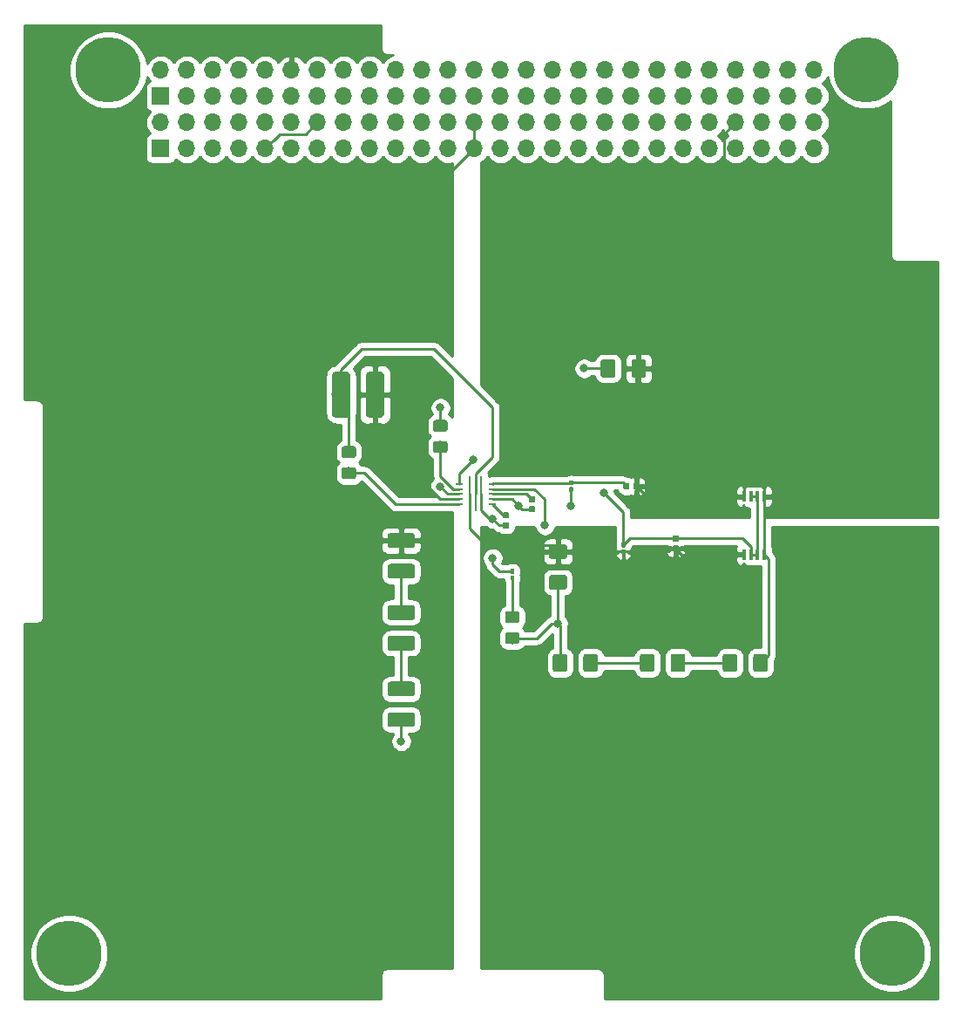
<source format=gbr>
G04 #@! TF.GenerationSoftware,KiCad,Pcbnew,(5.1.4)-1*
G04 #@! TF.CreationDate,2019-12-03T11:55:19-06:00*
G04 #@! TF.ProjectId,Boost,426f6f73-742e-46b6-9963-61645f706362,rev?*
G04 #@! TF.SameCoordinates,Original*
G04 #@! TF.FileFunction,Copper,L1,Top*
G04 #@! TF.FilePolarity,Positive*
%FSLAX46Y46*%
G04 Gerber Fmt 4.6, Leading zero omitted, Abs format (unit mm)*
G04 Created by KiCad (PCBNEW (5.1.4)-1) date 2019-12-03 11:55:19*
%MOMM*%
%LPD*%
G04 APERTURE LIST*
%ADD10O,1.700000X1.700000*%
%ADD11R,1.700000X1.700000*%
%ADD12C,0.100000*%
%ADD13C,1.800000*%
%ADD14C,0.590000*%
%ADD15C,0.400000*%
%ADD16C,1.150000*%
%ADD17C,1.425000*%
%ADD18C,6.350000*%
%ADD19R,0.700000X0.250000*%
%ADD20R,0.250000X3.400000*%
%ADD21R,0.356000X1.016000*%
%ADD22C,0.800000*%
%ADD23C,0.250000*%
%ADD24C,0.254000*%
G04 APERTURE END LIST*
D10*
X173489081Y-59944935D03*
X173489081Y-62484935D03*
X170949081Y-59944935D03*
X170949081Y-62484935D03*
X168409081Y-59944935D03*
X168409081Y-62484935D03*
X165869081Y-59944935D03*
X165869081Y-62484935D03*
X163329081Y-59944935D03*
X163329081Y-62484935D03*
X160789081Y-59944935D03*
X160789081Y-62484935D03*
X158249081Y-59944935D03*
X158249081Y-62484935D03*
X155709081Y-59944935D03*
X155709081Y-62484935D03*
X153169081Y-59944935D03*
X153169081Y-62484935D03*
X150629081Y-59944935D03*
X150629081Y-62484935D03*
X148089081Y-59944935D03*
X148089081Y-62484935D03*
X145549081Y-59944935D03*
X145549081Y-62484935D03*
X143009081Y-59944935D03*
X143009081Y-62484935D03*
X140469081Y-59944935D03*
X140469081Y-62484935D03*
X137929081Y-59944935D03*
X137929081Y-62484935D03*
X135389081Y-59944935D03*
X135389081Y-62484935D03*
X132849081Y-59944935D03*
X132849081Y-62484935D03*
X130309081Y-59944935D03*
X130309081Y-62484935D03*
X127769081Y-59944935D03*
X127769081Y-62484935D03*
X125229081Y-59944935D03*
X125229081Y-62484935D03*
X122689081Y-59944935D03*
X122689081Y-62484935D03*
X120149081Y-59944935D03*
X120149081Y-62484935D03*
X117609081Y-59944935D03*
X117609081Y-62484935D03*
X115069081Y-59944935D03*
X115069081Y-62484935D03*
X112529081Y-59944935D03*
X112529081Y-62484935D03*
X109989081Y-59944935D03*
D11*
X109989081Y-62484935D03*
D10*
X173489081Y-54864935D03*
X173489081Y-57404935D03*
X170949081Y-54864935D03*
X170949081Y-57404935D03*
X168409081Y-54864935D03*
X168409081Y-57404935D03*
X165869081Y-54864935D03*
X165869081Y-57404935D03*
X163329081Y-54864935D03*
X163329081Y-57404935D03*
X160789081Y-54864935D03*
X160789081Y-57404935D03*
X158249081Y-54864935D03*
X158249081Y-57404935D03*
X155709081Y-54864935D03*
X155709081Y-57404935D03*
X153169081Y-54864935D03*
X153169081Y-57404935D03*
X150629081Y-54864935D03*
X150629081Y-57404935D03*
X148089081Y-54864935D03*
X148089081Y-57404935D03*
X145549081Y-54864935D03*
X145549081Y-57404935D03*
X143009081Y-54864935D03*
X143009081Y-57404935D03*
X140469081Y-54864935D03*
X140469081Y-57404935D03*
X137929081Y-54864935D03*
X137929081Y-57404935D03*
X135389081Y-54864935D03*
X135389081Y-57404935D03*
X132849081Y-54864935D03*
X132849081Y-57404935D03*
X130309081Y-54864935D03*
X130309081Y-57404935D03*
X127769081Y-54864935D03*
X127769081Y-57404935D03*
X125229081Y-54864935D03*
X125229081Y-57404935D03*
X122689081Y-54864935D03*
X122689081Y-57404935D03*
X120149081Y-54864935D03*
X120149081Y-57404935D03*
X117609081Y-54864935D03*
X117609081Y-57404935D03*
X115069081Y-54864935D03*
X115069081Y-57404935D03*
X112529081Y-54864935D03*
X112529081Y-57404935D03*
X109989081Y-54864935D03*
D11*
X109989081Y-57404935D03*
D12*
G36*
X128004108Y-84112167D02*
G01*
X128047791Y-84118647D01*
X128090628Y-84129377D01*
X128132208Y-84144254D01*
X128172129Y-84163135D01*
X128210007Y-84185839D01*
X128245477Y-84212145D01*
X128278198Y-84241802D01*
X128307855Y-84274523D01*
X128334161Y-84309993D01*
X128356865Y-84347871D01*
X128375746Y-84387792D01*
X128390623Y-84429372D01*
X128401353Y-84472209D01*
X128407833Y-84515892D01*
X128410000Y-84560000D01*
X128410000Y-88160000D01*
X128407833Y-88204108D01*
X128401353Y-88247791D01*
X128390623Y-88290628D01*
X128375746Y-88332208D01*
X128356865Y-88372129D01*
X128334161Y-88410007D01*
X128307855Y-88445477D01*
X128278198Y-88478198D01*
X128245477Y-88507855D01*
X128210007Y-88534161D01*
X128172129Y-88556865D01*
X128132208Y-88575746D01*
X128090628Y-88590623D01*
X128047791Y-88601353D01*
X128004108Y-88607833D01*
X127960000Y-88610000D01*
X127060000Y-88610000D01*
X127015892Y-88607833D01*
X126972209Y-88601353D01*
X126929372Y-88590623D01*
X126887792Y-88575746D01*
X126847871Y-88556865D01*
X126809993Y-88534161D01*
X126774523Y-88507855D01*
X126741802Y-88478198D01*
X126712145Y-88445477D01*
X126685839Y-88410007D01*
X126663135Y-88372129D01*
X126644254Y-88332208D01*
X126629377Y-88290628D01*
X126618647Y-88247791D01*
X126612167Y-88204108D01*
X126610000Y-88160000D01*
X126610000Y-84560000D01*
X126612167Y-84515892D01*
X126618647Y-84472209D01*
X126629377Y-84429372D01*
X126644254Y-84387792D01*
X126663135Y-84347871D01*
X126685839Y-84309993D01*
X126712145Y-84274523D01*
X126741802Y-84241802D01*
X126774523Y-84212145D01*
X126809993Y-84185839D01*
X126847871Y-84163135D01*
X126887792Y-84144254D01*
X126929372Y-84129377D01*
X126972209Y-84118647D01*
X127015892Y-84112167D01*
X127060000Y-84110000D01*
X127960000Y-84110000D01*
X128004108Y-84112167D01*
X128004108Y-84112167D01*
G37*
D13*
X127510000Y-86360000D03*
D12*
G36*
X131304108Y-84112167D02*
G01*
X131347791Y-84118647D01*
X131390628Y-84129377D01*
X131432208Y-84144254D01*
X131472129Y-84163135D01*
X131510007Y-84185839D01*
X131545477Y-84212145D01*
X131578198Y-84241802D01*
X131607855Y-84274523D01*
X131634161Y-84309993D01*
X131656865Y-84347871D01*
X131675746Y-84387792D01*
X131690623Y-84429372D01*
X131701353Y-84472209D01*
X131707833Y-84515892D01*
X131710000Y-84560000D01*
X131710000Y-88160000D01*
X131707833Y-88204108D01*
X131701353Y-88247791D01*
X131690623Y-88290628D01*
X131675746Y-88332208D01*
X131656865Y-88372129D01*
X131634161Y-88410007D01*
X131607855Y-88445477D01*
X131578198Y-88478198D01*
X131545477Y-88507855D01*
X131510007Y-88534161D01*
X131472129Y-88556865D01*
X131432208Y-88575746D01*
X131390628Y-88590623D01*
X131347791Y-88601353D01*
X131304108Y-88607833D01*
X131260000Y-88610000D01*
X130360000Y-88610000D01*
X130315892Y-88607833D01*
X130272209Y-88601353D01*
X130229372Y-88590623D01*
X130187792Y-88575746D01*
X130147871Y-88556865D01*
X130109993Y-88534161D01*
X130074523Y-88507855D01*
X130041802Y-88478198D01*
X130012145Y-88445477D01*
X129985839Y-88410007D01*
X129963135Y-88372129D01*
X129944254Y-88332208D01*
X129929377Y-88290628D01*
X129918647Y-88247791D01*
X129912167Y-88204108D01*
X129910000Y-88160000D01*
X129910000Y-84560000D01*
X129912167Y-84515892D01*
X129918647Y-84472209D01*
X129929377Y-84429372D01*
X129944254Y-84387792D01*
X129963135Y-84347871D01*
X129985839Y-84309993D01*
X130012145Y-84274523D01*
X130041802Y-84241802D01*
X130074523Y-84212145D01*
X130109993Y-84185839D01*
X130147871Y-84163135D01*
X130187792Y-84144254D01*
X130229372Y-84129377D01*
X130272209Y-84118647D01*
X130315892Y-84112167D01*
X130360000Y-84110000D01*
X131260000Y-84110000D01*
X131304108Y-84112167D01*
X131304108Y-84112167D01*
G37*
D13*
X130810000Y-86360000D03*
D12*
G36*
X143696958Y-98765710D02*
G01*
X143711276Y-98767834D01*
X143725317Y-98771351D01*
X143738946Y-98776228D01*
X143752031Y-98782417D01*
X143764447Y-98789858D01*
X143776073Y-98798481D01*
X143786798Y-98808202D01*
X143796519Y-98818927D01*
X143805142Y-98830553D01*
X143812583Y-98842969D01*
X143818772Y-98856054D01*
X143823649Y-98869683D01*
X143827166Y-98883724D01*
X143829290Y-98898042D01*
X143830000Y-98912500D01*
X143830000Y-99207500D01*
X143829290Y-99221958D01*
X143827166Y-99236276D01*
X143823649Y-99250317D01*
X143818772Y-99263946D01*
X143812583Y-99277031D01*
X143805142Y-99289447D01*
X143796519Y-99301073D01*
X143786798Y-99311798D01*
X143776073Y-99321519D01*
X143764447Y-99330142D01*
X143752031Y-99337583D01*
X143738946Y-99343772D01*
X143725317Y-99348649D01*
X143711276Y-99352166D01*
X143696958Y-99354290D01*
X143682500Y-99355000D01*
X143337500Y-99355000D01*
X143323042Y-99354290D01*
X143308724Y-99352166D01*
X143294683Y-99348649D01*
X143281054Y-99343772D01*
X143267969Y-99337583D01*
X143255553Y-99330142D01*
X143243927Y-99321519D01*
X143233202Y-99311798D01*
X143223481Y-99301073D01*
X143214858Y-99289447D01*
X143207417Y-99277031D01*
X143201228Y-99263946D01*
X143196351Y-99250317D01*
X143192834Y-99236276D01*
X143190710Y-99221958D01*
X143190000Y-99207500D01*
X143190000Y-98912500D01*
X143190710Y-98898042D01*
X143192834Y-98883724D01*
X143196351Y-98869683D01*
X143201228Y-98856054D01*
X143207417Y-98842969D01*
X143214858Y-98830553D01*
X143223481Y-98818927D01*
X143233202Y-98808202D01*
X143243927Y-98798481D01*
X143255553Y-98789858D01*
X143267969Y-98782417D01*
X143281054Y-98776228D01*
X143294683Y-98771351D01*
X143308724Y-98767834D01*
X143323042Y-98765710D01*
X143337500Y-98765000D01*
X143682500Y-98765000D01*
X143696958Y-98765710D01*
X143696958Y-98765710D01*
G37*
D14*
X143510000Y-99060000D03*
D12*
G36*
X143696958Y-97795710D02*
G01*
X143711276Y-97797834D01*
X143725317Y-97801351D01*
X143738946Y-97806228D01*
X143752031Y-97812417D01*
X143764447Y-97819858D01*
X143776073Y-97828481D01*
X143786798Y-97838202D01*
X143796519Y-97848927D01*
X143805142Y-97860553D01*
X143812583Y-97872969D01*
X143818772Y-97886054D01*
X143823649Y-97899683D01*
X143827166Y-97913724D01*
X143829290Y-97928042D01*
X143830000Y-97942500D01*
X143830000Y-98237500D01*
X143829290Y-98251958D01*
X143827166Y-98266276D01*
X143823649Y-98280317D01*
X143818772Y-98293946D01*
X143812583Y-98307031D01*
X143805142Y-98319447D01*
X143796519Y-98331073D01*
X143786798Y-98341798D01*
X143776073Y-98351519D01*
X143764447Y-98360142D01*
X143752031Y-98367583D01*
X143738946Y-98373772D01*
X143725317Y-98378649D01*
X143711276Y-98382166D01*
X143696958Y-98384290D01*
X143682500Y-98385000D01*
X143337500Y-98385000D01*
X143323042Y-98384290D01*
X143308724Y-98382166D01*
X143294683Y-98378649D01*
X143281054Y-98373772D01*
X143267969Y-98367583D01*
X143255553Y-98360142D01*
X143243927Y-98351519D01*
X143233202Y-98341798D01*
X143223481Y-98331073D01*
X143214858Y-98319447D01*
X143207417Y-98307031D01*
X143201228Y-98293946D01*
X143196351Y-98280317D01*
X143192834Y-98266276D01*
X143190710Y-98251958D01*
X143190000Y-98237500D01*
X143190000Y-97942500D01*
X143190710Y-97928042D01*
X143192834Y-97913724D01*
X143196351Y-97899683D01*
X143201228Y-97886054D01*
X143207417Y-97872969D01*
X143214858Y-97860553D01*
X143223481Y-97848927D01*
X143233202Y-97838202D01*
X143243927Y-97828481D01*
X143255553Y-97819858D01*
X143267969Y-97812417D01*
X143281054Y-97806228D01*
X143294683Y-97801351D01*
X143308724Y-97797834D01*
X143323042Y-97795710D01*
X143337500Y-97795000D01*
X143682500Y-97795000D01*
X143696958Y-97795710D01*
X143696958Y-97795710D01*
G37*
D14*
X143510000Y-98090000D03*
D12*
G36*
X146236958Y-97195710D02*
G01*
X146251276Y-97197834D01*
X146265317Y-97201351D01*
X146278946Y-97206228D01*
X146292031Y-97212417D01*
X146304447Y-97219858D01*
X146316073Y-97228481D01*
X146326798Y-97238202D01*
X146336519Y-97248927D01*
X146345142Y-97260553D01*
X146352583Y-97272969D01*
X146358772Y-97286054D01*
X146363649Y-97299683D01*
X146367166Y-97313724D01*
X146369290Y-97328042D01*
X146370000Y-97342500D01*
X146370000Y-97637500D01*
X146369290Y-97651958D01*
X146367166Y-97666276D01*
X146363649Y-97680317D01*
X146358772Y-97693946D01*
X146352583Y-97707031D01*
X146345142Y-97719447D01*
X146336519Y-97731073D01*
X146326798Y-97741798D01*
X146316073Y-97751519D01*
X146304447Y-97760142D01*
X146292031Y-97767583D01*
X146278946Y-97773772D01*
X146265317Y-97778649D01*
X146251276Y-97782166D01*
X146236958Y-97784290D01*
X146222500Y-97785000D01*
X145877500Y-97785000D01*
X145863042Y-97784290D01*
X145848724Y-97782166D01*
X145834683Y-97778649D01*
X145821054Y-97773772D01*
X145807969Y-97767583D01*
X145795553Y-97760142D01*
X145783927Y-97751519D01*
X145773202Y-97741798D01*
X145763481Y-97731073D01*
X145754858Y-97719447D01*
X145747417Y-97707031D01*
X145741228Y-97693946D01*
X145736351Y-97680317D01*
X145732834Y-97666276D01*
X145730710Y-97651958D01*
X145730000Y-97637500D01*
X145730000Y-97342500D01*
X145730710Y-97328042D01*
X145732834Y-97313724D01*
X145736351Y-97299683D01*
X145741228Y-97286054D01*
X145747417Y-97272969D01*
X145754858Y-97260553D01*
X145763481Y-97248927D01*
X145773202Y-97238202D01*
X145783927Y-97228481D01*
X145795553Y-97219858D01*
X145807969Y-97212417D01*
X145821054Y-97206228D01*
X145834683Y-97201351D01*
X145848724Y-97197834D01*
X145863042Y-97195710D01*
X145877500Y-97195000D01*
X146222500Y-97195000D01*
X146236958Y-97195710D01*
X146236958Y-97195710D01*
G37*
D14*
X146050000Y-97490000D03*
D12*
G36*
X146236958Y-96225710D02*
G01*
X146251276Y-96227834D01*
X146265317Y-96231351D01*
X146278946Y-96236228D01*
X146292031Y-96242417D01*
X146304447Y-96249858D01*
X146316073Y-96258481D01*
X146326798Y-96268202D01*
X146336519Y-96278927D01*
X146345142Y-96290553D01*
X146352583Y-96302969D01*
X146358772Y-96316054D01*
X146363649Y-96329683D01*
X146367166Y-96343724D01*
X146369290Y-96358042D01*
X146370000Y-96372500D01*
X146370000Y-96667500D01*
X146369290Y-96681958D01*
X146367166Y-96696276D01*
X146363649Y-96710317D01*
X146358772Y-96723946D01*
X146352583Y-96737031D01*
X146345142Y-96749447D01*
X146336519Y-96761073D01*
X146326798Y-96771798D01*
X146316073Y-96781519D01*
X146304447Y-96790142D01*
X146292031Y-96797583D01*
X146278946Y-96803772D01*
X146265317Y-96808649D01*
X146251276Y-96812166D01*
X146236958Y-96814290D01*
X146222500Y-96815000D01*
X145877500Y-96815000D01*
X145863042Y-96814290D01*
X145848724Y-96812166D01*
X145834683Y-96808649D01*
X145821054Y-96803772D01*
X145807969Y-96797583D01*
X145795553Y-96790142D01*
X145783927Y-96781519D01*
X145773202Y-96771798D01*
X145763481Y-96761073D01*
X145754858Y-96749447D01*
X145747417Y-96737031D01*
X145741228Y-96723946D01*
X145736351Y-96710317D01*
X145732834Y-96696276D01*
X145730710Y-96681958D01*
X145730000Y-96667500D01*
X145730000Y-96372500D01*
X145730710Y-96358042D01*
X145732834Y-96343724D01*
X145736351Y-96329683D01*
X145741228Y-96316054D01*
X145747417Y-96302969D01*
X145754858Y-96290553D01*
X145763481Y-96278927D01*
X145773202Y-96268202D01*
X145783927Y-96258481D01*
X145795553Y-96249858D01*
X145807969Y-96242417D01*
X145821054Y-96236228D01*
X145834683Y-96231351D01*
X145848724Y-96227834D01*
X145863042Y-96225710D01*
X145877500Y-96225000D01*
X146222500Y-96225000D01*
X146236958Y-96225710D01*
X146236958Y-96225710D01*
G37*
D14*
X146050000Y-96520000D03*
D12*
G36*
X155049802Y-100735482D02*
G01*
X155059509Y-100736921D01*
X155069028Y-100739306D01*
X155078268Y-100742612D01*
X155087140Y-100746808D01*
X155095557Y-100751853D01*
X155103439Y-100757699D01*
X155110711Y-100764289D01*
X155117301Y-100771561D01*
X155123147Y-100779443D01*
X155128192Y-100787860D01*
X155132388Y-100796732D01*
X155135694Y-100805972D01*
X155138079Y-100815491D01*
X155139518Y-100825198D01*
X155140000Y-100835000D01*
X155140000Y-101095000D01*
X155139518Y-101104802D01*
X155138079Y-101114509D01*
X155135694Y-101124028D01*
X155132388Y-101133268D01*
X155128192Y-101142140D01*
X155123147Y-101150557D01*
X155117301Y-101158439D01*
X155110711Y-101165711D01*
X155103439Y-101172301D01*
X155095557Y-101178147D01*
X155087140Y-101183192D01*
X155078268Y-101187388D01*
X155069028Y-101190694D01*
X155059509Y-101193079D01*
X155049802Y-101194518D01*
X155040000Y-101195000D01*
X154840000Y-101195000D01*
X154830198Y-101194518D01*
X154820491Y-101193079D01*
X154810972Y-101190694D01*
X154801732Y-101187388D01*
X154792860Y-101183192D01*
X154784443Y-101178147D01*
X154776561Y-101172301D01*
X154769289Y-101165711D01*
X154762699Y-101158439D01*
X154756853Y-101150557D01*
X154751808Y-101142140D01*
X154747612Y-101133268D01*
X154744306Y-101124028D01*
X154741921Y-101114509D01*
X154740482Y-101104802D01*
X154740000Y-101095000D01*
X154740000Y-100835000D01*
X154740482Y-100825198D01*
X154741921Y-100815491D01*
X154744306Y-100805972D01*
X154747612Y-100796732D01*
X154751808Y-100787860D01*
X154756853Y-100779443D01*
X154762699Y-100771561D01*
X154769289Y-100764289D01*
X154776561Y-100757699D01*
X154784443Y-100751853D01*
X154792860Y-100746808D01*
X154801732Y-100742612D01*
X154810972Y-100739306D01*
X154820491Y-100736921D01*
X154830198Y-100735482D01*
X154840000Y-100735000D01*
X155040000Y-100735000D01*
X155049802Y-100735482D01*
X155049802Y-100735482D01*
G37*
D15*
X154940000Y-100965000D03*
D12*
G36*
X155049802Y-101375482D02*
G01*
X155059509Y-101376921D01*
X155069028Y-101379306D01*
X155078268Y-101382612D01*
X155087140Y-101386808D01*
X155095557Y-101391853D01*
X155103439Y-101397699D01*
X155110711Y-101404289D01*
X155117301Y-101411561D01*
X155123147Y-101419443D01*
X155128192Y-101427860D01*
X155132388Y-101436732D01*
X155135694Y-101445972D01*
X155138079Y-101455491D01*
X155139518Y-101465198D01*
X155140000Y-101475000D01*
X155140000Y-101735000D01*
X155139518Y-101744802D01*
X155138079Y-101754509D01*
X155135694Y-101764028D01*
X155132388Y-101773268D01*
X155128192Y-101782140D01*
X155123147Y-101790557D01*
X155117301Y-101798439D01*
X155110711Y-101805711D01*
X155103439Y-101812301D01*
X155095557Y-101818147D01*
X155087140Y-101823192D01*
X155078268Y-101827388D01*
X155069028Y-101830694D01*
X155059509Y-101833079D01*
X155049802Y-101834518D01*
X155040000Y-101835000D01*
X154840000Y-101835000D01*
X154830198Y-101834518D01*
X154820491Y-101833079D01*
X154810972Y-101830694D01*
X154801732Y-101827388D01*
X154792860Y-101823192D01*
X154784443Y-101818147D01*
X154776561Y-101812301D01*
X154769289Y-101805711D01*
X154762699Y-101798439D01*
X154756853Y-101790557D01*
X154751808Y-101782140D01*
X154747612Y-101773268D01*
X154744306Y-101764028D01*
X154741921Y-101754509D01*
X154740482Y-101744802D01*
X154740000Y-101735000D01*
X154740000Y-101475000D01*
X154740482Y-101465198D01*
X154741921Y-101455491D01*
X154744306Y-101445972D01*
X154747612Y-101436732D01*
X154751808Y-101427860D01*
X154756853Y-101419443D01*
X154762699Y-101411561D01*
X154769289Y-101404289D01*
X154776561Y-101397699D01*
X154784443Y-101391853D01*
X154792860Y-101386808D01*
X154801732Y-101382612D01*
X154810972Y-101379306D01*
X154820491Y-101376921D01*
X154830198Y-101375482D01*
X154840000Y-101375000D01*
X155040000Y-101375000D01*
X155049802Y-101375482D01*
X155049802Y-101375482D01*
G37*
D15*
X154940000Y-101605000D03*
D12*
G36*
X155401958Y-94930710D02*
G01*
X155416276Y-94932834D01*
X155430317Y-94936351D01*
X155443946Y-94941228D01*
X155457031Y-94947417D01*
X155469447Y-94954858D01*
X155481073Y-94963481D01*
X155491798Y-94973202D01*
X155501519Y-94983927D01*
X155510142Y-94995553D01*
X155517583Y-95007969D01*
X155523772Y-95021054D01*
X155528649Y-95034683D01*
X155532166Y-95048724D01*
X155534290Y-95063042D01*
X155535000Y-95077500D01*
X155535000Y-95422500D01*
X155534290Y-95436958D01*
X155532166Y-95451276D01*
X155528649Y-95465317D01*
X155523772Y-95478946D01*
X155517583Y-95492031D01*
X155510142Y-95504447D01*
X155501519Y-95516073D01*
X155491798Y-95526798D01*
X155481073Y-95536519D01*
X155469447Y-95545142D01*
X155457031Y-95552583D01*
X155443946Y-95558772D01*
X155430317Y-95563649D01*
X155416276Y-95567166D01*
X155401958Y-95569290D01*
X155387500Y-95570000D01*
X155092500Y-95570000D01*
X155078042Y-95569290D01*
X155063724Y-95567166D01*
X155049683Y-95563649D01*
X155036054Y-95558772D01*
X155022969Y-95552583D01*
X155010553Y-95545142D01*
X154998927Y-95536519D01*
X154988202Y-95526798D01*
X154978481Y-95516073D01*
X154969858Y-95504447D01*
X154962417Y-95492031D01*
X154956228Y-95478946D01*
X154951351Y-95465317D01*
X154947834Y-95451276D01*
X154945710Y-95436958D01*
X154945000Y-95422500D01*
X154945000Y-95077500D01*
X154945710Y-95063042D01*
X154947834Y-95048724D01*
X154951351Y-95034683D01*
X154956228Y-95021054D01*
X154962417Y-95007969D01*
X154969858Y-94995553D01*
X154978481Y-94983927D01*
X154988202Y-94973202D01*
X154998927Y-94963481D01*
X155010553Y-94954858D01*
X155022969Y-94947417D01*
X155036054Y-94941228D01*
X155049683Y-94936351D01*
X155063724Y-94932834D01*
X155078042Y-94930710D01*
X155092500Y-94930000D01*
X155387500Y-94930000D01*
X155401958Y-94930710D01*
X155401958Y-94930710D01*
G37*
D14*
X155240000Y-95250000D03*
D12*
G36*
X156371958Y-94930710D02*
G01*
X156386276Y-94932834D01*
X156400317Y-94936351D01*
X156413946Y-94941228D01*
X156427031Y-94947417D01*
X156439447Y-94954858D01*
X156451073Y-94963481D01*
X156461798Y-94973202D01*
X156471519Y-94983927D01*
X156480142Y-94995553D01*
X156487583Y-95007969D01*
X156493772Y-95021054D01*
X156498649Y-95034683D01*
X156502166Y-95048724D01*
X156504290Y-95063042D01*
X156505000Y-95077500D01*
X156505000Y-95422500D01*
X156504290Y-95436958D01*
X156502166Y-95451276D01*
X156498649Y-95465317D01*
X156493772Y-95478946D01*
X156487583Y-95492031D01*
X156480142Y-95504447D01*
X156471519Y-95516073D01*
X156461798Y-95526798D01*
X156451073Y-95536519D01*
X156439447Y-95545142D01*
X156427031Y-95552583D01*
X156413946Y-95558772D01*
X156400317Y-95563649D01*
X156386276Y-95567166D01*
X156371958Y-95569290D01*
X156357500Y-95570000D01*
X156062500Y-95570000D01*
X156048042Y-95569290D01*
X156033724Y-95567166D01*
X156019683Y-95563649D01*
X156006054Y-95558772D01*
X155992969Y-95552583D01*
X155980553Y-95545142D01*
X155968927Y-95536519D01*
X155958202Y-95526798D01*
X155948481Y-95516073D01*
X155939858Y-95504447D01*
X155932417Y-95492031D01*
X155926228Y-95478946D01*
X155921351Y-95465317D01*
X155917834Y-95451276D01*
X155915710Y-95436958D01*
X155915000Y-95422500D01*
X155915000Y-95077500D01*
X155915710Y-95063042D01*
X155917834Y-95048724D01*
X155921351Y-95034683D01*
X155926228Y-95021054D01*
X155932417Y-95007969D01*
X155939858Y-94995553D01*
X155948481Y-94983927D01*
X155958202Y-94973202D01*
X155968927Y-94963481D01*
X155980553Y-94954858D01*
X155992969Y-94947417D01*
X156006054Y-94941228D01*
X156019683Y-94936351D01*
X156033724Y-94932834D01*
X156048042Y-94930710D01*
X156062500Y-94930000D01*
X156357500Y-94930000D01*
X156371958Y-94930710D01*
X156371958Y-94930710D01*
G37*
D14*
X156210000Y-95250000D03*
D12*
G36*
X149969802Y-95340482D02*
G01*
X149979509Y-95341921D01*
X149989028Y-95344306D01*
X149998268Y-95347612D01*
X150007140Y-95351808D01*
X150015557Y-95356853D01*
X150023439Y-95362699D01*
X150030711Y-95369289D01*
X150037301Y-95376561D01*
X150043147Y-95384443D01*
X150048192Y-95392860D01*
X150052388Y-95401732D01*
X150055694Y-95410972D01*
X150058079Y-95420491D01*
X150059518Y-95430198D01*
X150060000Y-95440000D01*
X150060000Y-95700000D01*
X150059518Y-95709802D01*
X150058079Y-95719509D01*
X150055694Y-95729028D01*
X150052388Y-95738268D01*
X150048192Y-95747140D01*
X150043147Y-95755557D01*
X150037301Y-95763439D01*
X150030711Y-95770711D01*
X150023439Y-95777301D01*
X150015557Y-95783147D01*
X150007140Y-95788192D01*
X149998268Y-95792388D01*
X149989028Y-95795694D01*
X149979509Y-95798079D01*
X149969802Y-95799518D01*
X149960000Y-95800000D01*
X149760000Y-95800000D01*
X149750198Y-95799518D01*
X149740491Y-95798079D01*
X149730972Y-95795694D01*
X149721732Y-95792388D01*
X149712860Y-95788192D01*
X149704443Y-95783147D01*
X149696561Y-95777301D01*
X149689289Y-95770711D01*
X149682699Y-95763439D01*
X149676853Y-95755557D01*
X149671808Y-95747140D01*
X149667612Y-95738268D01*
X149664306Y-95729028D01*
X149661921Y-95719509D01*
X149660482Y-95709802D01*
X149660000Y-95700000D01*
X149660000Y-95440000D01*
X149660482Y-95430198D01*
X149661921Y-95420491D01*
X149664306Y-95410972D01*
X149667612Y-95401732D01*
X149671808Y-95392860D01*
X149676853Y-95384443D01*
X149682699Y-95376561D01*
X149689289Y-95369289D01*
X149696561Y-95362699D01*
X149704443Y-95356853D01*
X149712860Y-95351808D01*
X149721732Y-95347612D01*
X149730972Y-95344306D01*
X149740491Y-95341921D01*
X149750198Y-95340482D01*
X149760000Y-95340000D01*
X149960000Y-95340000D01*
X149969802Y-95340482D01*
X149969802Y-95340482D01*
G37*
D15*
X149860000Y-95570000D03*
D12*
G36*
X149969802Y-94700482D02*
G01*
X149979509Y-94701921D01*
X149989028Y-94704306D01*
X149998268Y-94707612D01*
X150007140Y-94711808D01*
X150015557Y-94716853D01*
X150023439Y-94722699D01*
X150030711Y-94729289D01*
X150037301Y-94736561D01*
X150043147Y-94744443D01*
X150048192Y-94752860D01*
X150052388Y-94761732D01*
X150055694Y-94770972D01*
X150058079Y-94780491D01*
X150059518Y-94790198D01*
X150060000Y-94800000D01*
X150060000Y-95060000D01*
X150059518Y-95069802D01*
X150058079Y-95079509D01*
X150055694Y-95089028D01*
X150052388Y-95098268D01*
X150048192Y-95107140D01*
X150043147Y-95115557D01*
X150037301Y-95123439D01*
X150030711Y-95130711D01*
X150023439Y-95137301D01*
X150015557Y-95143147D01*
X150007140Y-95148192D01*
X149998268Y-95152388D01*
X149989028Y-95155694D01*
X149979509Y-95158079D01*
X149969802Y-95159518D01*
X149960000Y-95160000D01*
X149760000Y-95160000D01*
X149750198Y-95159518D01*
X149740491Y-95158079D01*
X149730972Y-95155694D01*
X149721732Y-95152388D01*
X149712860Y-95148192D01*
X149704443Y-95143147D01*
X149696561Y-95137301D01*
X149689289Y-95130711D01*
X149682699Y-95123439D01*
X149676853Y-95115557D01*
X149671808Y-95107140D01*
X149667612Y-95098268D01*
X149664306Y-95089028D01*
X149661921Y-95079509D01*
X149660482Y-95069802D01*
X149660000Y-95060000D01*
X149660000Y-94800000D01*
X149660482Y-94790198D01*
X149661921Y-94780491D01*
X149664306Y-94770972D01*
X149667612Y-94761732D01*
X149671808Y-94752860D01*
X149676853Y-94744443D01*
X149682699Y-94736561D01*
X149689289Y-94729289D01*
X149696561Y-94722699D01*
X149704443Y-94716853D01*
X149712860Y-94711808D01*
X149721732Y-94707612D01*
X149730972Y-94704306D01*
X149740491Y-94701921D01*
X149750198Y-94700482D01*
X149760000Y-94700000D01*
X149960000Y-94700000D01*
X149969802Y-94700482D01*
X149969802Y-94700482D01*
G37*
D15*
X149860000Y-94930000D03*
D12*
G36*
X144254802Y-103910482D02*
G01*
X144264509Y-103911921D01*
X144274028Y-103914306D01*
X144283268Y-103917612D01*
X144292140Y-103921808D01*
X144300557Y-103926853D01*
X144308439Y-103932699D01*
X144315711Y-103939289D01*
X144322301Y-103946561D01*
X144328147Y-103954443D01*
X144333192Y-103962860D01*
X144337388Y-103971732D01*
X144340694Y-103980972D01*
X144343079Y-103990491D01*
X144344518Y-104000198D01*
X144345000Y-104010000D01*
X144345000Y-104270000D01*
X144344518Y-104279802D01*
X144343079Y-104289509D01*
X144340694Y-104299028D01*
X144337388Y-104308268D01*
X144333192Y-104317140D01*
X144328147Y-104325557D01*
X144322301Y-104333439D01*
X144315711Y-104340711D01*
X144308439Y-104347301D01*
X144300557Y-104353147D01*
X144292140Y-104358192D01*
X144283268Y-104362388D01*
X144274028Y-104365694D01*
X144264509Y-104368079D01*
X144254802Y-104369518D01*
X144245000Y-104370000D01*
X144045000Y-104370000D01*
X144035198Y-104369518D01*
X144025491Y-104368079D01*
X144015972Y-104365694D01*
X144006732Y-104362388D01*
X143997860Y-104358192D01*
X143989443Y-104353147D01*
X143981561Y-104347301D01*
X143974289Y-104340711D01*
X143967699Y-104333439D01*
X143961853Y-104325557D01*
X143956808Y-104317140D01*
X143952612Y-104308268D01*
X143949306Y-104299028D01*
X143946921Y-104289509D01*
X143945482Y-104279802D01*
X143945000Y-104270000D01*
X143945000Y-104010000D01*
X143945482Y-104000198D01*
X143946921Y-103990491D01*
X143949306Y-103980972D01*
X143952612Y-103971732D01*
X143956808Y-103962860D01*
X143961853Y-103954443D01*
X143967699Y-103946561D01*
X143974289Y-103939289D01*
X143981561Y-103932699D01*
X143989443Y-103926853D01*
X143997860Y-103921808D01*
X144006732Y-103917612D01*
X144015972Y-103914306D01*
X144025491Y-103911921D01*
X144035198Y-103910482D01*
X144045000Y-103910000D01*
X144245000Y-103910000D01*
X144254802Y-103910482D01*
X144254802Y-103910482D01*
G37*
D15*
X144145000Y-104140000D03*
D12*
G36*
X144254802Y-103270482D02*
G01*
X144264509Y-103271921D01*
X144274028Y-103274306D01*
X144283268Y-103277612D01*
X144292140Y-103281808D01*
X144300557Y-103286853D01*
X144308439Y-103292699D01*
X144315711Y-103299289D01*
X144322301Y-103306561D01*
X144328147Y-103314443D01*
X144333192Y-103322860D01*
X144337388Y-103331732D01*
X144340694Y-103340972D01*
X144343079Y-103350491D01*
X144344518Y-103360198D01*
X144345000Y-103370000D01*
X144345000Y-103630000D01*
X144344518Y-103639802D01*
X144343079Y-103649509D01*
X144340694Y-103659028D01*
X144337388Y-103668268D01*
X144333192Y-103677140D01*
X144328147Y-103685557D01*
X144322301Y-103693439D01*
X144315711Y-103700711D01*
X144308439Y-103707301D01*
X144300557Y-103713147D01*
X144292140Y-103718192D01*
X144283268Y-103722388D01*
X144274028Y-103725694D01*
X144264509Y-103728079D01*
X144254802Y-103729518D01*
X144245000Y-103730000D01*
X144045000Y-103730000D01*
X144035198Y-103729518D01*
X144025491Y-103728079D01*
X144015972Y-103725694D01*
X144006732Y-103722388D01*
X143997860Y-103718192D01*
X143989443Y-103713147D01*
X143981561Y-103707301D01*
X143974289Y-103700711D01*
X143967699Y-103693439D01*
X143961853Y-103685557D01*
X143956808Y-103677140D01*
X143952612Y-103668268D01*
X143949306Y-103659028D01*
X143946921Y-103649509D01*
X143945482Y-103639802D01*
X143945000Y-103630000D01*
X143945000Y-103370000D01*
X143945482Y-103360198D01*
X143946921Y-103350491D01*
X143949306Y-103340972D01*
X143952612Y-103331732D01*
X143956808Y-103322860D01*
X143961853Y-103314443D01*
X143967699Y-103306561D01*
X143974289Y-103299289D01*
X143981561Y-103292699D01*
X143989443Y-103286853D01*
X143997860Y-103281808D01*
X144006732Y-103277612D01*
X144015972Y-103274306D01*
X144025491Y-103271921D01*
X144035198Y-103270482D01*
X144045000Y-103270000D01*
X144245000Y-103270000D01*
X144254802Y-103270482D01*
X144254802Y-103270482D01*
G37*
D15*
X144145000Y-103500000D03*
D12*
G36*
X137634505Y-88816204D02*
G01*
X137658773Y-88819804D01*
X137682572Y-88825765D01*
X137705671Y-88834030D01*
X137727850Y-88844520D01*
X137748893Y-88857132D01*
X137768599Y-88871747D01*
X137786777Y-88888223D01*
X137803253Y-88906401D01*
X137817868Y-88926107D01*
X137830480Y-88947150D01*
X137840970Y-88969329D01*
X137849235Y-88992428D01*
X137855196Y-89016227D01*
X137858796Y-89040495D01*
X137860000Y-89064999D01*
X137860000Y-89715001D01*
X137858796Y-89739505D01*
X137855196Y-89763773D01*
X137849235Y-89787572D01*
X137840970Y-89810671D01*
X137830480Y-89832850D01*
X137817868Y-89853893D01*
X137803253Y-89873599D01*
X137786777Y-89891777D01*
X137768599Y-89908253D01*
X137748893Y-89922868D01*
X137727850Y-89935480D01*
X137705671Y-89945970D01*
X137682572Y-89954235D01*
X137658773Y-89960196D01*
X137634505Y-89963796D01*
X137610001Y-89965000D01*
X136709999Y-89965000D01*
X136685495Y-89963796D01*
X136661227Y-89960196D01*
X136637428Y-89954235D01*
X136614329Y-89945970D01*
X136592150Y-89935480D01*
X136571107Y-89922868D01*
X136551401Y-89908253D01*
X136533223Y-89891777D01*
X136516747Y-89873599D01*
X136502132Y-89853893D01*
X136489520Y-89832850D01*
X136479030Y-89810671D01*
X136470765Y-89787572D01*
X136464804Y-89763773D01*
X136461204Y-89739505D01*
X136460000Y-89715001D01*
X136460000Y-89064999D01*
X136461204Y-89040495D01*
X136464804Y-89016227D01*
X136470765Y-88992428D01*
X136479030Y-88969329D01*
X136489520Y-88947150D01*
X136502132Y-88926107D01*
X136516747Y-88906401D01*
X136533223Y-88888223D01*
X136551401Y-88871747D01*
X136571107Y-88857132D01*
X136592150Y-88844520D01*
X136614329Y-88834030D01*
X136637428Y-88825765D01*
X136661227Y-88819804D01*
X136685495Y-88816204D01*
X136709999Y-88815000D01*
X137610001Y-88815000D01*
X137634505Y-88816204D01*
X137634505Y-88816204D01*
G37*
D16*
X137160000Y-89390000D03*
D12*
G36*
X137634505Y-90866204D02*
G01*
X137658773Y-90869804D01*
X137682572Y-90875765D01*
X137705671Y-90884030D01*
X137727850Y-90894520D01*
X137748893Y-90907132D01*
X137768599Y-90921747D01*
X137786777Y-90938223D01*
X137803253Y-90956401D01*
X137817868Y-90976107D01*
X137830480Y-90997150D01*
X137840970Y-91019329D01*
X137849235Y-91042428D01*
X137855196Y-91066227D01*
X137858796Y-91090495D01*
X137860000Y-91114999D01*
X137860000Y-91765001D01*
X137858796Y-91789505D01*
X137855196Y-91813773D01*
X137849235Y-91837572D01*
X137840970Y-91860671D01*
X137830480Y-91882850D01*
X137817868Y-91903893D01*
X137803253Y-91923599D01*
X137786777Y-91941777D01*
X137768599Y-91958253D01*
X137748893Y-91972868D01*
X137727850Y-91985480D01*
X137705671Y-91995970D01*
X137682572Y-92004235D01*
X137658773Y-92010196D01*
X137634505Y-92013796D01*
X137610001Y-92015000D01*
X136709999Y-92015000D01*
X136685495Y-92013796D01*
X136661227Y-92010196D01*
X136637428Y-92004235D01*
X136614329Y-91995970D01*
X136592150Y-91985480D01*
X136571107Y-91972868D01*
X136551401Y-91958253D01*
X136533223Y-91941777D01*
X136516747Y-91923599D01*
X136502132Y-91903893D01*
X136489520Y-91882850D01*
X136479030Y-91860671D01*
X136470765Y-91837572D01*
X136464804Y-91813773D01*
X136461204Y-91789505D01*
X136460000Y-91765001D01*
X136460000Y-91114999D01*
X136461204Y-91090495D01*
X136464804Y-91066227D01*
X136470765Y-91042428D01*
X136479030Y-91019329D01*
X136489520Y-90997150D01*
X136502132Y-90976107D01*
X136516747Y-90956401D01*
X136533223Y-90938223D01*
X136551401Y-90921747D01*
X136571107Y-90907132D01*
X136592150Y-90894520D01*
X136614329Y-90884030D01*
X136637428Y-90875765D01*
X136661227Y-90869804D01*
X136685495Y-90866204D01*
X136709999Y-90865000D01*
X137610001Y-90865000D01*
X137634505Y-90866204D01*
X137634505Y-90866204D01*
G37*
D16*
X137160000Y-91440000D03*
D12*
G36*
X153939504Y-82946204D02*
G01*
X153963773Y-82949804D01*
X153987571Y-82955765D01*
X154010671Y-82964030D01*
X154032849Y-82974520D01*
X154053893Y-82987133D01*
X154073598Y-83001747D01*
X154091777Y-83018223D01*
X154108253Y-83036402D01*
X154122867Y-83056107D01*
X154135480Y-83077151D01*
X154145970Y-83099329D01*
X154154235Y-83122429D01*
X154160196Y-83146227D01*
X154163796Y-83170496D01*
X154165000Y-83195000D01*
X154165000Y-84445000D01*
X154163796Y-84469504D01*
X154160196Y-84493773D01*
X154154235Y-84517571D01*
X154145970Y-84540671D01*
X154135480Y-84562849D01*
X154122867Y-84583893D01*
X154108253Y-84603598D01*
X154091777Y-84621777D01*
X154073598Y-84638253D01*
X154053893Y-84652867D01*
X154032849Y-84665480D01*
X154010671Y-84675970D01*
X153987571Y-84684235D01*
X153963773Y-84690196D01*
X153939504Y-84693796D01*
X153915000Y-84695000D01*
X152990000Y-84695000D01*
X152965496Y-84693796D01*
X152941227Y-84690196D01*
X152917429Y-84684235D01*
X152894329Y-84675970D01*
X152872151Y-84665480D01*
X152851107Y-84652867D01*
X152831402Y-84638253D01*
X152813223Y-84621777D01*
X152796747Y-84603598D01*
X152782133Y-84583893D01*
X152769520Y-84562849D01*
X152759030Y-84540671D01*
X152750765Y-84517571D01*
X152744804Y-84493773D01*
X152741204Y-84469504D01*
X152740000Y-84445000D01*
X152740000Y-83195000D01*
X152741204Y-83170496D01*
X152744804Y-83146227D01*
X152750765Y-83122429D01*
X152759030Y-83099329D01*
X152769520Y-83077151D01*
X152782133Y-83056107D01*
X152796747Y-83036402D01*
X152813223Y-83018223D01*
X152831402Y-83001747D01*
X152851107Y-82987133D01*
X152872151Y-82974520D01*
X152894329Y-82964030D01*
X152917429Y-82955765D01*
X152941227Y-82949804D01*
X152965496Y-82946204D01*
X152990000Y-82945000D01*
X153915000Y-82945000D01*
X153939504Y-82946204D01*
X153939504Y-82946204D01*
G37*
D17*
X153452500Y-83820000D03*
D12*
G36*
X156914504Y-82946204D02*
G01*
X156938773Y-82949804D01*
X156962571Y-82955765D01*
X156985671Y-82964030D01*
X157007849Y-82974520D01*
X157028893Y-82987133D01*
X157048598Y-83001747D01*
X157066777Y-83018223D01*
X157083253Y-83036402D01*
X157097867Y-83056107D01*
X157110480Y-83077151D01*
X157120970Y-83099329D01*
X157129235Y-83122429D01*
X157135196Y-83146227D01*
X157138796Y-83170496D01*
X157140000Y-83195000D01*
X157140000Y-84445000D01*
X157138796Y-84469504D01*
X157135196Y-84493773D01*
X157129235Y-84517571D01*
X157120970Y-84540671D01*
X157110480Y-84562849D01*
X157097867Y-84583893D01*
X157083253Y-84603598D01*
X157066777Y-84621777D01*
X157048598Y-84638253D01*
X157028893Y-84652867D01*
X157007849Y-84665480D01*
X156985671Y-84675970D01*
X156962571Y-84684235D01*
X156938773Y-84690196D01*
X156914504Y-84693796D01*
X156890000Y-84695000D01*
X155965000Y-84695000D01*
X155940496Y-84693796D01*
X155916227Y-84690196D01*
X155892429Y-84684235D01*
X155869329Y-84675970D01*
X155847151Y-84665480D01*
X155826107Y-84652867D01*
X155806402Y-84638253D01*
X155788223Y-84621777D01*
X155771747Y-84603598D01*
X155757133Y-84583893D01*
X155744520Y-84562849D01*
X155734030Y-84540671D01*
X155725765Y-84517571D01*
X155719804Y-84493773D01*
X155716204Y-84469504D01*
X155715000Y-84445000D01*
X155715000Y-83195000D01*
X155716204Y-83170496D01*
X155719804Y-83146227D01*
X155725765Y-83122429D01*
X155734030Y-83099329D01*
X155744520Y-83077151D01*
X155757133Y-83056107D01*
X155771747Y-83036402D01*
X155788223Y-83018223D01*
X155806402Y-83001747D01*
X155826107Y-82987133D01*
X155847151Y-82974520D01*
X155869329Y-82964030D01*
X155892429Y-82955765D01*
X155916227Y-82949804D01*
X155940496Y-82946204D01*
X155965000Y-82945000D01*
X156890000Y-82945000D01*
X156914504Y-82946204D01*
X156914504Y-82946204D01*
G37*
D17*
X156427500Y-83820000D03*
D12*
G36*
X149277004Y-111521204D02*
G01*
X149301273Y-111524804D01*
X149325071Y-111530765D01*
X149348171Y-111539030D01*
X149370349Y-111549520D01*
X149391393Y-111562133D01*
X149411098Y-111576747D01*
X149429277Y-111593223D01*
X149445753Y-111611402D01*
X149460367Y-111631107D01*
X149472980Y-111652151D01*
X149483470Y-111674329D01*
X149491735Y-111697429D01*
X149497696Y-111721227D01*
X149501296Y-111745496D01*
X149502500Y-111770000D01*
X149502500Y-113020000D01*
X149501296Y-113044504D01*
X149497696Y-113068773D01*
X149491735Y-113092571D01*
X149483470Y-113115671D01*
X149472980Y-113137849D01*
X149460367Y-113158893D01*
X149445753Y-113178598D01*
X149429277Y-113196777D01*
X149411098Y-113213253D01*
X149391393Y-113227867D01*
X149370349Y-113240480D01*
X149348171Y-113250970D01*
X149325071Y-113259235D01*
X149301273Y-113265196D01*
X149277004Y-113268796D01*
X149252500Y-113270000D01*
X148327500Y-113270000D01*
X148302996Y-113268796D01*
X148278727Y-113265196D01*
X148254929Y-113259235D01*
X148231829Y-113250970D01*
X148209651Y-113240480D01*
X148188607Y-113227867D01*
X148168902Y-113213253D01*
X148150723Y-113196777D01*
X148134247Y-113178598D01*
X148119633Y-113158893D01*
X148107020Y-113137849D01*
X148096530Y-113115671D01*
X148088265Y-113092571D01*
X148082304Y-113068773D01*
X148078704Y-113044504D01*
X148077500Y-113020000D01*
X148077500Y-111770000D01*
X148078704Y-111745496D01*
X148082304Y-111721227D01*
X148088265Y-111697429D01*
X148096530Y-111674329D01*
X148107020Y-111652151D01*
X148119633Y-111631107D01*
X148134247Y-111611402D01*
X148150723Y-111593223D01*
X148168902Y-111576747D01*
X148188607Y-111562133D01*
X148209651Y-111549520D01*
X148231829Y-111539030D01*
X148254929Y-111530765D01*
X148278727Y-111524804D01*
X148302996Y-111521204D01*
X148327500Y-111520000D01*
X149252500Y-111520000D01*
X149277004Y-111521204D01*
X149277004Y-111521204D01*
G37*
D17*
X148790000Y-112395000D03*
D12*
G36*
X152252004Y-111521204D02*
G01*
X152276273Y-111524804D01*
X152300071Y-111530765D01*
X152323171Y-111539030D01*
X152345349Y-111549520D01*
X152366393Y-111562133D01*
X152386098Y-111576747D01*
X152404277Y-111593223D01*
X152420753Y-111611402D01*
X152435367Y-111631107D01*
X152447980Y-111652151D01*
X152458470Y-111674329D01*
X152466735Y-111697429D01*
X152472696Y-111721227D01*
X152476296Y-111745496D01*
X152477500Y-111770000D01*
X152477500Y-113020000D01*
X152476296Y-113044504D01*
X152472696Y-113068773D01*
X152466735Y-113092571D01*
X152458470Y-113115671D01*
X152447980Y-113137849D01*
X152435367Y-113158893D01*
X152420753Y-113178598D01*
X152404277Y-113196777D01*
X152386098Y-113213253D01*
X152366393Y-113227867D01*
X152345349Y-113240480D01*
X152323171Y-113250970D01*
X152300071Y-113259235D01*
X152276273Y-113265196D01*
X152252004Y-113268796D01*
X152227500Y-113270000D01*
X151302500Y-113270000D01*
X151277996Y-113268796D01*
X151253727Y-113265196D01*
X151229929Y-113259235D01*
X151206829Y-113250970D01*
X151184651Y-113240480D01*
X151163607Y-113227867D01*
X151143902Y-113213253D01*
X151125723Y-113196777D01*
X151109247Y-113178598D01*
X151094633Y-113158893D01*
X151082020Y-113137849D01*
X151071530Y-113115671D01*
X151063265Y-113092571D01*
X151057304Y-113068773D01*
X151053704Y-113044504D01*
X151052500Y-113020000D01*
X151052500Y-111770000D01*
X151053704Y-111745496D01*
X151057304Y-111721227D01*
X151063265Y-111697429D01*
X151071530Y-111674329D01*
X151082020Y-111652151D01*
X151094633Y-111631107D01*
X151109247Y-111611402D01*
X151125723Y-111593223D01*
X151143902Y-111576747D01*
X151163607Y-111562133D01*
X151184651Y-111549520D01*
X151206829Y-111539030D01*
X151229929Y-111530765D01*
X151253727Y-111524804D01*
X151277996Y-111521204D01*
X151302500Y-111520000D01*
X152227500Y-111520000D01*
X152252004Y-111521204D01*
X152252004Y-111521204D01*
G37*
D17*
X151765000Y-112395000D03*
D12*
G36*
X157749504Y-111521204D02*
G01*
X157773773Y-111524804D01*
X157797571Y-111530765D01*
X157820671Y-111539030D01*
X157842849Y-111549520D01*
X157863893Y-111562133D01*
X157883598Y-111576747D01*
X157901777Y-111593223D01*
X157918253Y-111611402D01*
X157932867Y-111631107D01*
X157945480Y-111652151D01*
X157955970Y-111674329D01*
X157964235Y-111697429D01*
X157970196Y-111721227D01*
X157973796Y-111745496D01*
X157975000Y-111770000D01*
X157975000Y-113020000D01*
X157973796Y-113044504D01*
X157970196Y-113068773D01*
X157964235Y-113092571D01*
X157955970Y-113115671D01*
X157945480Y-113137849D01*
X157932867Y-113158893D01*
X157918253Y-113178598D01*
X157901777Y-113196777D01*
X157883598Y-113213253D01*
X157863893Y-113227867D01*
X157842849Y-113240480D01*
X157820671Y-113250970D01*
X157797571Y-113259235D01*
X157773773Y-113265196D01*
X157749504Y-113268796D01*
X157725000Y-113270000D01*
X156800000Y-113270000D01*
X156775496Y-113268796D01*
X156751227Y-113265196D01*
X156727429Y-113259235D01*
X156704329Y-113250970D01*
X156682151Y-113240480D01*
X156661107Y-113227867D01*
X156641402Y-113213253D01*
X156623223Y-113196777D01*
X156606747Y-113178598D01*
X156592133Y-113158893D01*
X156579520Y-113137849D01*
X156569030Y-113115671D01*
X156560765Y-113092571D01*
X156554804Y-113068773D01*
X156551204Y-113044504D01*
X156550000Y-113020000D01*
X156550000Y-111770000D01*
X156551204Y-111745496D01*
X156554804Y-111721227D01*
X156560765Y-111697429D01*
X156569030Y-111674329D01*
X156579520Y-111652151D01*
X156592133Y-111631107D01*
X156606747Y-111611402D01*
X156623223Y-111593223D01*
X156641402Y-111576747D01*
X156661107Y-111562133D01*
X156682151Y-111549520D01*
X156704329Y-111539030D01*
X156727429Y-111530765D01*
X156751227Y-111524804D01*
X156775496Y-111521204D01*
X156800000Y-111520000D01*
X157725000Y-111520000D01*
X157749504Y-111521204D01*
X157749504Y-111521204D01*
G37*
D17*
X157262500Y-112395000D03*
D12*
G36*
X160724504Y-111521204D02*
G01*
X160748773Y-111524804D01*
X160772571Y-111530765D01*
X160795671Y-111539030D01*
X160817849Y-111549520D01*
X160838893Y-111562133D01*
X160858598Y-111576747D01*
X160876777Y-111593223D01*
X160893253Y-111611402D01*
X160907867Y-111631107D01*
X160920480Y-111652151D01*
X160930970Y-111674329D01*
X160939235Y-111697429D01*
X160945196Y-111721227D01*
X160948796Y-111745496D01*
X160950000Y-111770000D01*
X160950000Y-113020000D01*
X160948796Y-113044504D01*
X160945196Y-113068773D01*
X160939235Y-113092571D01*
X160930970Y-113115671D01*
X160920480Y-113137849D01*
X160907867Y-113158893D01*
X160893253Y-113178598D01*
X160876777Y-113196777D01*
X160858598Y-113213253D01*
X160838893Y-113227867D01*
X160817849Y-113240480D01*
X160795671Y-113250970D01*
X160772571Y-113259235D01*
X160748773Y-113265196D01*
X160724504Y-113268796D01*
X160700000Y-113270000D01*
X159775000Y-113270000D01*
X159750496Y-113268796D01*
X159726227Y-113265196D01*
X159702429Y-113259235D01*
X159679329Y-113250970D01*
X159657151Y-113240480D01*
X159636107Y-113227867D01*
X159616402Y-113213253D01*
X159598223Y-113196777D01*
X159581747Y-113178598D01*
X159567133Y-113158893D01*
X159554520Y-113137849D01*
X159544030Y-113115671D01*
X159535765Y-113092571D01*
X159529804Y-113068773D01*
X159526204Y-113044504D01*
X159525000Y-113020000D01*
X159525000Y-111770000D01*
X159526204Y-111745496D01*
X159529804Y-111721227D01*
X159535765Y-111697429D01*
X159544030Y-111674329D01*
X159554520Y-111652151D01*
X159567133Y-111631107D01*
X159581747Y-111611402D01*
X159598223Y-111593223D01*
X159616402Y-111576747D01*
X159636107Y-111562133D01*
X159657151Y-111549520D01*
X159679329Y-111539030D01*
X159702429Y-111530765D01*
X159726227Y-111524804D01*
X159750496Y-111521204D01*
X159775000Y-111520000D01*
X160700000Y-111520000D01*
X160724504Y-111521204D01*
X160724504Y-111521204D01*
G37*
D17*
X160237500Y-112395000D03*
D12*
G36*
X165787004Y-111521204D02*
G01*
X165811273Y-111524804D01*
X165835071Y-111530765D01*
X165858171Y-111539030D01*
X165880349Y-111549520D01*
X165901393Y-111562133D01*
X165921098Y-111576747D01*
X165939277Y-111593223D01*
X165955753Y-111611402D01*
X165970367Y-111631107D01*
X165982980Y-111652151D01*
X165993470Y-111674329D01*
X166001735Y-111697429D01*
X166007696Y-111721227D01*
X166011296Y-111745496D01*
X166012500Y-111770000D01*
X166012500Y-113020000D01*
X166011296Y-113044504D01*
X166007696Y-113068773D01*
X166001735Y-113092571D01*
X165993470Y-113115671D01*
X165982980Y-113137849D01*
X165970367Y-113158893D01*
X165955753Y-113178598D01*
X165939277Y-113196777D01*
X165921098Y-113213253D01*
X165901393Y-113227867D01*
X165880349Y-113240480D01*
X165858171Y-113250970D01*
X165835071Y-113259235D01*
X165811273Y-113265196D01*
X165787004Y-113268796D01*
X165762500Y-113270000D01*
X164837500Y-113270000D01*
X164812996Y-113268796D01*
X164788727Y-113265196D01*
X164764929Y-113259235D01*
X164741829Y-113250970D01*
X164719651Y-113240480D01*
X164698607Y-113227867D01*
X164678902Y-113213253D01*
X164660723Y-113196777D01*
X164644247Y-113178598D01*
X164629633Y-113158893D01*
X164617020Y-113137849D01*
X164606530Y-113115671D01*
X164598265Y-113092571D01*
X164592304Y-113068773D01*
X164588704Y-113044504D01*
X164587500Y-113020000D01*
X164587500Y-111770000D01*
X164588704Y-111745496D01*
X164592304Y-111721227D01*
X164598265Y-111697429D01*
X164606530Y-111674329D01*
X164617020Y-111652151D01*
X164629633Y-111631107D01*
X164644247Y-111611402D01*
X164660723Y-111593223D01*
X164678902Y-111576747D01*
X164698607Y-111562133D01*
X164719651Y-111549520D01*
X164741829Y-111539030D01*
X164764929Y-111530765D01*
X164788727Y-111524804D01*
X164812996Y-111521204D01*
X164837500Y-111520000D01*
X165762500Y-111520000D01*
X165787004Y-111521204D01*
X165787004Y-111521204D01*
G37*
D17*
X165300000Y-112395000D03*
D12*
G36*
X168762004Y-111521204D02*
G01*
X168786273Y-111524804D01*
X168810071Y-111530765D01*
X168833171Y-111539030D01*
X168855349Y-111549520D01*
X168876393Y-111562133D01*
X168896098Y-111576747D01*
X168914277Y-111593223D01*
X168930753Y-111611402D01*
X168945367Y-111631107D01*
X168957980Y-111652151D01*
X168968470Y-111674329D01*
X168976735Y-111697429D01*
X168982696Y-111721227D01*
X168986296Y-111745496D01*
X168987500Y-111770000D01*
X168987500Y-113020000D01*
X168986296Y-113044504D01*
X168982696Y-113068773D01*
X168976735Y-113092571D01*
X168968470Y-113115671D01*
X168957980Y-113137849D01*
X168945367Y-113158893D01*
X168930753Y-113178598D01*
X168914277Y-113196777D01*
X168896098Y-113213253D01*
X168876393Y-113227867D01*
X168855349Y-113240480D01*
X168833171Y-113250970D01*
X168810071Y-113259235D01*
X168786273Y-113265196D01*
X168762004Y-113268796D01*
X168737500Y-113270000D01*
X167812500Y-113270000D01*
X167787996Y-113268796D01*
X167763727Y-113265196D01*
X167739929Y-113259235D01*
X167716829Y-113250970D01*
X167694651Y-113240480D01*
X167673607Y-113227867D01*
X167653902Y-113213253D01*
X167635723Y-113196777D01*
X167619247Y-113178598D01*
X167604633Y-113158893D01*
X167592020Y-113137849D01*
X167581530Y-113115671D01*
X167573265Y-113092571D01*
X167567304Y-113068773D01*
X167563704Y-113044504D01*
X167562500Y-113020000D01*
X167562500Y-111770000D01*
X167563704Y-111745496D01*
X167567304Y-111721227D01*
X167573265Y-111697429D01*
X167581530Y-111674329D01*
X167592020Y-111652151D01*
X167604633Y-111631107D01*
X167619247Y-111611402D01*
X167635723Y-111593223D01*
X167653902Y-111576747D01*
X167673607Y-111562133D01*
X167694651Y-111549520D01*
X167716829Y-111539030D01*
X167739929Y-111530765D01*
X167763727Y-111524804D01*
X167787996Y-111521204D01*
X167812500Y-111520000D01*
X168737500Y-111520000D01*
X168762004Y-111521204D01*
X168762004Y-111521204D01*
G37*
D17*
X168275000Y-112395000D03*
D12*
G36*
X149239504Y-103863704D02*
G01*
X149263773Y-103867304D01*
X149287571Y-103873265D01*
X149310671Y-103881530D01*
X149332849Y-103892020D01*
X149353893Y-103904633D01*
X149373598Y-103919247D01*
X149391777Y-103935723D01*
X149408253Y-103953902D01*
X149422867Y-103973607D01*
X149435480Y-103994651D01*
X149445970Y-104016829D01*
X149454235Y-104039929D01*
X149460196Y-104063727D01*
X149463796Y-104087996D01*
X149465000Y-104112500D01*
X149465000Y-105037500D01*
X149463796Y-105062004D01*
X149460196Y-105086273D01*
X149454235Y-105110071D01*
X149445970Y-105133171D01*
X149435480Y-105155349D01*
X149422867Y-105176393D01*
X149408253Y-105196098D01*
X149391777Y-105214277D01*
X149373598Y-105230753D01*
X149353893Y-105245367D01*
X149332849Y-105257980D01*
X149310671Y-105268470D01*
X149287571Y-105276735D01*
X149263773Y-105282696D01*
X149239504Y-105286296D01*
X149215000Y-105287500D01*
X147965000Y-105287500D01*
X147940496Y-105286296D01*
X147916227Y-105282696D01*
X147892429Y-105276735D01*
X147869329Y-105268470D01*
X147847151Y-105257980D01*
X147826107Y-105245367D01*
X147806402Y-105230753D01*
X147788223Y-105214277D01*
X147771747Y-105196098D01*
X147757133Y-105176393D01*
X147744520Y-105155349D01*
X147734030Y-105133171D01*
X147725765Y-105110071D01*
X147719804Y-105086273D01*
X147716204Y-105062004D01*
X147715000Y-105037500D01*
X147715000Y-104112500D01*
X147716204Y-104087996D01*
X147719804Y-104063727D01*
X147725765Y-104039929D01*
X147734030Y-104016829D01*
X147744520Y-103994651D01*
X147757133Y-103973607D01*
X147771747Y-103953902D01*
X147788223Y-103935723D01*
X147806402Y-103919247D01*
X147826107Y-103904633D01*
X147847151Y-103892020D01*
X147869329Y-103881530D01*
X147892429Y-103873265D01*
X147916227Y-103867304D01*
X147940496Y-103863704D01*
X147965000Y-103862500D01*
X149215000Y-103862500D01*
X149239504Y-103863704D01*
X149239504Y-103863704D01*
G37*
D17*
X148590000Y-104575000D03*
D12*
G36*
X149239504Y-100888704D02*
G01*
X149263773Y-100892304D01*
X149287571Y-100898265D01*
X149310671Y-100906530D01*
X149332849Y-100917020D01*
X149353893Y-100929633D01*
X149373598Y-100944247D01*
X149391777Y-100960723D01*
X149408253Y-100978902D01*
X149422867Y-100998607D01*
X149435480Y-101019651D01*
X149445970Y-101041829D01*
X149454235Y-101064929D01*
X149460196Y-101088727D01*
X149463796Y-101112996D01*
X149465000Y-101137500D01*
X149465000Y-102062500D01*
X149463796Y-102087004D01*
X149460196Y-102111273D01*
X149454235Y-102135071D01*
X149445970Y-102158171D01*
X149435480Y-102180349D01*
X149422867Y-102201393D01*
X149408253Y-102221098D01*
X149391777Y-102239277D01*
X149373598Y-102255753D01*
X149353893Y-102270367D01*
X149332849Y-102282980D01*
X149310671Y-102293470D01*
X149287571Y-102301735D01*
X149263773Y-102307696D01*
X149239504Y-102311296D01*
X149215000Y-102312500D01*
X147965000Y-102312500D01*
X147940496Y-102311296D01*
X147916227Y-102307696D01*
X147892429Y-102301735D01*
X147869329Y-102293470D01*
X147847151Y-102282980D01*
X147826107Y-102270367D01*
X147806402Y-102255753D01*
X147788223Y-102239277D01*
X147771747Y-102221098D01*
X147757133Y-102201393D01*
X147744520Y-102180349D01*
X147734030Y-102158171D01*
X147725765Y-102135071D01*
X147719804Y-102111273D01*
X147716204Y-102087004D01*
X147715000Y-102062500D01*
X147715000Y-101137500D01*
X147716204Y-101112996D01*
X147719804Y-101088727D01*
X147725765Y-101064929D01*
X147734030Y-101041829D01*
X147744520Y-101019651D01*
X147757133Y-100998607D01*
X147771747Y-100978902D01*
X147788223Y-100960723D01*
X147806402Y-100944247D01*
X147826107Y-100929633D01*
X147847151Y-100917020D01*
X147869329Y-100906530D01*
X147892429Y-100898265D01*
X147916227Y-100892304D01*
X147940496Y-100888704D01*
X147965000Y-100887500D01*
X149215000Y-100887500D01*
X149239504Y-100888704D01*
X149239504Y-100888704D01*
G37*
D17*
X148590000Y-101600000D03*
D12*
G36*
X134449504Y-117198704D02*
G01*
X134473773Y-117202304D01*
X134497571Y-117208265D01*
X134520671Y-117216530D01*
X134542849Y-117227020D01*
X134563893Y-117239633D01*
X134583598Y-117254247D01*
X134601777Y-117270723D01*
X134618253Y-117288902D01*
X134632867Y-117308607D01*
X134645480Y-117329651D01*
X134655970Y-117351829D01*
X134664235Y-117374929D01*
X134670196Y-117398727D01*
X134673796Y-117422996D01*
X134675000Y-117447500D01*
X134675000Y-118372500D01*
X134673796Y-118397004D01*
X134670196Y-118421273D01*
X134664235Y-118445071D01*
X134655970Y-118468171D01*
X134645480Y-118490349D01*
X134632867Y-118511393D01*
X134618253Y-118531098D01*
X134601777Y-118549277D01*
X134583598Y-118565753D01*
X134563893Y-118580367D01*
X134542849Y-118592980D01*
X134520671Y-118603470D01*
X134497571Y-118611735D01*
X134473773Y-118617696D01*
X134449504Y-118621296D01*
X134425000Y-118622500D01*
X132275000Y-118622500D01*
X132250496Y-118621296D01*
X132226227Y-118617696D01*
X132202429Y-118611735D01*
X132179329Y-118603470D01*
X132157151Y-118592980D01*
X132136107Y-118580367D01*
X132116402Y-118565753D01*
X132098223Y-118549277D01*
X132081747Y-118531098D01*
X132067133Y-118511393D01*
X132054520Y-118490349D01*
X132044030Y-118468171D01*
X132035765Y-118445071D01*
X132029804Y-118421273D01*
X132026204Y-118397004D01*
X132025000Y-118372500D01*
X132025000Y-117447500D01*
X132026204Y-117422996D01*
X132029804Y-117398727D01*
X132035765Y-117374929D01*
X132044030Y-117351829D01*
X132054520Y-117329651D01*
X132067133Y-117308607D01*
X132081747Y-117288902D01*
X132098223Y-117270723D01*
X132116402Y-117254247D01*
X132136107Y-117239633D01*
X132157151Y-117227020D01*
X132179329Y-117216530D01*
X132202429Y-117208265D01*
X132226227Y-117202304D01*
X132250496Y-117198704D01*
X132275000Y-117197500D01*
X134425000Y-117197500D01*
X134449504Y-117198704D01*
X134449504Y-117198704D01*
G37*
D17*
X133350000Y-117910000D03*
D12*
G36*
X134449504Y-114223704D02*
G01*
X134473773Y-114227304D01*
X134497571Y-114233265D01*
X134520671Y-114241530D01*
X134542849Y-114252020D01*
X134563893Y-114264633D01*
X134583598Y-114279247D01*
X134601777Y-114295723D01*
X134618253Y-114313902D01*
X134632867Y-114333607D01*
X134645480Y-114354651D01*
X134655970Y-114376829D01*
X134664235Y-114399929D01*
X134670196Y-114423727D01*
X134673796Y-114447996D01*
X134675000Y-114472500D01*
X134675000Y-115397500D01*
X134673796Y-115422004D01*
X134670196Y-115446273D01*
X134664235Y-115470071D01*
X134655970Y-115493171D01*
X134645480Y-115515349D01*
X134632867Y-115536393D01*
X134618253Y-115556098D01*
X134601777Y-115574277D01*
X134583598Y-115590753D01*
X134563893Y-115605367D01*
X134542849Y-115617980D01*
X134520671Y-115628470D01*
X134497571Y-115636735D01*
X134473773Y-115642696D01*
X134449504Y-115646296D01*
X134425000Y-115647500D01*
X132275000Y-115647500D01*
X132250496Y-115646296D01*
X132226227Y-115642696D01*
X132202429Y-115636735D01*
X132179329Y-115628470D01*
X132157151Y-115617980D01*
X132136107Y-115605367D01*
X132116402Y-115590753D01*
X132098223Y-115574277D01*
X132081747Y-115556098D01*
X132067133Y-115536393D01*
X132054520Y-115515349D01*
X132044030Y-115493171D01*
X132035765Y-115470071D01*
X132029804Y-115446273D01*
X132026204Y-115422004D01*
X132025000Y-115397500D01*
X132025000Y-114472500D01*
X132026204Y-114447996D01*
X132029804Y-114423727D01*
X132035765Y-114399929D01*
X132044030Y-114376829D01*
X132054520Y-114354651D01*
X132067133Y-114333607D01*
X132081747Y-114313902D01*
X132098223Y-114295723D01*
X132116402Y-114279247D01*
X132136107Y-114264633D01*
X132157151Y-114252020D01*
X132179329Y-114241530D01*
X132202429Y-114233265D01*
X132226227Y-114227304D01*
X132250496Y-114223704D01*
X132275000Y-114222500D01*
X134425000Y-114222500D01*
X134449504Y-114223704D01*
X134449504Y-114223704D01*
G37*
D17*
X133350000Y-114935000D03*
D12*
G36*
X134449504Y-109778704D02*
G01*
X134473773Y-109782304D01*
X134497571Y-109788265D01*
X134520671Y-109796530D01*
X134542849Y-109807020D01*
X134563893Y-109819633D01*
X134583598Y-109834247D01*
X134601777Y-109850723D01*
X134618253Y-109868902D01*
X134632867Y-109888607D01*
X134645480Y-109909651D01*
X134655970Y-109931829D01*
X134664235Y-109954929D01*
X134670196Y-109978727D01*
X134673796Y-110002996D01*
X134675000Y-110027500D01*
X134675000Y-110952500D01*
X134673796Y-110977004D01*
X134670196Y-111001273D01*
X134664235Y-111025071D01*
X134655970Y-111048171D01*
X134645480Y-111070349D01*
X134632867Y-111091393D01*
X134618253Y-111111098D01*
X134601777Y-111129277D01*
X134583598Y-111145753D01*
X134563893Y-111160367D01*
X134542849Y-111172980D01*
X134520671Y-111183470D01*
X134497571Y-111191735D01*
X134473773Y-111197696D01*
X134449504Y-111201296D01*
X134425000Y-111202500D01*
X132275000Y-111202500D01*
X132250496Y-111201296D01*
X132226227Y-111197696D01*
X132202429Y-111191735D01*
X132179329Y-111183470D01*
X132157151Y-111172980D01*
X132136107Y-111160367D01*
X132116402Y-111145753D01*
X132098223Y-111129277D01*
X132081747Y-111111098D01*
X132067133Y-111091393D01*
X132054520Y-111070349D01*
X132044030Y-111048171D01*
X132035765Y-111025071D01*
X132029804Y-111001273D01*
X132026204Y-110977004D01*
X132025000Y-110952500D01*
X132025000Y-110027500D01*
X132026204Y-110002996D01*
X132029804Y-109978727D01*
X132035765Y-109954929D01*
X132044030Y-109931829D01*
X132054520Y-109909651D01*
X132067133Y-109888607D01*
X132081747Y-109868902D01*
X132098223Y-109850723D01*
X132116402Y-109834247D01*
X132136107Y-109819633D01*
X132157151Y-109807020D01*
X132179329Y-109796530D01*
X132202429Y-109788265D01*
X132226227Y-109782304D01*
X132250496Y-109778704D01*
X132275000Y-109777500D01*
X134425000Y-109777500D01*
X134449504Y-109778704D01*
X134449504Y-109778704D01*
G37*
D17*
X133350000Y-110490000D03*
D12*
G36*
X134449504Y-106803704D02*
G01*
X134473773Y-106807304D01*
X134497571Y-106813265D01*
X134520671Y-106821530D01*
X134542849Y-106832020D01*
X134563893Y-106844633D01*
X134583598Y-106859247D01*
X134601777Y-106875723D01*
X134618253Y-106893902D01*
X134632867Y-106913607D01*
X134645480Y-106934651D01*
X134655970Y-106956829D01*
X134664235Y-106979929D01*
X134670196Y-107003727D01*
X134673796Y-107027996D01*
X134675000Y-107052500D01*
X134675000Y-107977500D01*
X134673796Y-108002004D01*
X134670196Y-108026273D01*
X134664235Y-108050071D01*
X134655970Y-108073171D01*
X134645480Y-108095349D01*
X134632867Y-108116393D01*
X134618253Y-108136098D01*
X134601777Y-108154277D01*
X134583598Y-108170753D01*
X134563893Y-108185367D01*
X134542849Y-108197980D01*
X134520671Y-108208470D01*
X134497571Y-108216735D01*
X134473773Y-108222696D01*
X134449504Y-108226296D01*
X134425000Y-108227500D01*
X132275000Y-108227500D01*
X132250496Y-108226296D01*
X132226227Y-108222696D01*
X132202429Y-108216735D01*
X132179329Y-108208470D01*
X132157151Y-108197980D01*
X132136107Y-108185367D01*
X132116402Y-108170753D01*
X132098223Y-108154277D01*
X132081747Y-108136098D01*
X132067133Y-108116393D01*
X132054520Y-108095349D01*
X132044030Y-108073171D01*
X132035765Y-108050071D01*
X132029804Y-108026273D01*
X132026204Y-108002004D01*
X132025000Y-107977500D01*
X132025000Y-107052500D01*
X132026204Y-107027996D01*
X132029804Y-107003727D01*
X132035765Y-106979929D01*
X132044030Y-106956829D01*
X132054520Y-106934651D01*
X132067133Y-106913607D01*
X132081747Y-106893902D01*
X132098223Y-106875723D01*
X132116402Y-106859247D01*
X132136107Y-106844633D01*
X132157151Y-106832020D01*
X132179329Y-106821530D01*
X132202429Y-106813265D01*
X132226227Y-106807304D01*
X132250496Y-106803704D01*
X132275000Y-106802500D01*
X134425000Y-106802500D01*
X134449504Y-106803704D01*
X134449504Y-106803704D01*
G37*
D17*
X133350000Y-107515000D03*
D12*
G36*
X134449504Y-102793704D02*
G01*
X134473773Y-102797304D01*
X134497571Y-102803265D01*
X134520671Y-102811530D01*
X134542849Y-102822020D01*
X134563893Y-102834633D01*
X134583598Y-102849247D01*
X134601777Y-102865723D01*
X134618253Y-102883902D01*
X134632867Y-102903607D01*
X134645480Y-102924651D01*
X134655970Y-102946829D01*
X134664235Y-102969929D01*
X134670196Y-102993727D01*
X134673796Y-103017996D01*
X134675000Y-103042500D01*
X134675000Y-103967500D01*
X134673796Y-103992004D01*
X134670196Y-104016273D01*
X134664235Y-104040071D01*
X134655970Y-104063171D01*
X134645480Y-104085349D01*
X134632867Y-104106393D01*
X134618253Y-104126098D01*
X134601777Y-104144277D01*
X134583598Y-104160753D01*
X134563893Y-104175367D01*
X134542849Y-104187980D01*
X134520671Y-104198470D01*
X134497571Y-104206735D01*
X134473773Y-104212696D01*
X134449504Y-104216296D01*
X134425000Y-104217500D01*
X132275000Y-104217500D01*
X132250496Y-104216296D01*
X132226227Y-104212696D01*
X132202429Y-104206735D01*
X132179329Y-104198470D01*
X132157151Y-104187980D01*
X132136107Y-104175367D01*
X132116402Y-104160753D01*
X132098223Y-104144277D01*
X132081747Y-104126098D01*
X132067133Y-104106393D01*
X132054520Y-104085349D01*
X132044030Y-104063171D01*
X132035765Y-104040071D01*
X132029804Y-104016273D01*
X132026204Y-103992004D01*
X132025000Y-103967500D01*
X132025000Y-103042500D01*
X132026204Y-103017996D01*
X132029804Y-102993727D01*
X132035765Y-102969929D01*
X132044030Y-102946829D01*
X132054520Y-102924651D01*
X132067133Y-102903607D01*
X132081747Y-102883902D01*
X132098223Y-102865723D01*
X132116402Y-102849247D01*
X132136107Y-102834633D01*
X132157151Y-102822020D01*
X132179329Y-102811530D01*
X132202429Y-102803265D01*
X132226227Y-102797304D01*
X132250496Y-102793704D01*
X132275000Y-102792500D01*
X134425000Y-102792500D01*
X134449504Y-102793704D01*
X134449504Y-102793704D01*
G37*
D17*
X133350000Y-103505000D03*
D12*
G36*
X134449504Y-99818704D02*
G01*
X134473773Y-99822304D01*
X134497571Y-99828265D01*
X134520671Y-99836530D01*
X134542849Y-99847020D01*
X134563893Y-99859633D01*
X134583598Y-99874247D01*
X134601777Y-99890723D01*
X134618253Y-99908902D01*
X134632867Y-99928607D01*
X134645480Y-99949651D01*
X134655970Y-99971829D01*
X134664235Y-99994929D01*
X134670196Y-100018727D01*
X134673796Y-100042996D01*
X134675000Y-100067500D01*
X134675000Y-100992500D01*
X134673796Y-101017004D01*
X134670196Y-101041273D01*
X134664235Y-101065071D01*
X134655970Y-101088171D01*
X134645480Y-101110349D01*
X134632867Y-101131393D01*
X134618253Y-101151098D01*
X134601777Y-101169277D01*
X134583598Y-101185753D01*
X134563893Y-101200367D01*
X134542849Y-101212980D01*
X134520671Y-101223470D01*
X134497571Y-101231735D01*
X134473773Y-101237696D01*
X134449504Y-101241296D01*
X134425000Y-101242500D01*
X132275000Y-101242500D01*
X132250496Y-101241296D01*
X132226227Y-101237696D01*
X132202429Y-101231735D01*
X132179329Y-101223470D01*
X132157151Y-101212980D01*
X132136107Y-101200367D01*
X132116402Y-101185753D01*
X132098223Y-101169277D01*
X132081747Y-101151098D01*
X132067133Y-101131393D01*
X132054520Y-101110349D01*
X132044030Y-101088171D01*
X132035765Y-101065071D01*
X132029804Y-101041273D01*
X132026204Y-101017004D01*
X132025000Y-100992500D01*
X132025000Y-100067500D01*
X132026204Y-100042996D01*
X132029804Y-100018727D01*
X132035765Y-99994929D01*
X132044030Y-99971829D01*
X132054520Y-99949651D01*
X132067133Y-99928607D01*
X132081747Y-99908902D01*
X132098223Y-99890723D01*
X132116402Y-99874247D01*
X132136107Y-99859633D01*
X132157151Y-99847020D01*
X132179329Y-99836530D01*
X132202429Y-99828265D01*
X132226227Y-99822304D01*
X132250496Y-99818704D01*
X132275000Y-99817500D01*
X134425000Y-99817500D01*
X134449504Y-99818704D01*
X134449504Y-99818704D01*
G37*
D17*
X133350000Y-100530000D03*
D12*
G36*
X160206958Y-100035710D02*
G01*
X160221276Y-100037834D01*
X160235317Y-100041351D01*
X160248946Y-100046228D01*
X160262031Y-100052417D01*
X160274447Y-100059858D01*
X160286073Y-100068481D01*
X160296798Y-100078202D01*
X160306519Y-100088927D01*
X160315142Y-100100553D01*
X160322583Y-100112969D01*
X160328772Y-100126054D01*
X160333649Y-100139683D01*
X160337166Y-100153724D01*
X160339290Y-100168042D01*
X160340000Y-100182500D01*
X160340000Y-100477500D01*
X160339290Y-100491958D01*
X160337166Y-100506276D01*
X160333649Y-100520317D01*
X160328772Y-100533946D01*
X160322583Y-100547031D01*
X160315142Y-100559447D01*
X160306519Y-100571073D01*
X160296798Y-100581798D01*
X160286073Y-100591519D01*
X160274447Y-100600142D01*
X160262031Y-100607583D01*
X160248946Y-100613772D01*
X160235317Y-100618649D01*
X160221276Y-100622166D01*
X160206958Y-100624290D01*
X160192500Y-100625000D01*
X159847500Y-100625000D01*
X159833042Y-100624290D01*
X159818724Y-100622166D01*
X159804683Y-100618649D01*
X159791054Y-100613772D01*
X159777969Y-100607583D01*
X159765553Y-100600142D01*
X159753927Y-100591519D01*
X159743202Y-100581798D01*
X159733481Y-100571073D01*
X159724858Y-100559447D01*
X159717417Y-100547031D01*
X159711228Y-100533946D01*
X159706351Y-100520317D01*
X159702834Y-100506276D01*
X159700710Y-100491958D01*
X159700000Y-100477500D01*
X159700000Y-100182500D01*
X159700710Y-100168042D01*
X159702834Y-100153724D01*
X159706351Y-100139683D01*
X159711228Y-100126054D01*
X159717417Y-100112969D01*
X159724858Y-100100553D01*
X159733481Y-100088927D01*
X159743202Y-100078202D01*
X159753927Y-100068481D01*
X159765553Y-100059858D01*
X159777969Y-100052417D01*
X159791054Y-100046228D01*
X159804683Y-100041351D01*
X159818724Y-100037834D01*
X159833042Y-100035710D01*
X159847500Y-100035000D01*
X160192500Y-100035000D01*
X160206958Y-100035710D01*
X160206958Y-100035710D01*
G37*
D14*
X160020000Y-100330000D03*
D12*
G36*
X160206958Y-101005710D02*
G01*
X160221276Y-101007834D01*
X160235317Y-101011351D01*
X160248946Y-101016228D01*
X160262031Y-101022417D01*
X160274447Y-101029858D01*
X160286073Y-101038481D01*
X160296798Y-101048202D01*
X160306519Y-101058927D01*
X160315142Y-101070553D01*
X160322583Y-101082969D01*
X160328772Y-101096054D01*
X160333649Y-101109683D01*
X160337166Y-101123724D01*
X160339290Y-101138042D01*
X160340000Y-101152500D01*
X160340000Y-101447500D01*
X160339290Y-101461958D01*
X160337166Y-101476276D01*
X160333649Y-101490317D01*
X160328772Y-101503946D01*
X160322583Y-101517031D01*
X160315142Y-101529447D01*
X160306519Y-101541073D01*
X160296798Y-101551798D01*
X160286073Y-101561519D01*
X160274447Y-101570142D01*
X160262031Y-101577583D01*
X160248946Y-101583772D01*
X160235317Y-101588649D01*
X160221276Y-101592166D01*
X160206958Y-101594290D01*
X160192500Y-101595000D01*
X159847500Y-101595000D01*
X159833042Y-101594290D01*
X159818724Y-101592166D01*
X159804683Y-101588649D01*
X159791054Y-101583772D01*
X159777969Y-101577583D01*
X159765553Y-101570142D01*
X159753927Y-101561519D01*
X159743202Y-101551798D01*
X159733481Y-101541073D01*
X159724858Y-101529447D01*
X159717417Y-101517031D01*
X159711228Y-101503946D01*
X159706351Y-101490317D01*
X159702834Y-101476276D01*
X159700710Y-101461958D01*
X159700000Y-101447500D01*
X159700000Y-101152500D01*
X159700710Y-101138042D01*
X159702834Y-101123724D01*
X159706351Y-101109683D01*
X159711228Y-101096054D01*
X159717417Y-101082969D01*
X159724858Y-101070553D01*
X159733481Y-101058927D01*
X159743202Y-101048202D01*
X159753927Y-101038481D01*
X159765553Y-101029858D01*
X159777969Y-101022417D01*
X159791054Y-101016228D01*
X159804683Y-101011351D01*
X159818724Y-101007834D01*
X159833042Y-101005710D01*
X159847500Y-101005000D01*
X160192500Y-101005000D01*
X160206958Y-101005710D01*
X160206958Y-101005710D01*
G37*
D14*
X160020000Y-101300000D03*
D12*
G36*
X144619505Y-109426204D02*
G01*
X144643773Y-109429804D01*
X144667572Y-109435765D01*
X144690671Y-109444030D01*
X144712850Y-109454520D01*
X144733893Y-109467132D01*
X144753599Y-109481747D01*
X144771777Y-109498223D01*
X144788253Y-109516401D01*
X144802868Y-109536107D01*
X144815480Y-109557150D01*
X144825970Y-109579329D01*
X144834235Y-109602428D01*
X144840196Y-109626227D01*
X144843796Y-109650495D01*
X144845000Y-109674999D01*
X144845000Y-110325001D01*
X144843796Y-110349505D01*
X144840196Y-110373773D01*
X144834235Y-110397572D01*
X144825970Y-110420671D01*
X144815480Y-110442850D01*
X144802868Y-110463893D01*
X144788253Y-110483599D01*
X144771777Y-110501777D01*
X144753599Y-110518253D01*
X144733893Y-110532868D01*
X144712850Y-110545480D01*
X144690671Y-110555970D01*
X144667572Y-110564235D01*
X144643773Y-110570196D01*
X144619505Y-110573796D01*
X144595001Y-110575000D01*
X143694999Y-110575000D01*
X143670495Y-110573796D01*
X143646227Y-110570196D01*
X143622428Y-110564235D01*
X143599329Y-110555970D01*
X143577150Y-110545480D01*
X143556107Y-110532868D01*
X143536401Y-110518253D01*
X143518223Y-110501777D01*
X143501747Y-110483599D01*
X143487132Y-110463893D01*
X143474520Y-110442850D01*
X143464030Y-110420671D01*
X143455765Y-110397572D01*
X143449804Y-110373773D01*
X143446204Y-110349505D01*
X143445000Y-110325001D01*
X143445000Y-109674999D01*
X143446204Y-109650495D01*
X143449804Y-109626227D01*
X143455765Y-109602428D01*
X143464030Y-109579329D01*
X143474520Y-109557150D01*
X143487132Y-109536107D01*
X143501747Y-109516401D01*
X143518223Y-109498223D01*
X143536401Y-109481747D01*
X143556107Y-109467132D01*
X143577150Y-109454520D01*
X143599329Y-109444030D01*
X143622428Y-109435765D01*
X143646227Y-109429804D01*
X143670495Y-109426204D01*
X143694999Y-109425000D01*
X144595001Y-109425000D01*
X144619505Y-109426204D01*
X144619505Y-109426204D01*
G37*
D16*
X144145000Y-110000000D03*
D12*
G36*
X144619505Y-107376204D02*
G01*
X144643773Y-107379804D01*
X144667572Y-107385765D01*
X144690671Y-107394030D01*
X144712850Y-107404520D01*
X144733893Y-107417132D01*
X144753599Y-107431747D01*
X144771777Y-107448223D01*
X144788253Y-107466401D01*
X144802868Y-107486107D01*
X144815480Y-107507150D01*
X144825970Y-107529329D01*
X144834235Y-107552428D01*
X144840196Y-107576227D01*
X144843796Y-107600495D01*
X144845000Y-107624999D01*
X144845000Y-108275001D01*
X144843796Y-108299505D01*
X144840196Y-108323773D01*
X144834235Y-108347572D01*
X144825970Y-108370671D01*
X144815480Y-108392850D01*
X144802868Y-108413893D01*
X144788253Y-108433599D01*
X144771777Y-108451777D01*
X144753599Y-108468253D01*
X144733893Y-108482868D01*
X144712850Y-108495480D01*
X144690671Y-108505970D01*
X144667572Y-108514235D01*
X144643773Y-108520196D01*
X144619505Y-108523796D01*
X144595001Y-108525000D01*
X143694999Y-108525000D01*
X143670495Y-108523796D01*
X143646227Y-108520196D01*
X143622428Y-108514235D01*
X143599329Y-108505970D01*
X143577150Y-108495480D01*
X143556107Y-108482868D01*
X143536401Y-108468253D01*
X143518223Y-108451777D01*
X143501747Y-108433599D01*
X143487132Y-108413893D01*
X143474520Y-108392850D01*
X143464030Y-108370671D01*
X143455765Y-108347572D01*
X143449804Y-108323773D01*
X143446204Y-108299505D01*
X143445000Y-108275001D01*
X143445000Y-107624999D01*
X143446204Y-107600495D01*
X143449804Y-107576227D01*
X143455765Y-107552428D01*
X143464030Y-107529329D01*
X143474520Y-107507150D01*
X143487132Y-107486107D01*
X143501747Y-107466401D01*
X143518223Y-107448223D01*
X143536401Y-107431747D01*
X143556107Y-107417132D01*
X143577150Y-107404520D01*
X143599329Y-107394030D01*
X143622428Y-107385765D01*
X143646227Y-107379804D01*
X143670495Y-107376204D01*
X143694999Y-107375000D01*
X144595001Y-107375000D01*
X144619505Y-107376204D01*
X144619505Y-107376204D01*
G37*
D16*
X144145000Y-107950000D03*
D12*
G36*
X128744505Y-93406204D02*
G01*
X128768773Y-93409804D01*
X128792572Y-93415765D01*
X128815671Y-93424030D01*
X128837850Y-93434520D01*
X128858893Y-93447132D01*
X128878599Y-93461747D01*
X128896777Y-93478223D01*
X128913253Y-93496401D01*
X128927868Y-93516107D01*
X128940480Y-93537150D01*
X128950970Y-93559329D01*
X128959235Y-93582428D01*
X128965196Y-93606227D01*
X128968796Y-93630495D01*
X128970000Y-93654999D01*
X128970000Y-94305001D01*
X128968796Y-94329505D01*
X128965196Y-94353773D01*
X128959235Y-94377572D01*
X128950970Y-94400671D01*
X128940480Y-94422850D01*
X128927868Y-94443893D01*
X128913253Y-94463599D01*
X128896777Y-94481777D01*
X128878599Y-94498253D01*
X128858893Y-94512868D01*
X128837850Y-94525480D01*
X128815671Y-94535970D01*
X128792572Y-94544235D01*
X128768773Y-94550196D01*
X128744505Y-94553796D01*
X128720001Y-94555000D01*
X127819999Y-94555000D01*
X127795495Y-94553796D01*
X127771227Y-94550196D01*
X127747428Y-94544235D01*
X127724329Y-94535970D01*
X127702150Y-94525480D01*
X127681107Y-94512868D01*
X127661401Y-94498253D01*
X127643223Y-94481777D01*
X127626747Y-94463599D01*
X127612132Y-94443893D01*
X127599520Y-94422850D01*
X127589030Y-94400671D01*
X127580765Y-94377572D01*
X127574804Y-94353773D01*
X127571204Y-94329505D01*
X127570000Y-94305001D01*
X127570000Y-93654999D01*
X127571204Y-93630495D01*
X127574804Y-93606227D01*
X127580765Y-93582428D01*
X127589030Y-93559329D01*
X127599520Y-93537150D01*
X127612132Y-93516107D01*
X127626747Y-93496401D01*
X127643223Y-93478223D01*
X127661401Y-93461747D01*
X127681107Y-93447132D01*
X127702150Y-93434520D01*
X127724329Y-93424030D01*
X127747428Y-93415765D01*
X127771227Y-93409804D01*
X127795495Y-93406204D01*
X127819999Y-93405000D01*
X128720001Y-93405000D01*
X128744505Y-93406204D01*
X128744505Y-93406204D01*
G37*
D16*
X128270000Y-93980000D03*
D12*
G36*
X128744505Y-91356204D02*
G01*
X128768773Y-91359804D01*
X128792572Y-91365765D01*
X128815671Y-91374030D01*
X128837850Y-91384520D01*
X128858893Y-91397132D01*
X128878599Y-91411747D01*
X128896777Y-91428223D01*
X128913253Y-91446401D01*
X128927868Y-91466107D01*
X128940480Y-91487150D01*
X128950970Y-91509329D01*
X128959235Y-91532428D01*
X128965196Y-91556227D01*
X128968796Y-91580495D01*
X128970000Y-91604999D01*
X128970000Y-92255001D01*
X128968796Y-92279505D01*
X128965196Y-92303773D01*
X128959235Y-92327572D01*
X128950970Y-92350671D01*
X128940480Y-92372850D01*
X128927868Y-92393893D01*
X128913253Y-92413599D01*
X128896777Y-92431777D01*
X128878599Y-92448253D01*
X128858893Y-92462868D01*
X128837850Y-92475480D01*
X128815671Y-92485970D01*
X128792572Y-92494235D01*
X128768773Y-92500196D01*
X128744505Y-92503796D01*
X128720001Y-92505000D01*
X127819999Y-92505000D01*
X127795495Y-92503796D01*
X127771227Y-92500196D01*
X127747428Y-92494235D01*
X127724329Y-92485970D01*
X127702150Y-92475480D01*
X127681107Y-92462868D01*
X127661401Y-92448253D01*
X127643223Y-92431777D01*
X127626747Y-92413599D01*
X127612132Y-92393893D01*
X127599520Y-92372850D01*
X127589030Y-92350671D01*
X127580765Y-92327572D01*
X127574804Y-92303773D01*
X127571204Y-92279505D01*
X127570000Y-92255001D01*
X127570000Y-91604999D01*
X127571204Y-91580495D01*
X127574804Y-91556227D01*
X127580765Y-91532428D01*
X127589030Y-91509329D01*
X127599520Y-91487150D01*
X127612132Y-91466107D01*
X127626747Y-91446401D01*
X127643223Y-91428223D01*
X127661401Y-91411747D01*
X127681107Y-91397132D01*
X127702150Y-91384520D01*
X127724329Y-91374030D01*
X127747428Y-91365765D01*
X127771227Y-91359804D01*
X127795495Y-91356204D01*
X127819999Y-91355000D01*
X128720001Y-91355000D01*
X128744505Y-91356204D01*
X128744505Y-91356204D01*
G37*
D16*
X128270000Y-91930000D03*
D18*
X181102000Y-140589000D03*
X104902000Y-54864000D03*
X178562000Y-54864000D03*
X101092000Y-140589000D03*
D19*
X138989000Y-97012000D03*
X138989000Y-96512000D03*
X138989000Y-96012000D03*
X138989000Y-95512000D03*
X138989000Y-95012000D03*
D20*
X140039000Y-96012000D03*
X140589000Y-96012000D03*
X141139000Y-96012000D03*
D19*
X142189000Y-95012000D03*
X142189000Y-95512000D03*
X142189000Y-96012000D03*
X142189000Y-96512000D03*
X142189000Y-97012000D03*
D21*
X166649500Y-96240500D03*
X167310500Y-96240500D03*
X167970500Y-96240500D03*
X168630500Y-96240500D03*
X166649500Y-101879500D03*
X167310500Y-101879500D03*
X167970500Y-101879500D03*
X168630500Y-101879500D03*
D22*
X137160000Y-87630000D03*
X151130000Y-83820000D03*
X148590000Y-108585010D03*
X149860000Y-97155000D03*
X142240000Y-98425000D03*
X133350000Y-120015000D03*
X144780000Y-97155000D03*
X140335000Y-92710000D03*
X153035000Y-95885000D03*
X133985000Y-93345000D03*
X133350000Y-98425000D03*
X142240000Y-102235000D03*
X147320000Y-99060000D03*
X145415000Y-101600000D03*
X149529800Y-74828400D03*
X137130847Y-95279153D03*
D23*
X128270000Y-87120000D02*
X127510000Y-86360000D01*
X128270000Y-91930000D02*
X128270000Y-87120000D01*
X127510000Y-83945000D02*
X127510000Y-86360000D01*
X140589000Y-94062000D02*
X142240000Y-92411000D01*
X140589000Y-96012000D02*
X140589000Y-94062000D01*
X142240000Y-92411000D02*
X142240000Y-87630000D01*
X142240000Y-87630000D02*
X136525000Y-81915000D01*
X136525000Y-81915000D02*
X129540000Y-81915000D01*
X129540000Y-81915000D02*
X127510000Y-83945000D01*
X138989000Y-97012000D02*
X132817000Y-97012000D01*
X129785000Y-93980000D02*
X132817000Y-97012000D01*
X128270000Y-93980000D02*
X129785000Y-93980000D01*
X144145000Y-107950000D02*
X144145000Y-104140000D01*
X137160000Y-89390000D02*
X137160000Y-87630000D01*
X153452500Y-83820000D02*
X151130000Y-83820000D01*
X148590000Y-104575000D02*
X148590000Y-108585010D01*
X148790000Y-108785010D02*
X148590000Y-108585010D01*
X148790000Y-112395000D02*
X148790000Y-108785010D01*
X149860000Y-95570000D02*
X149860000Y-97155000D01*
X146540000Y-110000000D02*
X144145000Y-110000000D01*
X148590000Y-108585010D02*
X147954990Y-108585010D01*
X147954990Y-108585010D02*
X146540000Y-110000000D01*
X141977000Y-98425000D02*
X142240000Y-98425000D01*
X141139000Y-96012000D02*
X141139000Y-97587000D01*
X141139000Y-97587000D02*
X141977000Y-98425000D01*
X133350000Y-117910000D02*
X133350000Y-120015000D01*
X145115000Y-97490000D02*
X144780000Y-97155000D01*
X146050000Y-97490000D02*
X145115000Y-97490000D01*
X144137000Y-96512000D02*
X144780000Y-97155000D01*
X142189000Y-96512000D02*
X144137000Y-96512000D01*
X142875000Y-99060000D02*
X142240000Y-98425000D01*
X143510000Y-99060000D02*
X142875000Y-99060000D01*
X120999080Y-61634936D02*
X120149081Y-62484935D01*
X121514080Y-61119936D02*
X120999080Y-61634936D01*
X124054080Y-61119936D02*
X121514080Y-61119936D01*
X125229081Y-59944935D02*
X124054080Y-61119936D01*
X167970500Y-96240500D02*
X167310500Y-96240500D01*
X167970500Y-96240500D02*
X167970500Y-101879500D01*
X167310500Y-101879500D02*
X167970500Y-101879500D01*
X155575000Y-100330000D02*
X160020000Y-100330000D01*
X154940000Y-100965000D02*
X155575000Y-100330000D01*
X167310500Y-101121500D02*
X167310500Y-101879500D01*
X166519000Y-100330000D02*
X167310500Y-101121500D01*
X160020000Y-100330000D02*
X166519000Y-100330000D01*
X138989000Y-94056000D02*
X138989000Y-95012000D01*
X140335000Y-92710000D02*
X138989000Y-94056000D01*
X154940000Y-97790000D02*
X153035000Y-95885000D01*
X154940000Y-100965000D02*
X154940000Y-97790000D01*
X130810000Y-90170000D02*
X130810000Y-86360000D01*
X138989000Y-96512000D02*
X137152000Y-96512000D01*
X136652000Y-96012000D02*
X136525000Y-95885000D01*
X137152000Y-96512000D02*
X136525000Y-95885000D01*
X136525000Y-95885000D02*
X133985000Y-93345000D01*
X133985000Y-93345000D02*
X130810000Y-90170000D01*
X133350000Y-100530000D02*
X133350000Y-98425000D01*
X140469081Y-62484935D02*
X138184016Y-64770000D01*
X140469081Y-59944935D02*
X140469081Y-62484935D01*
X133350000Y-103505000D02*
X133350000Y-107515000D01*
X133350000Y-110490000D02*
X133350000Y-114935000D01*
X165300000Y-112395000D02*
X160237500Y-112395000D01*
X157262500Y-112395000D02*
X151765000Y-112395000D01*
X137160000Y-94283000D02*
X137160000Y-91440000D01*
X138389000Y-95512000D02*
X137160000Y-94283000D01*
X138989000Y-95512000D02*
X138389000Y-95512000D01*
X147320000Y-96520000D02*
X147320000Y-99060000D01*
X142189000Y-95512000D02*
X146312000Y-95512000D01*
X146312000Y-95512000D02*
X147320000Y-96520000D01*
X142240000Y-102870000D02*
X142240000Y-102235000D01*
X144145000Y-103500000D02*
X142870000Y-103500000D01*
X142870000Y-103500000D02*
X142240000Y-102870000D01*
X149874168Y-94915832D02*
X149860000Y-94930000D01*
X154905832Y-94915832D02*
X149874168Y-94915832D01*
X155240000Y-95250000D02*
X154905832Y-94915832D01*
X142271000Y-94930000D02*
X142189000Y-95012000D01*
X149860000Y-94930000D02*
X142271000Y-94930000D01*
X145542000Y-96012000D02*
X142189000Y-96012000D01*
X146050000Y-96520000D02*
X145542000Y-96012000D01*
X143267000Y-98090000D02*
X142189000Y-97012000D01*
X143510000Y-98090000D02*
X143267000Y-98090000D01*
X160599500Y-101879500D02*
X160020000Y-101300000D01*
X166649500Y-101879500D02*
X160599500Y-101879500D01*
X159295000Y-101605000D02*
X154940000Y-101605000D01*
X159600000Y-101300000D02*
X159295000Y-101605000D01*
X160020000Y-101300000D02*
X159600000Y-101300000D01*
X154935000Y-101600000D02*
X154940000Y-101605000D01*
X148590000Y-101600000D02*
X154935000Y-101600000D01*
X147955000Y-100965000D02*
X148590000Y-101600000D01*
X141605000Y-100965000D02*
X147955000Y-100965000D01*
X140039000Y-96012000D02*
X140039000Y-99399000D01*
X140039000Y-99399000D02*
X140970000Y-100330000D01*
X140970000Y-100330000D02*
X141605000Y-100965000D01*
X144805400Y-100990400D02*
X144805400Y-100965000D01*
X145415000Y-101600000D02*
X144805400Y-100990400D01*
X168630500Y-95482500D02*
X168630500Y-96240500D01*
X168398000Y-95250000D02*
X168630500Y-95482500D01*
X166882000Y-95250000D02*
X168398000Y-95250000D01*
X166649500Y-96240500D02*
X166649500Y-95482500D01*
X166649500Y-95482500D02*
X166882000Y-95250000D01*
X157200500Y-96240500D02*
X156210000Y-95250000D01*
X166649500Y-96240500D02*
X157200500Y-96240500D01*
X156210000Y-84037500D02*
X156427500Y-83820000D01*
X156210000Y-95250000D02*
X156210000Y-84037500D01*
X168630500Y-101879500D02*
X168630500Y-96240500D01*
X169046347Y-102295347D02*
X168630500Y-101879500D01*
X169046347Y-111623653D02*
X169046347Y-102295347D01*
X168275000Y-112395000D02*
X169046347Y-111623653D01*
X164694080Y-61119936D02*
X164694080Y-63905920D01*
X165869081Y-59944935D02*
X164694080Y-61119936D01*
X138989000Y-96012000D02*
X137863694Y-96012000D01*
X137863694Y-96012000D02*
X137130847Y-95279153D01*
D24*
G36*
X131370001Y-52670113D02*
G01*
X131366565Y-52705000D01*
X131380273Y-52844184D01*
X131420872Y-52978020D01*
X131486800Y-53101363D01*
X131575525Y-53209475D01*
X131683637Y-53298200D01*
X131806980Y-53364128D01*
X131940816Y-53404727D01*
X132045123Y-53415000D01*
X132080000Y-53418435D01*
X132114877Y-53415000D01*
X132513209Y-53415000D01*
X132278047Y-53486336D01*
X132020067Y-53624229D01*
X131793947Y-53809801D01*
X131608375Y-54035921D01*
X131579081Y-54090726D01*
X131549787Y-54035921D01*
X131364215Y-53809801D01*
X131138095Y-53624229D01*
X130880115Y-53486336D01*
X130600192Y-53401422D01*
X130382031Y-53379935D01*
X130236131Y-53379935D01*
X130017970Y-53401422D01*
X129738047Y-53486336D01*
X129480067Y-53624229D01*
X129253947Y-53809801D01*
X129068375Y-54035921D01*
X129039081Y-54090726D01*
X129009787Y-54035921D01*
X128824215Y-53809801D01*
X128598095Y-53624229D01*
X128340115Y-53486336D01*
X128060192Y-53401422D01*
X127842031Y-53379935D01*
X127696131Y-53379935D01*
X127477970Y-53401422D01*
X127198047Y-53486336D01*
X126940067Y-53624229D01*
X126713947Y-53809801D01*
X126528375Y-54035921D01*
X126499081Y-54090726D01*
X126469787Y-54035921D01*
X126284215Y-53809801D01*
X126058095Y-53624229D01*
X125800115Y-53486336D01*
X125520192Y-53401422D01*
X125302031Y-53379935D01*
X125156131Y-53379935D01*
X124937970Y-53401422D01*
X124658047Y-53486336D01*
X124400067Y-53624229D01*
X124173947Y-53809801D01*
X123988375Y-54035921D01*
X123953880Y-54100458D01*
X123884259Y-53983580D01*
X123689350Y-53767347D01*
X123456001Y-53593294D01*
X123193180Y-53468110D01*
X123045971Y-53423459D01*
X122816081Y-53544780D01*
X122816081Y-54737935D01*
X122836081Y-54737935D01*
X122836081Y-54991935D01*
X122816081Y-54991935D01*
X122816081Y-55011935D01*
X122562081Y-55011935D01*
X122562081Y-54991935D01*
X122542081Y-54991935D01*
X122542081Y-54737935D01*
X122562081Y-54737935D01*
X122562081Y-53544780D01*
X122332191Y-53423459D01*
X122184982Y-53468110D01*
X121922161Y-53593294D01*
X121688812Y-53767347D01*
X121493903Y-53983580D01*
X121424282Y-54100458D01*
X121389787Y-54035921D01*
X121204215Y-53809801D01*
X120978095Y-53624229D01*
X120720115Y-53486336D01*
X120440192Y-53401422D01*
X120222031Y-53379935D01*
X120076131Y-53379935D01*
X119857970Y-53401422D01*
X119578047Y-53486336D01*
X119320067Y-53624229D01*
X119093947Y-53809801D01*
X118908375Y-54035921D01*
X118879081Y-54090726D01*
X118849787Y-54035921D01*
X118664215Y-53809801D01*
X118438095Y-53624229D01*
X118180115Y-53486336D01*
X117900192Y-53401422D01*
X117682031Y-53379935D01*
X117536131Y-53379935D01*
X117317970Y-53401422D01*
X117038047Y-53486336D01*
X116780067Y-53624229D01*
X116553947Y-53809801D01*
X116368375Y-54035921D01*
X116339081Y-54090726D01*
X116309787Y-54035921D01*
X116124215Y-53809801D01*
X115898095Y-53624229D01*
X115640115Y-53486336D01*
X115360192Y-53401422D01*
X115142031Y-53379935D01*
X114996131Y-53379935D01*
X114777970Y-53401422D01*
X114498047Y-53486336D01*
X114240067Y-53624229D01*
X114013947Y-53809801D01*
X113828375Y-54035921D01*
X113799081Y-54090726D01*
X113769787Y-54035921D01*
X113584215Y-53809801D01*
X113358095Y-53624229D01*
X113100115Y-53486336D01*
X112820192Y-53401422D01*
X112602031Y-53379935D01*
X112456131Y-53379935D01*
X112237970Y-53401422D01*
X111958047Y-53486336D01*
X111700067Y-53624229D01*
X111473947Y-53809801D01*
X111288375Y-54035921D01*
X111259081Y-54090726D01*
X111229787Y-54035921D01*
X111044215Y-53809801D01*
X110818095Y-53624229D01*
X110560115Y-53486336D01*
X110280192Y-53401422D01*
X110062031Y-53379935D01*
X109916131Y-53379935D01*
X109697970Y-53401422D01*
X109418047Y-53486336D01*
X109160067Y-53624229D01*
X108933947Y-53809801D01*
X108748375Y-54035921D01*
X108656221Y-54208329D01*
X108565584Y-53752664D01*
X108278378Y-53059288D01*
X107861420Y-52435267D01*
X107330733Y-51904580D01*
X106706712Y-51487622D01*
X106013336Y-51200416D01*
X105277252Y-51054000D01*
X104526748Y-51054000D01*
X103790664Y-51200416D01*
X103097288Y-51487622D01*
X102473267Y-51904580D01*
X101942580Y-52435267D01*
X101525622Y-53059288D01*
X101238416Y-53752664D01*
X101092000Y-54488748D01*
X101092000Y-55239252D01*
X101238416Y-55975336D01*
X101525622Y-56668712D01*
X101942580Y-57292733D01*
X102473267Y-57823420D01*
X103097288Y-58240378D01*
X103790664Y-58527584D01*
X104526748Y-58674000D01*
X105277252Y-58674000D01*
X106013336Y-58527584D01*
X106706712Y-58240378D01*
X107330733Y-57823420D01*
X107861420Y-57292733D01*
X108278378Y-56668712D01*
X108565584Y-55975336D01*
X108655950Y-55521034D01*
X108748375Y-55693949D01*
X108933947Y-55920069D01*
X108963768Y-55944542D01*
X108894901Y-55965433D01*
X108784587Y-56024398D01*
X108687896Y-56103750D01*
X108608544Y-56200441D01*
X108549579Y-56310755D01*
X108513269Y-56430453D01*
X108501009Y-56554935D01*
X108501009Y-58254935D01*
X108513269Y-58379417D01*
X108549579Y-58499115D01*
X108608544Y-58609429D01*
X108687896Y-58706120D01*
X108784587Y-58785472D01*
X108894901Y-58844437D01*
X108963768Y-58865328D01*
X108933947Y-58889801D01*
X108748375Y-59115921D01*
X108610482Y-59373901D01*
X108525568Y-59653824D01*
X108496896Y-59944935D01*
X108525568Y-60236046D01*
X108610482Y-60515969D01*
X108748375Y-60773949D01*
X108933947Y-61000069D01*
X108963768Y-61024542D01*
X108894901Y-61045433D01*
X108784587Y-61104398D01*
X108687896Y-61183750D01*
X108608544Y-61280441D01*
X108549579Y-61390755D01*
X108513269Y-61510453D01*
X108501009Y-61634935D01*
X108501009Y-63334935D01*
X108513269Y-63459417D01*
X108549579Y-63579115D01*
X108608544Y-63689429D01*
X108687896Y-63786120D01*
X108784587Y-63865472D01*
X108894901Y-63924437D01*
X109014599Y-63960747D01*
X109139081Y-63973007D01*
X110839081Y-63973007D01*
X110963563Y-63960747D01*
X111083261Y-63924437D01*
X111193575Y-63865472D01*
X111290266Y-63786120D01*
X111369618Y-63689429D01*
X111428583Y-63579115D01*
X111449474Y-63510248D01*
X111473947Y-63540069D01*
X111700067Y-63725641D01*
X111958047Y-63863534D01*
X112237970Y-63948448D01*
X112456131Y-63969935D01*
X112602031Y-63969935D01*
X112820192Y-63948448D01*
X113100115Y-63863534D01*
X113358095Y-63725641D01*
X113584215Y-63540069D01*
X113769787Y-63313949D01*
X113799081Y-63259144D01*
X113828375Y-63313949D01*
X114013947Y-63540069D01*
X114240067Y-63725641D01*
X114498047Y-63863534D01*
X114777970Y-63948448D01*
X114996131Y-63969935D01*
X115142031Y-63969935D01*
X115360192Y-63948448D01*
X115640115Y-63863534D01*
X115898095Y-63725641D01*
X116124215Y-63540069D01*
X116309787Y-63313949D01*
X116339081Y-63259144D01*
X116368375Y-63313949D01*
X116553947Y-63540069D01*
X116780067Y-63725641D01*
X117038047Y-63863534D01*
X117317970Y-63948448D01*
X117536131Y-63969935D01*
X117682031Y-63969935D01*
X117900192Y-63948448D01*
X118180115Y-63863534D01*
X118438095Y-63725641D01*
X118664215Y-63540069D01*
X118849787Y-63313949D01*
X118879081Y-63259144D01*
X118908375Y-63313949D01*
X119093947Y-63540069D01*
X119320067Y-63725641D01*
X119578047Y-63863534D01*
X119857970Y-63948448D01*
X120076131Y-63969935D01*
X120222031Y-63969935D01*
X120440192Y-63948448D01*
X120720115Y-63863534D01*
X120978095Y-63725641D01*
X121204215Y-63540069D01*
X121389787Y-63313949D01*
X121419081Y-63259144D01*
X121448375Y-63313949D01*
X121633947Y-63540069D01*
X121860067Y-63725641D01*
X122118047Y-63863534D01*
X122397970Y-63948448D01*
X122616131Y-63969935D01*
X122762031Y-63969935D01*
X122980192Y-63948448D01*
X123260115Y-63863534D01*
X123518095Y-63725641D01*
X123744215Y-63540069D01*
X123929787Y-63313949D01*
X123959081Y-63259144D01*
X123988375Y-63313949D01*
X124173947Y-63540069D01*
X124400067Y-63725641D01*
X124658047Y-63863534D01*
X124937970Y-63948448D01*
X125156131Y-63969935D01*
X125302031Y-63969935D01*
X125520192Y-63948448D01*
X125800115Y-63863534D01*
X126058095Y-63725641D01*
X126284215Y-63540069D01*
X126469787Y-63313949D01*
X126499081Y-63259144D01*
X126528375Y-63313949D01*
X126713947Y-63540069D01*
X126940067Y-63725641D01*
X127198047Y-63863534D01*
X127477970Y-63948448D01*
X127696131Y-63969935D01*
X127842031Y-63969935D01*
X128060192Y-63948448D01*
X128340115Y-63863534D01*
X128598095Y-63725641D01*
X128824215Y-63540069D01*
X129009787Y-63313949D01*
X129039081Y-63259144D01*
X129068375Y-63313949D01*
X129253947Y-63540069D01*
X129480067Y-63725641D01*
X129738047Y-63863534D01*
X130017970Y-63948448D01*
X130236131Y-63969935D01*
X130382031Y-63969935D01*
X130600192Y-63948448D01*
X130880115Y-63863534D01*
X131138095Y-63725641D01*
X131364215Y-63540069D01*
X131549787Y-63313949D01*
X131579081Y-63259144D01*
X131608375Y-63313949D01*
X131793947Y-63540069D01*
X132020067Y-63725641D01*
X132278047Y-63863534D01*
X132557970Y-63948448D01*
X132776131Y-63969935D01*
X132922031Y-63969935D01*
X133140192Y-63948448D01*
X133420115Y-63863534D01*
X133678095Y-63725641D01*
X133904215Y-63540069D01*
X134089787Y-63313949D01*
X134119081Y-63259144D01*
X134148375Y-63313949D01*
X134333947Y-63540069D01*
X134560067Y-63725641D01*
X134818047Y-63863534D01*
X135097970Y-63948448D01*
X135316131Y-63969935D01*
X135462031Y-63969935D01*
X135680192Y-63948448D01*
X135960115Y-63863534D01*
X136218095Y-63725641D01*
X136444215Y-63540069D01*
X136629787Y-63313949D01*
X136659081Y-63259144D01*
X136688375Y-63313949D01*
X136873947Y-63540069D01*
X137100067Y-63725641D01*
X137358047Y-63863534D01*
X137637970Y-63948448D01*
X137856131Y-63969935D01*
X138002031Y-63969935D01*
X138220192Y-63948448D01*
X138303000Y-63923328D01*
X138303000Y-82618199D01*
X137088804Y-81404003D01*
X137065001Y-81374999D01*
X136949276Y-81280026D01*
X136817247Y-81209454D01*
X136673986Y-81165997D01*
X136562333Y-81155000D01*
X136562322Y-81155000D01*
X136525000Y-81151324D01*
X136487678Y-81155000D01*
X129577333Y-81155000D01*
X129540000Y-81151323D01*
X129502667Y-81155000D01*
X129391014Y-81165997D01*
X129247753Y-81209454D01*
X129115724Y-81280026D01*
X128999999Y-81374999D01*
X128976201Y-81403997D01*
X126999003Y-83381196D01*
X126969999Y-83404999D01*
X126915072Y-83471928D01*
X126902327Y-83487457D01*
X126847728Y-83492835D01*
X126643613Y-83554753D01*
X126455500Y-83655301D01*
X126290617Y-83790617D01*
X126155301Y-83955500D01*
X126054753Y-84143613D01*
X125992835Y-84347728D01*
X125971928Y-84560000D01*
X125971928Y-88160000D01*
X125992835Y-88372272D01*
X126054753Y-88576387D01*
X126155301Y-88764500D01*
X126290617Y-88929383D01*
X126455500Y-89064699D01*
X126643613Y-89165247D01*
X126847728Y-89227165D01*
X127060000Y-89248072D01*
X127510001Y-89248072D01*
X127510000Y-90775473D01*
X127480149Y-90784528D01*
X127326613Y-90866595D01*
X127192038Y-90977038D01*
X127081595Y-91111613D01*
X126999528Y-91265149D01*
X126948992Y-91431745D01*
X126931928Y-91604999D01*
X126931928Y-92255001D01*
X126948992Y-92428255D01*
X126999528Y-92594851D01*
X127081595Y-92748387D01*
X127192038Y-92882962D01*
X127279816Y-92955000D01*
X127192038Y-93027038D01*
X127081595Y-93161613D01*
X126999528Y-93315149D01*
X126948992Y-93481745D01*
X126931928Y-93654999D01*
X126931928Y-94305001D01*
X126948992Y-94478255D01*
X126999528Y-94644851D01*
X127081595Y-94798387D01*
X127192038Y-94932962D01*
X127326613Y-95043405D01*
X127480149Y-95125472D01*
X127646745Y-95176008D01*
X127819999Y-95193072D01*
X128720001Y-95193072D01*
X128893255Y-95176008D01*
X129059851Y-95125472D01*
X129213387Y-95043405D01*
X129347962Y-94932962D01*
X129458405Y-94798387D01*
X129482851Y-94752652D01*
X132253201Y-97523003D01*
X132276999Y-97552001D01*
X132305997Y-97575799D01*
X132392724Y-97646974D01*
X132524753Y-97717546D01*
X132668014Y-97761003D01*
X132817000Y-97775677D01*
X132854333Y-97772000D01*
X138303000Y-97772000D01*
X138303000Y-142038000D01*
X132114877Y-142038000D01*
X132080000Y-142034565D01*
X132045123Y-142038000D01*
X131940816Y-142048273D01*
X131806980Y-142088872D01*
X131683637Y-142154800D01*
X131575525Y-142243525D01*
X131486800Y-142351637D01*
X131420872Y-142474980D01*
X131380273Y-142608816D01*
X131366565Y-142748000D01*
X131370001Y-142782887D01*
X131370000Y-144959000D01*
X96722000Y-144959000D01*
X96722000Y-140213748D01*
X97282000Y-140213748D01*
X97282000Y-140964252D01*
X97428416Y-141700336D01*
X97715622Y-142393712D01*
X98132580Y-143017733D01*
X98663267Y-143548420D01*
X99287288Y-143965378D01*
X99980664Y-144252584D01*
X100716748Y-144399000D01*
X101467252Y-144399000D01*
X102203336Y-144252584D01*
X102896712Y-143965378D01*
X103520733Y-143548420D01*
X104051420Y-143017733D01*
X104468378Y-142393712D01*
X104755584Y-141700336D01*
X104902000Y-140964252D01*
X104902000Y-140213748D01*
X104755584Y-139477664D01*
X104468378Y-138784288D01*
X104051420Y-138160267D01*
X103520733Y-137629580D01*
X102896712Y-137212622D01*
X102203336Y-136925416D01*
X101467252Y-136779000D01*
X100716748Y-136779000D01*
X99980664Y-136925416D01*
X99287288Y-137212622D01*
X98663267Y-137629580D01*
X98132580Y-138160267D01*
X97715622Y-138784288D01*
X97428416Y-139477664D01*
X97282000Y-140213748D01*
X96722000Y-140213748D01*
X96722000Y-117447500D01*
X131386928Y-117447500D01*
X131386928Y-118372500D01*
X131403992Y-118545754D01*
X131454528Y-118712350D01*
X131536595Y-118865886D01*
X131647038Y-119000462D01*
X131781614Y-119110905D01*
X131935150Y-119192972D01*
X132101746Y-119243508D01*
X132275000Y-119260572D01*
X132590001Y-119260572D01*
X132590001Y-119311288D01*
X132546063Y-119355226D01*
X132432795Y-119524744D01*
X132354774Y-119713102D01*
X132315000Y-119913061D01*
X132315000Y-120116939D01*
X132354774Y-120316898D01*
X132432795Y-120505256D01*
X132546063Y-120674774D01*
X132690226Y-120818937D01*
X132859744Y-120932205D01*
X133048102Y-121010226D01*
X133248061Y-121050000D01*
X133451939Y-121050000D01*
X133651898Y-121010226D01*
X133840256Y-120932205D01*
X134009774Y-120818937D01*
X134153937Y-120674774D01*
X134267205Y-120505256D01*
X134345226Y-120316898D01*
X134385000Y-120116939D01*
X134385000Y-119913061D01*
X134345226Y-119713102D01*
X134267205Y-119524744D01*
X134153937Y-119355226D01*
X134110000Y-119311289D01*
X134110000Y-119260572D01*
X134425000Y-119260572D01*
X134598254Y-119243508D01*
X134764850Y-119192972D01*
X134918386Y-119110905D01*
X135052962Y-119000462D01*
X135163405Y-118865886D01*
X135245472Y-118712350D01*
X135296008Y-118545754D01*
X135313072Y-118372500D01*
X135313072Y-117447500D01*
X135296008Y-117274246D01*
X135245472Y-117107650D01*
X135163405Y-116954114D01*
X135052962Y-116819538D01*
X134918386Y-116709095D01*
X134764850Y-116627028D01*
X134598254Y-116576492D01*
X134425000Y-116559428D01*
X132275000Y-116559428D01*
X132101746Y-116576492D01*
X131935150Y-116627028D01*
X131781614Y-116709095D01*
X131647038Y-116819538D01*
X131536595Y-116954114D01*
X131454528Y-117107650D01*
X131403992Y-117274246D01*
X131386928Y-117447500D01*
X96722000Y-117447500D01*
X96722000Y-110027500D01*
X131386928Y-110027500D01*
X131386928Y-110952500D01*
X131403992Y-111125754D01*
X131454528Y-111292350D01*
X131536595Y-111445886D01*
X131647038Y-111580462D01*
X131781614Y-111690905D01*
X131935150Y-111772972D01*
X132101746Y-111823508D01*
X132275000Y-111840572D01*
X132590000Y-111840572D01*
X132590001Y-113584428D01*
X132275000Y-113584428D01*
X132101746Y-113601492D01*
X131935150Y-113652028D01*
X131781614Y-113734095D01*
X131647038Y-113844538D01*
X131536595Y-113979114D01*
X131454528Y-114132650D01*
X131403992Y-114299246D01*
X131386928Y-114472500D01*
X131386928Y-115397500D01*
X131403992Y-115570754D01*
X131454528Y-115737350D01*
X131536595Y-115890886D01*
X131647038Y-116025462D01*
X131781614Y-116135905D01*
X131935150Y-116217972D01*
X132101746Y-116268508D01*
X132275000Y-116285572D01*
X134425000Y-116285572D01*
X134598254Y-116268508D01*
X134764850Y-116217972D01*
X134918386Y-116135905D01*
X135052962Y-116025462D01*
X135163405Y-115890886D01*
X135245472Y-115737350D01*
X135296008Y-115570754D01*
X135313072Y-115397500D01*
X135313072Y-114472500D01*
X135296008Y-114299246D01*
X135245472Y-114132650D01*
X135163405Y-113979114D01*
X135052962Y-113844538D01*
X134918386Y-113734095D01*
X134764850Y-113652028D01*
X134598254Y-113601492D01*
X134425000Y-113584428D01*
X134110000Y-113584428D01*
X134110000Y-111840572D01*
X134425000Y-111840572D01*
X134598254Y-111823508D01*
X134764850Y-111772972D01*
X134918386Y-111690905D01*
X135052962Y-111580462D01*
X135163405Y-111445886D01*
X135245472Y-111292350D01*
X135296008Y-111125754D01*
X135313072Y-110952500D01*
X135313072Y-110027500D01*
X135296008Y-109854246D01*
X135245472Y-109687650D01*
X135163405Y-109534114D01*
X135052962Y-109399538D01*
X134918386Y-109289095D01*
X134764850Y-109207028D01*
X134598254Y-109156492D01*
X134425000Y-109139428D01*
X132275000Y-109139428D01*
X132101746Y-109156492D01*
X131935150Y-109207028D01*
X131781614Y-109289095D01*
X131647038Y-109399538D01*
X131536595Y-109534114D01*
X131454528Y-109687650D01*
X131403992Y-109854246D01*
X131386928Y-110027500D01*
X96722000Y-110027500D01*
X96722000Y-108583800D01*
X97882123Y-108583800D01*
X97917000Y-108587235D01*
X97951877Y-108583800D01*
X98056184Y-108573527D01*
X98190020Y-108532928D01*
X98313363Y-108467000D01*
X98421475Y-108378275D01*
X98510200Y-108270163D01*
X98576128Y-108146820D01*
X98616727Y-108012984D01*
X98630435Y-107873800D01*
X98627000Y-107838923D01*
X98627000Y-103042500D01*
X131386928Y-103042500D01*
X131386928Y-103967500D01*
X131403992Y-104140754D01*
X131454528Y-104307350D01*
X131536595Y-104460886D01*
X131647038Y-104595462D01*
X131781614Y-104705905D01*
X131935150Y-104787972D01*
X132101746Y-104838508D01*
X132275000Y-104855572D01*
X132590000Y-104855572D01*
X132590001Y-106164428D01*
X132275000Y-106164428D01*
X132101746Y-106181492D01*
X131935150Y-106232028D01*
X131781614Y-106314095D01*
X131647038Y-106424538D01*
X131536595Y-106559114D01*
X131454528Y-106712650D01*
X131403992Y-106879246D01*
X131386928Y-107052500D01*
X131386928Y-107977500D01*
X131403992Y-108150754D01*
X131454528Y-108317350D01*
X131536595Y-108470886D01*
X131647038Y-108605462D01*
X131781614Y-108715905D01*
X131935150Y-108797972D01*
X132101746Y-108848508D01*
X132275000Y-108865572D01*
X134425000Y-108865572D01*
X134598254Y-108848508D01*
X134764850Y-108797972D01*
X134918386Y-108715905D01*
X135052962Y-108605462D01*
X135163405Y-108470886D01*
X135245472Y-108317350D01*
X135296008Y-108150754D01*
X135313072Y-107977500D01*
X135313072Y-107052500D01*
X135296008Y-106879246D01*
X135245472Y-106712650D01*
X135163405Y-106559114D01*
X135052962Y-106424538D01*
X134918386Y-106314095D01*
X134764850Y-106232028D01*
X134598254Y-106181492D01*
X134425000Y-106164428D01*
X134110000Y-106164428D01*
X134110000Y-104855572D01*
X134425000Y-104855572D01*
X134598254Y-104838508D01*
X134764850Y-104787972D01*
X134918386Y-104705905D01*
X135052962Y-104595462D01*
X135163405Y-104460886D01*
X135245472Y-104307350D01*
X135296008Y-104140754D01*
X135313072Y-103967500D01*
X135313072Y-103042500D01*
X135296008Y-102869246D01*
X135245472Y-102702650D01*
X135163405Y-102549114D01*
X135052962Y-102414538D01*
X134918386Y-102304095D01*
X134764850Y-102222028D01*
X134598254Y-102171492D01*
X134425000Y-102154428D01*
X132275000Y-102154428D01*
X132101746Y-102171492D01*
X131935150Y-102222028D01*
X131781614Y-102304095D01*
X131647038Y-102414538D01*
X131536595Y-102549114D01*
X131454528Y-102702650D01*
X131403992Y-102869246D01*
X131386928Y-103042500D01*
X98627000Y-103042500D01*
X98627000Y-101242500D01*
X131386928Y-101242500D01*
X131399188Y-101366982D01*
X131435498Y-101486680D01*
X131494463Y-101596994D01*
X131573815Y-101693685D01*
X131670506Y-101773037D01*
X131780820Y-101832002D01*
X131900518Y-101868312D01*
X132025000Y-101880572D01*
X133064250Y-101877500D01*
X133223000Y-101718750D01*
X133223000Y-100657000D01*
X133477000Y-100657000D01*
X133477000Y-101718750D01*
X133635750Y-101877500D01*
X134675000Y-101880572D01*
X134799482Y-101868312D01*
X134919180Y-101832002D01*
X135029494Y-101773037D01*
X135126185Y-101693685D01*
X135205537Y-101596994D01*
X135264502Y-101486680D01*
X135300812Y-101366982D01*
X135313072Y-101242500D01*
X135310000Y-100815750D01*
X135151250Y-100657000D01*
X133477000Y-100657000D01*
X133223000Y-100657000D01*
X131548750Y-100657000D01*
X131390000Y-100815750D01*
X131386928Y-101242500D01*
X98627000Y-101242500D01*
X98627000Y-99817500D01*
X131386928Y-99817500D01*
X131390000Y-100244250D01*
X131548750Y-100403000D01*
X133223000Y-100403000D01*
X133223000Y-99341250D01*
X133477000Y-99341250D01*
X133477000Y-100403000D01*
X135151250Y-100403000D01*
X135310000Y-100244250D01*
X135313072Y-99817500D01*
X135300812Y-99693018D01*
X135264502Y-99573320D01*
X135205537Y-99463006D01*
X135126185Y-99366315D01*
X135029494Y-99286963D01*
X134919180Y-99227998D01*
X134799482Y-99191688D01*
X134675000Y-99179428D01*
X133635750Y-99182500D01*
X133477000Y-99341250D01*
X133223000Y-99341250D01*
X133064250Y-99182500D01*
X132025000Y-99179428D01*
X131900518Y-99191688D01*
X131780820Y-99227998D01*
X131670506Y-99286963D01*
X131573815Y-99366315D01*
X131494463Y-99463006D01*
X131435498Y-99573320D01*
X131399188Y-99693018D01*
X131386928Y-99817500D01*
X98627000Y-99817500D01*
X98627000Y-87614077D01*
X98630435Y-87579200D01*
X98616727Y-87440016D01*
X98576128Y-87306180D01*
X98510200Y-87182837D01*
X98421475Y-87074725D01*
X98313363Y-86986000D01*
X98190020Y-86920072D01*
X98056184Y-86879473D01*
X97951877Y-86869200D01*
X97917000Y-86865765D01*
X97882123Y-86869200D01*
X96722000Y-86869200D01*
X96722000Y-50494000D01*
X131370000Y-50494000D01*
X131370001Y-52670113D01*
X131370001Y-52670113D01*
G37*
X131370001Y-52670113D02*
X131366565Y-52705000D01*
X131380273Y-52844184D01*
X131420872Y-52978020D01*
X131486800Y-53101363D01*
X131575525Y-53209475D01*
X131683637Y-53298200D01*
X131806980Y-53364128D01*
X131940816Y-53404727D01*
X132045123Y-53415000D01*
X132080000Y-53418435D01*
X132114877Y-53415000D01*
X132513209Y-53415000D01*
X132278047Y-53486336D01*
X132020067Y-53624229D01*
X131793947Y-53809801D01*
X131608375Y-54035921D01*
X131579081Y-54090726D01*
X131549787Y-54035921D01*
X131364215Y-53809801D01*
X131138095Y-53624229D01*
X130880115Y-53486336D01*
X130600192Y-53401422D01*
X130382031Y-53379935D01*
X130236131Y-53379935D01*
X130017970Y-53401422D01*
X129738047Y-53486336D01*
X129480067Y-53624229D01*
X129253947Y-53809801D01*
X129068375Y-54035921D01*
X129039081Y-54090726D01*
X129009787Y-54035921D01*
X128824215Y-53809801D01*
X128598095Y-53624229D01*
X128340115Y-53486336D01*
X128060192Y-53401422D01*
X127842031Y-53379935D01*
X127696131Y-53379935D01*
X127477970Y-53401422D01*
X127198047Y-53486336D01*
X126940067Y-53624229D01*
X126713947Y-53809801D01*
X126528375Y-54035921D01*
X126499081Y-54090726D01*
X126469787Y-54035921D01*
X126284215Y-53809801D01*
X126058095Y-53624229D01*
X125800115Y-53486336D01*
X125520192Y-53401422D01*
X125302031Y-53379935D01*
X125156131Y-53379935D01*
X124937970Y-53401422D01*
X124658047Y-53486336D01*
X124400067Y-53624229D01*
X124173947Y-53809801D01*
X123988375Y-54035921D01*
X123953880Y-54100458D01*
X123884259Y-53983580D01*
X123689350Y-53767347D01*
X123456001Y-53593294D01*
X123193180Y-53468110D01*
X123045971Y-53423459D01*
X122816081Y-53544780D01*
X122816081Y-54737935D01*
X122836081Y-54737935D01*
X122836081Y-54991935D01*
X122816081Y-54991935D01*
X122816081Y-55011935D01*
X122562081Y-55011935D01*
X122562081Y-54991935D01*
X122542081Y-54991935D01*
X122542081Y-54737935D01*
X122562081Y-54737935D01*
X122562081Y-53544780D01*
X122332191Y-53423459D01*
X122184982Y-53468110D01*
X121922161Y-53593294D01*
X121688812Y-53767347D01*
X121493903Y-53983580D01*
X121424282Y-54100458D01*
X121389787Y-54035921D01*
X121204215Y-53809801D01*
X120978095Y-53624229D01*
X120720115Y-53486336D01*
X120440192Y-53401422D01*
X120222031Y-53379935D01*
X120076131Y-53379935D01*
X119857970Y-53401422D01*
X119578047Y-53486336D01*
X119320067Y-53624229D01*
X119093947Y-53809801D01*
X118908375Y-54035921D01*
X118879081Y-54090726D01*
X118849787Y-54035921D01*
X118664215Y-53809801D01*
X118438095Y-53624229D01*
X118180115Y-53486336D01*
X117900192Y-53401422D01*
X117682031Y-53379935D01*
X117536131Y-53379935D01*
X117317970Y-53401422D01*
X117038047Y-53486336D01*
X116780067Y-53624229D01*
X116553947Y-53809801D01*
X116368375Y-54035921D01*
X116339081Y-54090726D01*
X116309787Y-54035921D01*
X116124215Y-53809801D01*
X115898095Y-53624229D01*
X115640115Y-53486336D01*
X115360192Y-53401422D01*
X115142031Y-53379935D01*
X114996131Y-53379935D01*
X114777970Y-53401422D01*
X114498047Y-53486336D01*
X114240067Y-53624229D01*
X114013947Y-53809801D01*
X113828375Y-54035921D01*
X113799081Y-54090726D01*
X113769787Y-54035921D01*
X113584215Y-53809801D01*
X113358095Y-53624229D01*
X113100115Y-53486336D01*
X112820192Y-53401422D01*
X112602031Y-53379935D01*
X112456131Y-53379935D01*
X112237970Y-53401422D01*
X111958047Y-53486336D01*
X111700067Y-53624229D01*
X111473947Y-53809801D01*
X111288375Y-54035921D01*
X111259081Y-54090726D01*
X111229787Y-54035921D01*
X111044215Y-53809801D01*
X110818095Y-53624229D01*
X110560115Y-53486336D01*
X110280192Y-53401422D01*
X110062031Y-53379935D01*
X109916131Y-53379935D01*
X109697970Y-53401422D01*
X109418047Y-53486336D01*
X109160067Y-53624229D01*
X108933947Y-53809801D01*
X108748375Y-54035921D01*
X108656221Y-54208329D01*
X108565584Y-53752664D01*
X108278378Y-53059288D01*
X107861420Y-52435267D01*
X107330733Y-51904580D01*
X106706712Y-51487622D01*
X106013336Y-51200416D01*
X105277252Y-51054000D01*
X104526748Y-51054000D01*
X103790664Y-51200416D01*
X103097288Y-51487622D01*
X102473267Y-51904580D01*
X101942580Y-52435267D01*
X101525622Y-53059288D01*
X101238416Y-53752664D01*
X101092000Y-54488748D01*
X101092000Y-55239252D01*
X101238416Y-55975336D01*
X101525622Y-56668712D01*
X101942580Y-57292733D01*
X102473267Y-57823420D01*
X103097288Y-58240378D01*
X103790664Y-58527584D01*
X104526748Y-58674000D01*
X105277252Y-58674000D01*
X106013336Y-58527584D01*
X106706712Y-58240378D01*
X107330733Y-57823420D01*
X107861420Y-57292733D01*
X108278378Y-56668712D01*
X108565584Y-55975336D01*
X108655950Y-55521034D01*
X108748375Y-55693949D01*
X108933947Y-55920069D01*
X108963768Y-55944542D01*
X108894901Y-55965433D01*
X108784587Y-56024398D01*
X108687896Y-56103750D01*
X108608544Y-56200441D01*
X108549579Y-56310755D01*
X108513269Y-56430453D01*
X108501009Y-56554935D01*
X108501009Y-58254935D01*
X108513269Y-58379417D01*
X108549579Y-58499115D01*
X108608544Y-58609429D01*
X108687896Y-58706120D01*
X108784587Y-58785472D01*
X108894901Y-58844437D01*
X108963768Y-58865328D01*
X108933947Y-58889801D01*
X108748375Y-59115921D01*
X108610482Y-59373901D01*
X108525568Y-59653824D01*
X108496896Y-59944935D01*
X108525568Y-60236046D01*
X108610482Y-60515969D01*
X108748375Y-60773949D01*
X108933947Y-61000069D01*
X108963768Y-61024542D01*
X108894901Y-61045433D01*
X108784587Y-61104398D01*
X108687896Y-61183750D01*
X108608544Y-61280441D01*
X108549579Y-61390755D01*
X108513269Y-61510453D01*
X108501009Y-61634935D01*
X108501009Y-63334935D01*
X108513269Y-63459417D01*
X108549579Y-63579115D01*
X108608544Y-63689429D01*
X108687896Y-63786120D01*
X108784587Y-63865472D01*
X108894901Y-63924437D01*
X109014599Y-63960747D01*
X109139081Y-63973007D01*
X110839081Y-63973007D01*
X110963563Y-63960747D01*
X111083261Y-63924437D01*
X111193575Y-63865472D01*
X111290266Y-63786120D01*
X111369618Y-63689429D01*
X111428583Y-63579115D01*
X111449474Y-63510248D01*
X111473947Y-63540069D01*
X111700067Y-63725641D01*
X111958047Y-63863534D01*
X112237970Y-63948448D01*
X112456131Y-63969935D01*
X112602031Y-63969935D01*
X112820192Y-63948448D01*
X113100115Y-63863534D01*
X113358095Y-63725641D01*
X113584215Y-63540069D01*
X113769787Y-63313949D01*
X113799081Y-63259144D01*
X113828375Y-63313949D01*
X114013947Y-63540069D01*
X114240067Y-63725641D01*
X114498047Y-63863534D01*
X114777970Y-63948448D01*
X114996131Y-63969935D01*
X115142031Y-63969935D01*
X115360192Y-63948448D01*
X115640115Y-63863534D01*
X115898095Y-63725641D01*
X116124215Y-63540069D01*
X116309787Y-63313949D01*
X116339081Y-63259144D01*
X116368375Y-63313949D01*
X116553947Y-63540069D01*
X116780067Y-63725641D01*
X117038047Y-63863534D01*
X117317970Y-63948448D01*
X117536131Y-63969935D01*
X117682031Y-63969935D01*
X117900192Y-63948448D01*
X118180115Y-63863534D01*
X118438095Y-63725641D01*
X118664215Y-63540069D01*
X118849787Y-63313949D01*
X118879081Y-63259144D01*
X118908375Y-63313949D01*
X119093947Y-63540069D01*
X119320067Y-63725641D01*
X119578047Y-63863534D01*
X119857970Y-63948448D01*
X120076131Y-63969935D01*
X120222031Y-63969935D01*
X120440192Y-63948448D01*
X120720115Y-63863534D01*
X120978095Y-63725641D01*
X121204215Y-63540069D01*
X121389787Y-63313949D01*
X121419081Y-63259144D01*
X121448375Y-63313949D01*
X121633947Y-63540069D01*
X121860067Y-63725641D01*
X122118047Y-63863534D01*
X122397970Y-63948448D01*
X122616131Y-63969935D01*
X122762031Y-63969935D01*
X122980192Y-63948448D01*
X123260115Y-63863534D01*
X123518095Y-63725641D01*
X123744215Y-63540069D01*
X123929787Y-63313949D01*
X123959081Y-63259144D01*
X123988375Y-63313949D01*
X124173947Y-63540069D01*
X124400067Y-63725641D01*
X124658047Y-63863534D01*
X124937970Y-63948448D01*
X125156131Y-63969935D01*
X125302031Y-63969935D01*
X125520192Y-63948448D01*
X125800115Y-63863534D01*
X126058095Y-63725641D01*
X126284215Y-63540069D01*
X126469787Y-63313949D01*
X126499081Y-63259144D01*
X126528375Y-63313949D01*
X126713947Y-63540069D01*
X126940067Y-63725641D01*
X127198047Y-63863534D01*
X127477970Y-63948448D01*
X127696131Y-63969935D01*
X127842031Y-63969935D01*
X128060192Y-63948448D01*
X128340115Y-63863534D01*
X128598095Y-63725641D01*
X128824215Y-63540069D01*
X129009787Y-63313949D01*
X129039081Y-63259144D01*
X129068375Y-63313949D01*
X129253947Y-63540069D01*
X129480067Y-63725641D01*
X129738047Y-63863534D01*
X130017970Y-63948448D01*
X130236131Y-63969935D01*
X130382031Y-63969935D01*
X130600192Y-63948448D01*
X130880115Y-63863534D01*
X131138095Y-63725641D01*
X131364215Y-63540069D01*
X131549787Y-63313949D01*
X131579081Y-63259144D01*
X131608375Y-63313949D01*
X131793947Y-63540069D01*
X132020067Y-63725641D01*
X132278047Y-63863534D01*
X132557970Y-63948448D01*
X132776131Y-63969935D01*
X132922031Y-63969935D01*
X133140192Y-63948448D01*
X133420115Y-63863534D01*
X133678095Y-63725641D01*
X133904215Y-63540069D01*
X134089787Y-63313949D01*
X134119081Y-63259144D01*
X134148375Y-63313949D01*
X134333947Y-63540069D01*
X134560067Y-63725641D01*
X134818047Y-63863534D01*
X135097970Y-63948448D01*
X135316131Y-63969935D01*
X135462031Y-63969935D01*
X135680192Y-63948448D01*
X135960115Y-63863534D01*
X136218095Y-63725641D01*
X136444215Y-63540069D01*
X136629787Y-63313949D01*
X136659081Y-63259144D01*
X136688375Y-63313949D01*
X136873947Y-63540069D01*
X137100067Y-63725641D01*
X137358047Y-63863534D01*
X137637970Y-63948448D01*
X137856131Y-63969935D01*
X138002031Y-63969935D01*
X138220192Y-63948448D01*
X138303000Y-63923328D01*
X138303000Y-82618199D01*
X137088804Y-81404003D01*
X137065001Y-81374999D01*
X136949276Y-81280026D01*
X136817247Y-81209454D01*
X136673986Y-81165997D01*
X136562333Y-81155000D01*
X136562322Y-81155000D01*
X136525000Y-81151324D01*
X136487678Y-81155000D01*
X129577333Y-81155000D01*
X129540000Y-81151323D01*
X129502667Y-81155000D01*
X129391014Y-81165997D01*
X129247753Y-81209454D01*
X129115724Y-81280026D01*
X128999999Y-81374999D01*
X128976201Y-81403997D01*
X126999003Y-83381196D01*
X126969999Y-83404999D01*
X126915072Y-83471928D01*
X126902327Y-83487457D01*
X126847728Y-83492835D01*
X126643613Y-83554753D01*
X126455500Y-83655301D01*
X126290617Y-83790617D01*
X126155301Y-83955500D01*
X126054753Y-84143613D01*
X125992835Y-84347728D01*
X125971928Y-84560000D01*
X125971928Y-88160000D01*
X125992835Y-88372272D01*
X126054753Y-88576387D01*
X126155301Y-88764500D01*
X126290617Y-88929383D01*
X126455500Y-89064699D01*
X126643613Y-89165247D01*
X126847728Y-89227165D01*
X127060000Y-89248072D01*
X127510001Y-89248072D01*
X127510000Y-90775473D01*
X127480149Y-90784528D01*
X127326613Y-90866595D01*
X127192038Y-90977038D01*
X127081595Y-91111613D01*
X126999528Y-91265149D01*
X126948992Y-91431745D01*
X126931928Y-91604999D01*
X126931928Y-92255001D01*
X126948992Y-92428255D01*
X126999528Y-92594851D01*
X127081595Y-92748387D01*
X127192038Y-92882962D01*
X127279816Y-92955000D01*
X127192038Y-93027038D01*
X127081595Y-93161613D01*
X126999528Y-93315149D01*
X126948992Y-93481745D01*
X126931928Y-93654999D01*
X126931928Y-94305001D01*
X126948992Y-94478255D01*
X126999528Y-94644851D01*
X127081595Y-94798387D01*
X127192038Y-94932962D01*
X127326613Y-95043405D01*
X127480149Y-95125472D01*
X127646745Y-95176008D01*
X127819999Y-95193072D01*
X128720001Y-95193072D01*
X128893255Y-95176008D01*
X129059851Y-95125472D01*
X129213387Y-95043405D01*
X129347962Y-94932962D01*
X129458405Y-94798387D01*
X129482851Y-94752652D01*
X132253201Y-97523003D01*
X132276999Y-97552001D01*
X132305997Y-97575799D01*
X132392724Y-97646974D01*
X132524753Y-97717546D01*
X132668014Y-97761003D01*
X132817000Y-97775677D01*
X132854333Y-97772000D01*
X138303000Y-97772000D01*
X138303000Y-142038000D01*
X132114877Y-142038000D01*
X132080000Y-142034565D01*
X132045123Y-142038000D01*
X131940816Y-142048273D01*
X131806980Y-142088872D01*
X131683637Y-142154800D01*
X131575525Y-142243525D01*
X131486800Y-142351637D01*
X131420872Y-142474980D01*
X131380273Y-142608816D01*
X131366565Y-142748000D01*
X131370001Y-142782887D01*
X131370000Y-144959000D01*
X96722000Y-144959000D01*
X96722000Y-140213748D01*
X97282000Y-140213748D01*
X97282000Y-140964252D01*
X97428416Y-141700336D01*
X97715622Y-142393712D01*
X98132580Y-143017733D01*
X98663267Y-143548420D01*
X99287288Y-143965378D01*
X99980664Y-144252584D01*
X100716748Y-144399000D01*
X101467252Y-144399000D01*
X102203336Y-144252584D01*
X102896712Y-143965378D01*
X103520733Y-143548420D01*
X104051420Y-143017733D01*
X104468378Y-142393712D01*
X104755584Y-141700336D01*
X104902000Y-140964252D01*
X104902000Y-140213748D01*
X104755584Y-139477664D01*
X104468378Y-138784288D01*
X104051420Y-138160267D01*
X103520733Y-137629580D01*
X102896712Y-137212622D01*
X102203336Y-136925416D01*
X101467252Y-136779000D01*
X100716748Y-136779000D01*
X99980664Y-136925416D01*
X99287288Y-137212622D01*
X98663267Y-137629580D01*
X98132580Y-138160267D01*
X97715622Y-138784288D01*
X97428416Y-139477664D01*
X97282000Y-140213748D01*
X96722000Y-140213748D01*
X96722000Y-117447500D01*
X131386928Y-117447500D01*
X131386928Y-118372500D01*
X131403992Y-118545754D01*
X131454528Y-118712350D01*
X131536595Y-118865886D01*
X131647038Y-119000462D01*
X131781614Y-119110905D01*
X131935150Y-119192972D01*
X132101746Y-119243508D01*
X132275000Y-119260572D01*
X132590001Y-119260572D01*
X132590001Y-119311288D01*
X132546063Y-119355226D01*
X132432795Y-119524744D01*
X132354774Y-119713102D01*
X132315000Y-119913061D01*
X132315000Y-120116939D01*
X132354774Y-120316898D01*
X132432795Y-120505256D01*
X132546063Y-120674774D01*
X132690226Y-120818937D01*
X132859744Y-120932205D01*
X133048102Y-121010226D01*
X133248061Y-121050000D01*
X133451939Y-121050000D01*
X133651898Y-121010226D01*
X133840256Y-120932205D01*
X134009774Y-120818937D01*
X134153937Y-120674774D01*
X134267205Y-120505256D01*
X134345226Y-120316898D01*
X134385000Y-120116939D01*
X134385000Y-119913061D01*
X134345226Y-119713102D01*
X134267205Y-119524744D01*
X134153937Y-119355226D01*
X134110000Y-119311289D01*
X134110000Y-119260572D01*
X134425000Y-119260572D01*
X134598254Y-119243508D01*
X134764850Y-119192972D01*
X134918386Y-119110905D01*
X135052962Y-119000462D01*
X135163405Y-118865886D01*
X135245472Y-118712350D01*
X135296008Y-118545754D01*
X135313072Y-118372500D01*
X135313072Y-117447500D01*
X135296008Y-117274246D01*
X135245472Y-117107650D01*
X135163405Y-116954114D01*
X135052962Y-116819538D01*
X134918386Y-116709095D01*
X134764850Y-116627028D01*
X134598254Y-116576492D01*
X134425000Y-116559428D01*
X132275000Y-116559428D01*
X132101746Y-116576492D01*
X131935150Y-116627028D01*
X131781614Y-116709095D01*
X131647038Y-116819538D01*
X131536595Y-116954114D01*
X131454528Y-117107650D01*
X131403992Y-117274246D01*
X131386928Y-117447500D01*
X96722000Y-117447500D01*
X96722000Y-110027500D01*
X131386928Y-110027500D01*
X131386928Y-110952500D01*
X131403992Y-111125754D01*
X131454528Y-111292350D01*
X131536595Y-111445886D01*
X131647038Y-111580462D01*
X131781614Y-111690905D01*
X131935150Y-111772972D01*
X132101746Y-111823508D01*
X132275000Y-111840572D01*
X132590000Y-111840572D01*
X132590001Y-113584428D01*
X132275000Y-113584428D01*
X132101746Y-113601492D01*
X131935150Y-113652028D01*
X131781614Y-113734095D01*
X131647038Y-113844538D01*
X131536595Y-113979114D01*
X131454528Y-114132650D01*
X131403992Y-114299246D01*
X131386928Y-114472500D01*
X131386928Y-115397500D01*
X131403992Y-115570754D01*
X131454528Y-115737350D01*
X131536595Y-115890886D01*
X131647038Y-116025462D01*
X131781614Y-116135905D01*
X131935150Y-116217972D01*
X132101746Y-116268508D01*
X132275000Y-116285572D01*
X134425000Y-116285572D01*
X134598254Y-116268508D01*
X134764850Y-116217972D01*
X134918386Y-116135905D01*
X135052962Y-116025462D01*
X135163405Y-115890886D01*
X135245472Y-115737350D01*
X135296008Y-115570754D01*
X135313072Y-115397500D01*
X135313072Y-114472500D01*
X135296008Y-114299246D01*
X135245472Y-114132650D01*
X135163405Y-113979114D01*
X135052962Y-113844538D01*
X134918386Y-113734095D01*
X134764850Y-113652028D01*
X134598254Y-113601492D01*
X134425000Y-113584428D01*
X134110000Y-113584428D01*
X134110000Y-111840572D01*
X134425000Y-111840572D01*
X134598254Y-111823508D01*
X134764850Y-111772972D01*
X134918386Y-111690905D01*
X135052962Y-111580462D01*
X135163405Y-111445886D01*
X135245472Y-111292350D01*
X135296008Y-111125754D01*
X135313072Y-110952500D01*
X135313072Y-110027500D01*
X135296008Y-109854246D01*
X135245472Y-109687650D01*
X135163405Y-109534114D01*
X135052962Y-109399538D01*
X134918386Y-109289095D01*
X134764850Y-109207028D01*
X134598254Y-109156492D01*
X134425000Y-109139428D01*
X132275000Y-109139428D01*
X132101746Y-109156492D01*
X131935150Y-109207028D01*
X131781614Y-109289095D01*
X131647038Y-109399538D01*
X131536595Y-109534114D01*
X131454528Y-109687650D01*
X131403992Y-109854246D01*
X131386928Y-110027500D01*
X96722000Y-110027500D01*
X96722000Y-108583800D01*
X97882123Y-108583800D01*
X97917000Y-108587235D01*
X97951877Y-108583800D01*
X98056184Y-108573527D01*
X98190020Y-108532928D01*
X98313363Y-108467000D01*
X98421475Y-108378275D01*
X98510200Y-108270163D01*
X98576128Y-108146820D01*
X98616727Y-108012984D01*
X98630435Y-107873800D01*
X98627000Y-107838923D01*
X98627000Y-103042500D01*
X131386928Y-103042500D01*
X131386928Y-103967500D01*
X131403992Y-104140754D01*
X131454528Y-104307350D01*
X131536595Y-104460886D01*
X131647038Y-104595462D01*
X131781614Y-104705905D01*
X131935150Y-104787972D01*
X132101746Y-104838508D01*
X132275000Y-104855572D01*
X132590000Y-104855572D01*
X132590001Y-106164428D01*
X132275000Y-106164428D01*
X132101746Y-106181492D01*
X131935150Y-106232028D01*
X131781614Y-106314095D01*
X131647038Y-106424538D01*
X131536595Y-106559114D01*
X131454528Y-106712650D01*
X131403992Y-106879246D01*
X131386928Y-107052500D01*
X131386928Y-107977500D01*
X131403992Y-108150754D01*
X131454528Y-108317350D01*
X131536595Y-108470886D01*
X131647038Y-108605462D01*
X131781614Y-108715905D01*
X131935150Y-108797972D01*
X132101746Y-108848508D01*
X132275000Y-108865572D01*
X134425000Y-108865572D01*
X134598254Y-108848508D01*
X134764850Y-108797972D01*
X134918386Y-108715905D01*
X135052962Y-108605462D01*
X135163405Y-108470886D01*
X135245472Y-108317350D01*
X135296008Y-108150754D01*
X135313072Y-107977500D01*
X135313072Y-107052500D01*
X135296008Y-106879246D01*
X135245472Y-106712650D01*
X135163405Y-106559114D01*
X135052962Y-106424538D01*
X134918386Y-106314095D01*
X134764850Y-106232028D01*
X134598254Y-106181492D01*
X134425000Y-106164428D01*
X134110000Y-106164428D01*
X134110000Y-104855572D01*
X134425000Y-104855572D01*
X134598254Y-104838508D01*
X134764850Y-104787972D01*
X134918386Y-104705905D01*
X135052962Y-104595462D01*
X135163405Y-104460886D01*
X135245472Y-104307350D01*
X135296008Y-104140754D01*
X135313072Y-103967500D01*
X135313072Y-103042500D01*
X135296008Y-102869246D01*
X135245472Y-102702650D01*
X135163405Y-102549114D01*
X135052962Y-102414538D01*
X134918386Y-102304095D01*
X134764850Y-102222028D01*
X134598254Y-102171492D01*
X134425000Y-102154428D01*
X132275000Y-102154428D01*
X132101746Y-102171492D01*
X131935150Y-102222028D01*
X131781614Y-102304095D01*
X131647038Y-102414538D01*
X131536595Y-102549114D01*
X131454528Y-102702650D01*
X131403992Y-102869246D01*
X131386928Y-103042500D01*
X98627000Y-103042500D01*
X98627000Y-101242500D01*
X131386928Y-101242500D01*
X131399188Y-101366982D01*
X131435498Y-101486680D01*
X131494463Y-101596994D01*
X131573815Y-101693685D01*
X131670506Y-101773037D01*
X131780820Y-101832002D01*
X131900518Y-101868312D01*
X132025000Y-101880572D01*
X133064250Y-101877500D01*
X133223000Y-101718750D01*
X133223000Y-100657000D01*
X133477000Y-100657000D01*
X133477000Y-101718750D01*
X133635750Y-101877500D01*
X134675000Y-101880572D01*
X134799482Y-101868312D01*
X134919180Y-101832002D01*
X135029494Y-101773037D01*
X135126185Y-101693685D01*
X135205537Y-101596994D01*
X135264502Y-101486680D01*
X135300812Y-101366982D01*
X135313072Y-101242500D01*
X135310000Y-100815750D01*
X135151250Y-100657000D01*
X133477000Y-100657000D01*
X133223000Y-100657000D01*
X131548750Y-100657000D01*
X131390000Y-100815750D01*
X131386928Y-101242500D01*
X98627000Y-101242500D01*
X98627000Y-99817500D01*
X131386928Y-99817500D01*
X131390000Y-100244250D01*
X131548750Y-100403000D01*
X133223000Y-100403000D01*
X133223000Y-99341250D01*
X133477000Y-99341250D01*
X133477000Y-100403000D01*
X135151250Y-100403000D01*
X135310000Y-100244250D01*
X135313072Y-99817500D01*
X135300812Y-99693018D01*
X135264502Y-99573320D01*
X135205537Y-99463006D01*
X135126185Y-99366315D01*
X135029494Y-99286963D01*
X134919180Y-99227998D01*
X134799482Y-99191688D01*
X134675000Y-99179428D01*
X133635750Y-99182500D01*
X133477000Y-99341250D01*
X133223000Y-99341250D01*
X133064250Y-99182500D01*
X132025000Y-99179428D01*
X131900518Y-99191688D01*
X131780820Y-99227998D01*
X131670506Y-99286963D01*
X131573815Y-99366315D01*
X131494463Y-99463006D01*
X131435498Y-99573320D01*
X131399188Y-99693018D01*
X131386928Y-99817500D01*
X98627000Y-99817500D01*
X98627000Y-87614077D01*
X98630435Y-87579200D01*
X98616727Y-87440016D01*
X98576128Y-87306180D01*
X98510200Y-87182837D01*
X98421475Y-87074725D01*
X98313363Y-86986000D01*
X98190020Y-86920072D01*
X98056184Y-86879473D01*
X97951877Y-86869200D01*
X97917000Y-86865765D01*
X97882123Y-86869200D01*
X96722000Y-86869200D01*
X96722000Y-50494000D01*
X131370000Y-50494000D01*
X131370001Y-52670113D01*
G36*
X138303000Y-84767801D02*
G01*
X138303000Y-88516287D01*
X138237962Y-88437038D01*
X138103387Y-88326595D01*
X137982506Y-88261983D01*
X138077205Y-88120256D01*
X138155226Y-87931898D01*
X138195000Y-87731939D01*
X138195000Y-87528061D01*
X138155226Y-87328102D01*
X138077205Y-87139744D01*
X137963937Y-86970226D01*
X137819774Y-86826063D01*
X137650256Y-86712795D01*
X137461898Y-86634774D01*
X137261939Y-86595000D01*
X137058061Y-86595000D01*
X136858102Y-86634774D01*
X136669744Y-86712795D01*
X136500226Y-86826063D01*
X136356063Y-86970226D01*
X136242795Y-87139744D01*
X136164774Y-87328102D01*
X136125000Y-87528061D01*
X136125000Y-87731939D01*
X136164774Y-87931898D01*
X136242795Y-88120256D01*
X136337494Y-88261983D01*
X136216613Y-88326595D01*
X136082038Y-88437038D01*
X135971595Y-88571613D01*
X135889528Y-88725149D01*
X135838992Y-88891745D01*
X135821928Y-89064999D01*
X135821928Y-89715001D01*
X135838992Y-89888255D01*
X135889528Y-90054851D01*
X135971595Y-90208387D01*
X136082038Y-90342962D01*
X136169816Y-90415000D01*
X136082038Y-90487038D01*
X135971595Y-90621613D01*
X135889528Y-90775149D01*
X135838992Y-90941745D01*
X135821928Y-91114999D01*
X135821928Y-91765001D01*
X135838992Y-91938255D01*
X135889528Y-92104851D01*
X135971595Y-92258387D01*
X136082038Y-92392962D01*
X136216613Y-92503405D01*
X136370149Y-92585472D01*
X136400001Y-92594527D01*
X136400000Y-94245677D01*
X136396324Y-94283000D01*
X136400000Y-94320322D01*
X136400000Y-94320332D01*
X136410997Y-94431985D01*
X136435041Y-94511248D01*
X136326910Y-94619379D01*
X136213642Y-94788897D01*
X136135621Y-94977255D01*
X136095847Y-95177214D01*
X136095847Y-95381092D01*
X136135621Y-95581051D01*
X136213642Y-95769409D01*
X136326910Y-95938927D01*
X136471073Y-96083090D01*
X136640591Y-96196358D01*
X136774922Y-96252000D01*
X133131802Y-96252000D01*
X130348804Y-93469003D01*
X130325001Y-93439999D01*
X130209276Y-93345026D01*
X130077247Y-93274454D01*
X129933986Y-93230997D01*
X129822333Y-93220000D01*
X129822322Y-93220000D01*
X129785000Y-93216324D01*
X129747678Y-93220000D01*
X129489614Y-93220000D01*
X129458405Y-93161613D01*
X129347962Y-93027038D01*
X129260184Y-92955000D01*
X129347962Y-92882962D01*
X129458405Y-92748387D01*
X129540472Y-92594851D01*
X129591008Y-92428255D01*
X129608072Y-92255001D01*
X129608072Y-91604999D01*
X129591008Y-91431745D01*
X129540472Y-91265149D01*
X129458405Y-91111613D01*
X129347962Y-90977038D01*
X129213387Y-90866595D01*
X129059851Y-90784528D01*
X129030000Y-90775473D01*
X129030000Y-88610000D01*
X129271928Y-88610000D01*
X129284188Y-88734482D01*
X129320498Y-88854180D01*
X129379463Y-88964494D01*
X129458815Y-89061185D01*
X129555506Y-89140537D01*
X129665820Y-89199502D01*
X129785518Y-89235812D01*
X129910000Y-89248072D01*
X130524250Y-89245000D01*
X130683000Y-89086250D01*
X130683000Y-86487000D01*
X130937000Y-86487000D01*
X130937000Y-89086250D01*
X131095750Y-89245000D01*
X131710000Y-89248072D01*
X131834482Y-89235812D01*
X131954180Y-89199502D01*
X132064494Y-89140537D01*
X132161185Y-89061185D01*
X132240537Y-88964494D01*
X132299502Y-88854180D01*
X132335812Y-88734482D01*
X132348072Y-88610000D01*
X132345000Y-86645750D01*
X132186250Y-86487000D01*
X130937000Y-86487000D01*
X130683000Y-86487000D01*
X129433750Y-86487000D01*
X129275000Y-86645750D01*
X129271928Y-88610000D01*
X129030000Y-88610000D01*
X129030000Y-88343488D01*
X129048072Y-88160000D01*
X129048072Y-84560000D01*
X129027165Y-84347728D01*
X128965247Y-84143613D01*
X128947281Y-84110000D01*
X129271928Y-84110000D01*
X129275000Y-86074250D01*
X129433750Y-86233000D01*
X130683000Y-86233000D01*
X130683000Y-83633750D01*
X130937000Y-83633750D01*
X130937000Y-86233000D01*
X132186250Y-86233000D01*
X132345000Y-86074250D01*
X132348072Y-84110000D01*
X132335812Y-83985518D01*
X132299502Y-83865820D01*
X132240537Y-83755506D01*
X132161185Y-83658815D01*
X132064494Y-83579463D01*
X131954180Y-83520498D01*
X131834482Y-83484188D01*
X131710000Y-83471928D01*
X131095750Y-83475000D01*
X130937000Y-83633750D01*
X130683000Y-83633750D01*
X130524250Y-83475000D01*
X129910000Y-83471928D01*
X129785518Y-83484188D01*
X129665820Y-83520498D01*
X129555506Y-83579463D01*
X129458815Y-83658815D01*
X129379463Y-83755506D01*
X129320498Y-83865820D01*
X129284188Y-83985518D01*
X129271928Y-84110000D01*
X128947281Y-84110000D01*
X128864699Y-83955500D01*
X128733801Y-83796000D01*
X129854802Y-82675000D01*
X136210199Y-82675000D01*
X138303000Y-84767801D01*
X138303000Y-84767801D01*
G37*
X138303000Y-84767801D02*
X138303000Y-88516287D01*
X138237962Y-88437038D01*
X138103387Y-88326595D01*
X137982506Y-88261983D01*
X138077205Y-88120256D01*
X138155226Y-87931898D01*
X138195000Y-87731939D01*
X138195000Y-87528061D01*
X138155226Y-87328102D01*
X138077205Y-87139744D01*
X137963937Y-86970226D01*
X137819774Y-86826063D01*
X137650256Y-86712795D01*
X137461898Y-86634774D01*
X137261939Y-86595000D01*
X137058061Y-86595000D01*
X136858102Y-86634774D01*
X136669744Y-86712795D01*
X136500226Y-86826063D01*
X136356063Y-86970226D01*
X136242795Y-87139744D01*
X136164774Y-87328102D01*
X136125000Y-87528061D01*
X136125000Y-87731939D01*
X136164774Y-87931898D01*
X136242795Y-88120256D01*
X136337494Y-88261983D01*
X136216613Y-88326595D01*
X136082038Y-88437038D01*
X135971595Y-88571613D01*
X135889528Y-88725149D01*
X135838992Y-88891745D01*
X135821928Y-89064999D01*
X135821928Y-89715001D01*
X135838992Y-89888255D01*
X135889528Y-90054851D01*
X135971595Y-90208387D01*
X136082038Y-90342962D01*
X136169816Y-90415000D01*
X136082038Y-90487038D01*
X135971595Y-90621613D01*
X135889528Y-90775149D01*
X135838992Y-90941745D01*
X135821928Y-91114999D01*
X135821928Y-91765001D01*
X135838992Y-91938255D01*
X135889528Y-92104851D01*
X135971595Y-92258387D01*
X136082038Y-92392962D01*
X136216613Y-92503405D01*
X136370149Y-92585472D01*
X136400001Y-92594527D01*
X136400000Y-94245677D01*
X136396324Y-94283000D01*
X136400000Y-94320322D01*
X136400000Y-94320332D01*
X136410997Y-94431985D01*
X136435041Y-94511248D01*
X136326910Y-94619379D01*
X136213642Y-94788897D01*
X136135621Y-94977255D01*
X136095847Y-95177214D01*
X136095847Y-95381092D01*
X136135621Y-95581051D01*
X136213642Y-95769409D01*
X136326910Y-95938927D01*
X136471073Y-96083090D01*
X136640591Y-96196358D01*
X136774922Y-96252000D01*
X133131802Y-96252000D01*
X130348804Y-93469003D01*
X130325001Y-93439999D01*
X130209276Y-93345026D01*
X130077247Y-93274454D01*
X129933986Y-93230997D01*
X129822333Y-93220000D01*
X129822322Y-93220000D01*
X129785000Y-93216324D01*
X129747678Y-93220000D01*
X129489614Y-93220000D01*
X129458405Y-93161613D01*
X129347962Y-93027038D01*
X129260184Y-92955000D01*
X129347962Y-92882962D01*
X129458405Y-92748387D01*
X129540472Y-92594851D01*
X129591008Y-92428255D01*
X129608072Y-92255001D01*
X129608072Y-91604999D01*
X129591008Y-91431745D01*
X129540472Y-91265149D01*
X129458405Y-91111613D01*
X129347962Y-90977038D01*
X129213387Y-90866595D01*
X129059851Y-90784528D01*
X129030000Y-90775473D01*
X129030000Y-88610000D01*
X129271928Y-88610000D01*
X129284188Y-88734482D01*
X129320498Y-88854180D01*
X129379463Y-88964494D01*
X129458815Y-89061185D01*
X129555506Y-89140537D01*
X129665820Y-89199502D01*
X129785518Y-89235812D01*
X129910000Y-89248072D01*
X130524250Y-89245000D01*
X130683000Y-89086250D01*
X130683000Y-86487000D01*
X130937000Y-86487000D01*
X130937000Y-89086250D01*
X131095750Y-89245000D01*
X131710000Y-89248072D01*
X131834482Y-89235812D01*
X131954180Y-89199502D01*
X132064494Y-89140537D01*
X132161185Y-89061185D01*
X132240537Y-88964494D01*
X132299502Y-88854180D01*
X132335812Y-88734482D01*
X132348072Y-88610000D01*
X132345000Y-86645750D01*
X132186250Y-86487000D01*
X130937000Y-86487000D01*
X130683000Y-86487000D01*
X129433750Y-86487000D01*
X129275000Y-86645750D01*
X129271928Y-88610000D01*
X129030000Y-88610000D01*
X129030000Y-88343488D01*
X129048072Y-88160000D01*
X129048072Y-84560000D01*
X129027165Y-84347728D01*
X128965247Y-84143613D01*
X128947281Y-84110000D01*
X129271928Y-84110000D01*
X129275000Y-86074250D01*
X129433750Y-86233000D01*
X130683000Y-86233000D01*
X130683000Y-83633750D01*
X130937000Y-83633750D01*
X130937000Y-86233000D01*
X132186250Y-86233000D01*
X132345000Y-86074250D01*
X132348072Y-84110000D01*
X132335812Y-83985518D01*
X132299502Y-83865820D01*
X132240537Y-83755506D01*
X132161185Y-83658815D01*
X132064494Y-83579463D01*
X131954180Y-83520498D01*
X131834482Y-83484188D01*
X131710000Y-83471928D01*
X131095750Y-83475000D01*
X130937000Y-83633750D01*
X130683000Y-83633750D01*
X130524250Y-83475000D01*
X129910000Y-83471928D01*
X129785518Y-83484188D01*
X129665820Y-83520498D01*
X129555506Y-83579463D01*
X129458815Y-83658815D01*
X129379463Y-83755506D01*
X129320498Y-83865820D01*
X129284188Y-83985518D01*
X129271928Y-84110000D01*
X128947281Y-84110000D01*
X128864699Y-83955500D01*
X128733801Y-83796000D01*
X129854802Y-82675000D01*
X136210199Y-82675000D01*
X138303000Y-84767801D01*
G36*
X141580226Y-99228937D02*
G01*
X141749744Y-99342205D01*
X141938102Y-99420226D01*
X142138061Y-99460000D01*
X142200198Y-99460000D01*
X142311200Y-99571002D01*
X142334999Y-99600001D01*
X142363997Y-99623799D01*
X142450724Y-99694974D01*
X142582753Y-99765546D01*
X142726014Y-99809003D01*
X142853378Y-99821547D01*
X142901060Y-99860679D01*
X143036875Y-99933274D01*
X143184243Y-99977977D01*
X143337500Y-99993072D01*
X143682500Y-99993072D01*
X143835757Y-99977977D01*
X143983125Y-99933274D01*
X144118940Y-99860679D01*
X144237983Y-99762983D01*
X144335679Y-99643940D01*
X144408274Y-99508125D01*
X144452977Y-99360757D01*
X144468072Y-99207500D01*
X144468072Y-99187000D01*
X146289985Y-99187000D01*
X146324774Y-99361898D01*
X146402795Y-99550256D01*
X146516063Y-99719774D01*
X146660226Y-99863937D01*
X146829744Y-99977205D01*
X147018102Y-100055226D01*
X147218061Y-100095000D01*
X147421939Y-100095000D01*
X147621898Y-100055226D01*
X147810256Y-99977205D01*
X147979774Y-99863937D01*
X148123937Y-99719774D01*
X148237205Y-99550256D01*
X148315226Y-99361898D01*
X148350015Y-99187000D01*
X154180000Y-99187000D01*
X154180000Y-100511599D01*
X154158110Y-100552552D01*
X154116110Y-100691009D01*
X154101928Y-100835000D01*
X154101928Y-101095000D01*
X154116110Y-101238991D01*
X154117594Y-101243884D01*
X154110843Y-101268709D01*
X154105000Y-101343250D01*
X154179827Y-101418077D01*
X154226316Y-101505051D01*
X154318104Y-101616896D01*
X154429116Y-101708000D01*
X154263750Y-101708000D01*
X154105000Y-101866750D01*
X154110843Y-101941291D01*
X154143669Y-102061991D01*
X154199411Y-102173968D01*
X154275928Y-102272919D01*
X154370278Y-102355040D01*
X154478837Y-102417177D01*
X154597433Y-102456941D01*
X154708250Y-102470000D01*
X154867000Y-102311250D01*
X154867000Y-101833072D01*
X155013000Y-101833072D01*
X155013000Y-102311250D01*
X155171750Y-102470000D01*
X155282567Y-102456941D01*
X155401163Y-102417177D01*
X155509722Y-102355040D01*
X155604072Y-102272919D01*
X155680589Y-102173968D01*
X155736331Y-102061991D01*
X155769157Y-101941291D01*
X155775000Y-101866750D01*
X155616250Y-101708000D01*
X155450884Y-101708000D01*
X155561896Y-101616896D01*
X155579865Y-101595000D01*
X159061928Y-101595000D01*
X159074188Y-101719482D01*
X159110498Y-101839180D01*
X159169463Y-101949494D01*
X159248815Y-102046185D01*
X159345506Y-102125537D01*
X159455820Y-102184502D01*
X159575518Y-102220812D01*
X159700000Y-102233072D01*
X159734250Y-102230000D01*
X159893000Y-102071250D01*
X159893000Y-101427000D01*
X160147000Y-101427000D01*
X160147000Y-102071250D01*
X160305750Y-102230000D01*
X160340000Y-102233072D01*
X160464482Y-102220812D01*
X160584180Y-102184502D01*
X160694494Y-102125537D01*
X160791185Y-102046185D01*
X160870537Y-101949494D01*
X160929502Y-101839180D01*
X160965812Y-101719482D01*
X160978072Y-101595000D01*
X160975000Y-101585750D01*
X160816250Y-101427000D01*
X160147000Y-101427000D01*
X159893000Y-101427000D01*
X159223750Y-101427000D01*
X159065000Y-101585750D01*
X159061928Y-101595000D01*
X155579865Y-101595000D01*
X155653684Y-101505051D01*
X155700173Y-101418077D01*
X155775000Y-101343250D01*
X155769157Y-101268709D01*
X155762406Y-101243884D01*
X155763890Y-101238991D01*
X155766412Y-101213390D01*
X155889802Y-101090000D01*
X159140750Y-101090000D01*
X159223750Y-101173000D01*
X159490237Y-101173000D01*
X159546875Y-101203274D01*
X159694243Y-101247977D01*
X159847500Y-101263072D01*
X160192500Y-101263072D01*
X160345757Y-101247977D01*
X160493125Y-101203274D01*
X160549763Y-101173000D01*
X160816250Y-101173000D01*
X160899250Y-101090000D01*
X165902251Y-101090000D01*
X165877412Y-101138700D01*
X165843411Y-101259074D01*
X165833546Y-101383768D01*
X165836500Y-101593750D01*
X165995250Y-101752500D01*
X166494428Y-101752500D01*
X166494428Y-102006500D01*
X165995250Y-102006500D01*
X165836500Y-102165250D01*
X165833546Y-102375232D01*
X165843411Y-102499926D01*
X165877412Y-102620300D01*
X165934245Y-102731728D01*
X166011723Y-102829927D01*
X166106871Y-102911123D01*
X166216031Y-102972198D01*
X166335009Y-103010803D01*
X166439750Y-103022500D01*
X166598500Y-102863750D01*
X166598500Y-102735515D01*
X166601963Y-102741994D01*
X166681315Y-102838685D01*
X166700500Y-102854430D01*
X166700500Y-102863750D01*
X166859250Y-103022500D01*
X166963991Y-103010803D01*
X166981267Y-103005197D01*
X167008018Y-103013312D01*
X167132500Y-103025572D01*
X167488500Y-103025572D01*
X167612982Y-103013312D01*
X167640500Y-103004965D01*
X167668018Y-103013312D01*
X167792500Y-103025572D01*
X168148500Y-103025572D01*
X168272982Y-103013312D01*
X168286348Y-103009257D01*
X168286347Y-110881928D01*
X167812500Y-110881928D01*
X167639246Y-110898992D01*
X167472650Y-110949528D01*
X167319114Y-111031595D01*
X167184538Y-111142038D01*
X167074095Y-111276614D01*
X166992028Y-111430150D01*
X166941492Y-111596746D01*
X166924428Y-111770000D01*
X166924428Y-113020000D01*
X166941492Y-113193254D01*
X166992028Y-113359850D01*
X167074095Y-113513386D01*
X167184538Y-113647962D01*
X167319114Y-113758405D01*
X167472650Y-113840472D01*
X167639246Y-113891008D01*
X167812500Y-113908072D01*
X168737500Y-113908072D01*
X168910754Y-113891008D01*
X169077350Y-113840472D01*
X169230886Y-113758405D01*
X169365462Y-113647962D01*
X169475905Y-113513386D01*
X169557972Y-113359850D01*
X169608508Y-113193254D01*
X169625572Y-113020000D01*
X169625572Y-112115860D01*
X169681320Y-112047930D01*
X169681321Y-112047929D01*
X169751893Y-111915900D01*
X169795350Y-111772639D01*
X169806347Y-111660986D01*
X169806347Y-111660977D01*
X169810023Y-111623654D01*
X169806347Y-111586331D01*
X169806347Y-102332669D01*
X169810023Y-102295346D01*
X169806347Y-102258023D01*
X169806347Y-102258014D01*
X169795350Y-102146361D01*
X169751893Y-102003100D01*
X169681321Y-101871071D01*
X169586348Y-101755346D01*
X169557349Y-101731547D01*
X169446572Y-101620770D01*
X169446572Y-101371500D01*
X169434312Y-101247018D01*
X169398002Y-101127320D01*
X169390500Y-101113285D01*
X169390500Y-99187000D01*
X185472000Y-99187000D01*
X185472001Y-144959000D01*
X153110000Y-144959000D01*
X153110000Y-142782877D01*
X153113435Y-142748000D01*
X153099727Y-142608816D01*
X153059128Y-142474980D01*
X152993200Y-142351637D01*
X152904475Y-142243525D01*
X152796363Y-142154800D01*
X152673020Y-142088872D01*
X152539184Y-142048273D01*
X152434877Y-142038000D01*
X152400000Y-142034565D01*
X152365123Y-142038000D01*
X141097000Y-142038000D01*
X141097000Y-140213748D01*
X177292000Y-140213748D01*
X177292000Y-140964252D01*
X177438416Y-141700336D01*
X177725622Y-142393712D01*
X178142580Y-143017733D01*
X178673267Y-143548420D01*
X179297288Y-143965378D01*
X179990664Y-144252584D01*
X180726748Y-144399000D01*
X181477252Y-144399000D01*
X182213336Y-144252584D01*
X182906712Y-143965378D01*
X183530733Y-143548420D01*
X184061420Y-143017733D01*
X184478378Y-142393712D01*
X184765584Y-141700336D01*
X184912000Y-140964252D01*
X184912000Y-140213748D01*
X184765584Y-139477664D01*
X184478378Y-138784288D01*
X184061420Y-138160267D01*
X183530733Y-137629580D01*
X182906712Y-137212622D01*
X182213336Y-136925416D01*
X181477252Y-136779000D01*
X180726748Y-136779000D01*
X179990664Y-136925416D01*
X179297288Y-137212622D01*
X178673267Y-137629580D01*
X178142580Y-138160267D01*
X177725622Y-138784288D01*
X177438416Y-139477664D01*
X177292000Y-140213748D01*
X141097000Y-140213748D01*
X141097000Y-102133061D01*
X141205000Y-102133061D01*
X141205000Y-102336939D01*
X141244774Y-102536898D01*
X141322795Y-102725256D01*
X141436063Y-102894774D01*
X141483428Y-102942139D01*
X141490997Y-103018985D01*
X141531408Y-103152205D01*
X141534454Y-103162246D01*
X141605026Y-103294276D01*
X141632793Y-103328110D01*
X141699999Y-103410001D01*
X141729002Y-103433803D01*
X142306200Y-104011002D01*
X142329999Y-104040001D01*
X142358997Y-104063799D01*
X142445724Y-104134974D01*
X142577753Y-104205546D01*
X142721014Y-104249003D01*
X142870000Y-104263677D01*
X142907333Y-104260000D01*
X143306928Y-104260000D01*
X143306928Y-104270000D01*
X143321110Y-104413991D01*
X143363110Y-104552448D01*
X143385001Y-104593402D01*
X143385000Y-106795473D01*
X143355149Y-106804528D01*
X143201613Y-106886595D01*
X143067038Y-106997038D01*
X142956595Y-107131613D01*
X142874528Y-107285149D01*
X142823992Y-107451745D01*
X142806928Y-107624999D01*
X142806928Y-108275001D01*
X142823992Y-108448255D01*
X142874528Y-108614851D01*
X142956595Y-108768387D01*
X143067038Y-108902962D01*
X143154816Y-108975000D01*
X143067038Y-109047038D01*
X142956595Y-109181613D01*
X142874528Y-109335149D01*
X142823992Y-109501745D01*
X142806928Y-109674999D01*
X142806928Y-110325001D01*
X142823992Y-110498255D01*
X142874528Y-110664851D01*
X142956595Y-110818387D01*
X143067038Y-110952962D01*
X143201613Y-111063405D01*
X143355149Y-111145472D01*
X143521745Y-111196008D01*
X143694999Y-111213072D01*
X144595001Y-111213072D01*
X144768255Y-111196008D01*
X144934851Y-111145472D01*
X145088387Y-111063405D01*
X145222962Y-110952962D01*
X145333405Y-110818387D01*
X145364614Y-110760000D01*
X146502678Y-110760000D01*
X146540000Y-110763676D01*
X146577322Y-110760000D01*
X146577333Y-110760000D01*
X146688986Y-110749003D01*
X146832247Y-110705546D01*
X146964276Y-110634974D01*
X147080001Y-110540001D01*
X147103804Y-110510997D01*
X148030001Y-109584801D01*
X148030000Y-110936681D01*
X147987650Y-110949528D01*
X147834114Y-111031595D01*
X147699538Y-111142038D01*
X147589095Y-111276614D01*
X147507028Y-111430150D01*
X147456492Y-111596746D01*
X147439428Y-111770000D01*
X147439428Y-113020000D01*
X147456492Y-113193254D01*
X147507028Y-113359850D01*
X147589095Y-113513386D01*
X147699538Y-113647962D01*
X147834114Y-113758405D01*
X147987650Y-113840472D01*
X148154246Y-113891008D01*
X148327500Y-113908072D01*
X149252500Y-113908072D01*
X149425754Y-113891008D01*
X149592350Y-113840472D01*
X149745886Y-113758405D01*
X149880462Y-113647962D01*
X149990905Y-113513386D01*
X150072972Y-113359850D01*
X150123508Y-113193254D01*
X150140572Y-113020000D01*
X150140572Y-111770000D01*
X150414428Y-111770000D01*
X150414428Y-113020000D01*
X150431492Y-113193254D01*
X150482028Y-113359850D01*
X150564095Y-113513386D01*
X150674538Y-113647962D01*
X150809114Y-113758405D01*
X150962650Y-113840472D01*
X151129246Y-113891008D01*
X151302500Y-113908072D01*
X152227500Y-113908072D01*
X152400754Y-113891008D01*
X152567350Y-113840472D01*
X152720886Y-113758405D01*
X152855462Y-113647962D01*
X152965905Y-113513386D01*
X153047972Y-113359850D01*
X153098508Y-113193254D01*
X153102276Y-113155000D01*
X155925224Y-113155000D01*
X155928992Y-113193254D01*
X155979528Y-113359850D01*
X156061595Y-113513386D01*
X156172038Y-113647962D01*
X156306614Y-113758405D01*
X156460150Y-113840472D01*
X156626746Y-113891008D01*
X156800000Y-113908072D01*
X157725000Y-113908072D01*
X157898254Y-113891008D01*
X158064850Y-113840472D01*
X158218386Y-113758405D01*
X158352962Y-113647962D01*
X158463405Y-113513386D01*
X158545472Y-113359850D01*
X158596008Y-113193254D01*
X158613072Y-113020000D01*
X158613072Y-111770000D01*
X158886928Y-111770000D01*
X158886928Y-113020000D01*
X158903992Y-113193254D01*
X158954528Y-113359850D01*
X159036595Y-113513386D01*
X159147038Y-113647962D01*
X159281614Y-113758405D01*
X159435150Y-113840472D01*
X159601746Y-113891008D01*
X159775000Y-113908072D01*
X160700000Y-113908072D01*
X160873254Y-113891008D01*
X161039850Y-113840472D01*
X161193386Y-113758405D01*
X161327962Y-113647962D01*
X161438405Y-113513386D01*
X161520472Y-113359850D01*
X161571008Y-113193254D01*
X161574776Y-113155000D01*
X163962724Y-113155000D01*
X163966492Y-113193254D01*
X164017028Y-113359850D01*
X164099095Y-113513386D01*
X164209538Y-113647962D01*
X164344114Y-113758405D01*
X164497650Y-113840472D01*
X164664246Y-113891008D01*
X164837500Y-113908072D01*
X165762500Y-113908072D01*
X165935754Y-113891008D01*
X166102350Y-113840472D01*
X166255886Y-113758405D01*
X166390462Y-113647962D01*
X166500905Y-113513386D01*
X166582972Y-113359850D01*
X166633508Y-113193254D01*
X166650572Y-113020000D01*
X166650572Y-111770000D01*
X166633508Y-111596746D01*
X166582972Y-111430150D01*
X166500905Y-111276614D01*
X166390462Y-111142038D01*
X166255886Y-111031595D01*
X166102350Y-110949528D01*
X165935754Y-110898992D01*
X165762500Y-110881928D01*
X164837500Y-110881928D01*
X164664246Y-110898992D01*
X164497650Y-110949528D01*
X164344114Y-111031595D01*
X164209538Y-111142038D01*
X164099095Y-111276614D01*
X164017028Y-111430150D01*
X163966492Y-111596746D01*
X163962724Y-111635000D01*
X161574776Y-111635000D01*
X161571008Y-111596746D01*
X161520472Y-111430150D01*
X161438405Y-111276614D01*
X161327962Y-111142038D01*
X161193386Y-111031595D01*
X161039850Y-110949528D01*
X160873254Y-110898992D01*
X160700000Y-110881928D01*
X159775000Y-110881928D01*
X159601746Y-110898992D01*
X159435150Y-110949528D01*
X159281614Y-111031595D01*
X159147038Y-111142038D01*
X159036595Y-111276614D01*
X158954528Y-111430150D01*
X158903992Y-111596746D01*
X158886928Y-111770000D01*
X158613072Y-111770000D01*
X158596008Y-111596746D01*
X158545472Y-111430150D01*
X158463405Y-111276614D01*
X158352962Y-111142038D01*
X158218386Y-111031595D01*
X158064850Y-110949528D01*
X157898254Y-110898992D01*
X157725000Y-110881928D01*
X156800000Y-110881928D01*
X156626746Y-110898992D01*
X156460150Y-110949528D01*
X156306614Y-111031595D01*
X156172038Y-111142038D01*
X156061595Y-111276614D01*
X155979528Y-111430150D01*
X155928992Y-111596746D01*
X155925224Y-111635000D01*
X153102276Y-111635000D01*
X153098508Y-111596746D01*
X153047972Y-111430150D01*
X152965905Y-111276614D01*
X152855462Y-111142038D01*
X152720886Y-111031595D01*
X152567350Y-110949528D01*
X152400754Y-110898992D01*
X152227500Y-110881928D01*
X151302500Y-110881928D01*
X151129246Y-110898992D01*
X150962650Y-110949528D01*
X150809114Y-111031595D01*
X150674538Y-111142038D01*
X150564095Y-111276614D01*
X150482028Y-111430150D01*
X150431492Y-111596746D01*
X150414428Y-111770000D01*
X150140572Y-111770000D01*
X150123508Y-111596746D01*
X150072972Y-111430150D01*
X149990905Y-111276614D01*
X149880462Y-111142038D01*
X149745886Y-111031595D01*
X149592350Y-110949528D01*
X149550000Y-110936681D01*
X149550000Y-108971950D01*
X149585226Y-108886908D01*
X149625000Y-108686949D01*
X149625000Y-108483071D01*
X149585226Y-108283112D01*
X149507205Y-108094754D01*
X149393937Y-107925236D01*
X149350000Y-107881299D01*
X149350000Y-105912276D01*
X149388254Y-105908508D01*
X149554850Y-105857972D01*
X149708386Y-105775905D01*
X149842962Y-105665462D01*
X149953405Y-105530886D01*
X150035472Y-105377350D01*
X150086008Y-105210754D01*
X150103072Y-105037500D01*
X150103072Y-104112500D01*
X150086008Y-103939246D01*
X150035472Y-103772650D01*
X149953405Y-103619114D01*
X149842962Y-103484538D01*
X149708386Y-103374095D01*
X149554850Y-103292028D01*
X149388254Y-103241492D01*
X149215000Y-103224428D01*
X147965000Y-103224428D01*
X147791746Y-103241492D01*
X147625150Y-103292028D01*
X147471614Y-103374095D01*
X147337038Y-103484538D01*
X147226595Y-103619114D01*
X147144528Y-103772650D01*
X147093992Y-103939246D01*
X147076928Y-104112500D01*
X147076928Y-105037500D01*
X147093992Y-105210754D01*
X147144528Y-105377350D01*
X147226595Y-105530886D01*
X147337038Y-105665462D01*
X147471614Y-105775905D01*
X147625150Y-105857972D01*
X147791746Y-105908508D01*
X147830000Y-105912276D01*
X147830001Y-107833643D01*
X147806004Y-107836007D01*
X147662743Y-107879464D01*
X147530713Y-107950036D01*
X147485267Y-107987333D01*
X147414989Y-108045009D01*
X147391191Y-108074007D01*
X146225199Y-109240000D01*
X145364614Y-109240000D01*
X145333405Y-109181613D01*
X145222962Y-109047038D01*
X145135184Y-108975000D01*
X145222962Y-108902962D01*
X145333405Y-108768387D01*
X145415472Y-108614851D01*
X145466008Y-108448255D01*
X145483072Y-108275001D01*
X145483072Y-107624999D01*
X145466008Y-107451745D01*
X145415472Y-107285149D01*
X145333405Y-107131613D01*
X145222962Y-106997038D01*
X145088387Y-106886595D01*
X144934851Y-106804528D01*
X144905000Y-106795473D01*
X144905000Y-104593401D01*
X144926890Y-104552448D01*
X144968890Y-104413991D01*
X144983072Y-104270000D01*
X144983072Y-104010000D01*
X144968890Y-103866009D01*
X144954933Y-103820000D01*
X144968890Y-103773991D01*
X144983072Y-103630000D01*
X144983072Y-103370000D01*
X144968890Y-103226009D01*
X144926890Y-103087552D01*
X144858684Y-102959949D01*
X144766896Y-102848104D01*
X144655051Y-102756316D01*
X144527448Y-102688110D01*
X144388991Y-102646110D01*
X144245000Y-102631928D01*
X144045000Y-102631928D01*
X143901009Y-102646110D01*
X143762552Y-102688110D01*
X143665474Y-102740000D01*
X143184802Y-102740000D01*
X143160969Y-102716168D01*
X143235226Y-102536898D01*
X143275000Y-102336939D01*
X143275000Y-102312500D01*
X147076928Y-102312500D01*
X147089188Y-102436982D01*
X147125498Y-102556680D01*
X147184463Y-102666994D01*
X147263815Y-102763685D01*
X147360506Y-102843037D01*
X147470820Y-102902002D01*
X147590518Y-102938312D01*
X147715000Y-102950572D01*
X148304250Y-102947500D01*
X148463000Y-102788750D01*
X148463000Y-101727000D01*
X148717000Y-101727000D01*
X148717000Y-102788750D01*
X148875750Y-102947500D01*
X149465000Y-102950572D01*
X149589482Y-102938312D01*
X149709180Y-102902002D01*
X149819494Y-102843037D01*
X149916185Y-102763685D01*
X149995537Y-102666994D01*
X150054502Y-102556680D01*
X150090812Y-102436982D01*
X150103072Y-102312500D01*
X150100000Y-101885750D01*
X149941250Y-101727000D01*
X148717000Y-101727000D01*
X148463000Y-101727000D01*
X147238750Y-101727000D01*
X147080000Y-101885750D01*
X147076928Y-102312500D01*
X143275000Y-102312500D01*
X143275000Y-102133061D01*
X143235226Y-101933102D01*
X143157205Y-101744744D01*
X143043937Y-101575226D01*
X142899774Y-101431063D01*
X142730256Y-101317795D01*
X142541898Y-101239774D01*
X142341939Y-101200000D01*
X142138061Y-101200000D01*
X141938102Y-101239774D01*
X141749744Y-101317795D01*
X141580226Y-101431063D01*
X141436063Y-101575226D01*
X141322795Y-101744744D01*
X141244774Y-101933102D01*
X141205000Y-102133061D01*
X141097000Y-102133061D01*
X141097000Y-100887500D01*
X147076928Y-100887500D01*
X147080000Y-101314250D01*
X147238750Y-101473000D01*
X148463000Y-101473000D01*
X148463000Y-100411250D01*
X148717000Y-100411250D01*
X148717000Y-101473000D01*
X149941250Y-101473000D01*
X150100000Y-101314250D01*
X150103072Y-100887500D01*
X150090812Y-100763018D01*
X150054502Y-100643320D01*
X149995537Y-100533006D01*
X149916185Y-100436315D01*
X149819494Y-100356963D01*
X149709180Y-100297998D01*
X149589482Y-100261688D01*
X149465000Y-100249428D01*
X148875750Y-100252500D01*
X148717000Y-100411250D01*
X148463000Y-100411250D01*
X148304250Y-100252500D01*
X147715000Y-100249428D01*
X147590518Y-100261688D01*
X147470820Y-100297998D01*
X147360506Y-100356963D01*
X147263815Y-100436315D01*
X147184463Y-100533006D01*
X147125498Y-100643320D01*
X147089188Y-100763018D01*
X147076928Y-100887500D01*
X141097000Y-100887500D01*
X141097000Y-99187000D01*
X141538289Y-99187000D01*
X141580226Y-99228937D01*
X141580226Y-99228937D01*
G37*
X141580226Y-99228937D02*
X141749744Y-99342205D01*
X141938102Y-99420226D01*
X142138061Y-99460000D01*
X142200198Y-99460000D01*
X142311200Y-99571002D01*
X142334999Y-99600001D01*
X142363997Y-99623799D01*
X142450724Y-99694974D01*
X142582753Y-99765546D01*
X142726014Y-99809003D01*
X142853378Y-99821547D01*
X142901060Y-99860679D01*
X143036875Y-99933274D01*
X143184243Y-99977977D01*
X143337500Y-99993072D01*
X143682500Y-99993072D01*
X143835757Y-99977977D01*
X143983125Y-99933274D01*
X144118940Y-99860679D01*
X144237983Y-99762983D01*
X144335679Y-99643940D01*
X144408274Y-99508125D01*
X144452977Y-99360757D01*
X144468072Y-99207500D01*
X144468072Y-99187000D01*
X146289985Y-99187000D01*
X146324774Y-99361898D01*
X146402795Y-99550256D01*
X146516063Y-99719774D01*
X146660226Y-99863937D01*
X146829744Y-99977205D01*
X147018102Y-100055226D01*
X147218061Y-100095000D01*
X147421939Y-100095000D01*
X147621898Y-100055226D01*
X147810256Y-99977205D01*
X147979774Y-99863937D01*
X148123937Y-99719774D01*
X148237205Y-99550256D01*
X148315226Y-99361898D01*
X148350015Y-99187000D01*
X154180000Y-99187000D01*
X154180000Y-100511599D01*
X154158110Y-100552552D01*
X154116110Y-100691009D01*
X154101928Y-100835000D01*
X154101928Y-101095000D01*
X154116110Y-101238991D01*
X154117594Y-101243884D01*
X154110843Y-101268709D01*
X154105000Y-101343250D01*
X154179827Y-101418077D01*
X154226316Y-101505051D01*
X154318104Y-101616896D01*
X154429116Y-101708000D01*
X154263750Y-101708000D01*
X154105000Y-101866750D01*
X154110843Y-101941291D01*
X154143669Y-102061991D01*
X154199411Y-102173968D01*
X154275928Y-102272919D01*
X154370278Y-102355040D01*
X154478837Y-102417177D01*
X154597433Y-102456941D01*
X154708250Y-102470000D01*
X154867000Y-102311250D01*
X154867000Y-101833072D01*
X155013000Y-101833072D01*
X155013000Y-102311250D01*
X155171750Y-102470000D01*
X155282567Y-102456941D01*
X155401163Y-102417177D01*
X155509722Y-102355040D01*
X155604072Y-102272919D01*
X155680589Y-102173968D01*
X155736331Y-102061991D01*
X155769157Y-101941291D01*
X155775000Y-101866750D01*
X155616250Y-101708000D01*
X155450884Y-101708000D01*
X155561896Y-101616896D01*
X155579865Y-101595000D01*
X159061928Y-101595000D01*
X159074188Y-101719482D01*
X159110498Y-101839180D01*
X159169463Y-101949494D01*
X159248815Y-102046185D01*
X159345506Y-102125537D01*
X159455820Y-102184502D01*
X159575518Y-102220812D01*
X159700000Y-102233072D01*
X159734250Y-102230000D01*
X159893000Y-102071250D01*
X159893000Y-101427000D01*
X160147000Y-101427000D01*
X160147000Y-102071250D01*
X160305750Y-102230000D01*
X160340000Y-102233072D01*
X160464482Y-102220812D01*
X160584180Y-102184502D01*
X160694494Y-102125537D01*
X160791185Y-102046185D01*
X160870537Y-101949494D01*
X160929502Y-101839180D01*
X160965812Y-101719482D01*
X160978072Y-101595000D01*
X160975000Y-101585750D01*
X160816250Y-101427000D01*
X160147000Y-101427000D01*
X159893000Y-101427000D01*
X159223750Y-101427000D01*
X159065000Y-101585750D01*
X159061928Y-101595000D01*
X155579865Y-101595000D01*
X155653684Y-101505051D01*
X155700173Y-101418077D01*
X155775000Y-101343250D01*
X155769157Y-101268709D01*
X155762406Y-101243884D01*
X155763890Y-101238991D01*
X155766412Y-101213390D01*
X155889802Y-101090000D01*
X159140750Y-101090000D01*
X159223750Y-101173000D01*
X159490237Y-101173000D01*
X159546875Y-101203274D01*
X159694243Y-101247977D01*
X159847500Y-101263072D01*
X160192500Y-101263072D01*
X160345757Y-101247977D01*
X160493125Y-101203274D01*
X160549763Y-101173000D01*
X160816250Y-101173000D01*
X160899250Y-101090000D01*
X165902251Y-101090000D01*
X165877412Y-101138700D01*
X165843411Y-101259074D01*
X165833546Y-101383768D01*
X165836500Y-101593750D01*
X165995250Y-101752500D01*
X166494428Y-101752500D01*
X166494428Y-102006500D01*
X165995250Y-102006500D01*
X165836500Y-102165250D01*
X165833546Y-102375232D01*
X165843411Y-102499926D01*
X165877412Y-102620300D01*
X165934245Y-102731728D01*
X166011723Y-102829927D01*
X166106871Y-102911123D01*
X166216031Y-102972198D01*
X166335009Y-103010803D01*
X166439750Y-103022500D01*
X166598500Y-102863750D01*
X166598500Y-102735515D01*
X166601963Y-102741994D01*
X166681315Y-102838685D01*
X166700500Y-102854430D01*
X166700500Y-102863750D01*
X166859250Y-103022500D01*
X166963991Y-103010803D01*
X166981267Y-103005197D01*
X167008018Y-103013312D01*
X167132500Y-103025572D01*
X167488500Y-103025572D01*
X167612982Y-103013312D01*
X167640500Y-103004965D01*
X167668018Y-103013312D01*
X167792500Y-103025572D01*
X168148500Y-103025572D01*
X168272982Y-103013312D01*
X168286348Y-103009257D01*
X168286347Y-110881928D01*
X167812500Y-110881928D01*
X167639246Y-110898992D01*
X167472650Y-110949528D01*
X167319114Y-111031595D01*
X167184538Y-111142038D01*
X167074095Y-111276614D01*
X166992028Y-111430150D01*
X166941492Y-111596746D01*
X166924428Y-111770000D01*
X166924428Y-113020000D01*
X166941492Y-113193254D01*
X166992028Y-113359850D01*
X167074095Y-113513386D01*
X167184538Y-113647962D01*
X167319114Y-113758405D01*
X167472650Y-113840472D01*
X167639246Y-113891008D01*
X167812500Y-113908072D01*
X168737500Y-113908072D01*
X168910754Y-113891008D01*
X169077350Y-113840472D01*
X169230886Y-113758405D01*
X169365462Y-113647962D01*
X169475905Y-113513386D01*
X169557972Y-113359850D01*
X169608508Y-113193254D01*
X169625572Y-113020000D01*
X169625572Y-112115860D01*
X169681320Y-112047930D01*
X169681321Y-112047929D01*
X169751893Y-111915900D01*
X169795350Y-111772639D01*
X169806347Y-111660986D01*
X169806347Y-111660977D01*
X169810023Y-111623654D01*
X169806347Y-111586331D01*
X169806347Y-102332669D01*
X169810023Y-102295346D01*
X169806347Y-102258023D01*
X169806347Y-102258014D01*
X169795350Y-102146361D01*
X169751893Y-102003100D01*
X169681321Y-101871071D01*
X169586348Y-101755346D01*
X169557349Y-101731547D01*
X169446572Y-101620770D01*
X169446572Y-101371500D01*
X169434312Y-101247018D01*
X169398002Y-101127320D01*
X169390500Y-101113285D01*
X169390500Y-99187000D01*
X185472000Y-99187000D01*
X185472001Y-144959000D01*
X153110000Y-144959000D01*
X153110000Y-142782877D01*
X153113435Y-142748000D01*
X153099727Y-142608816D01*
X153059128Y-142474980D01*
X152993200Y-142351637D01*
X152904475Y-142243525D01*
X152796363Y-142154800D01*
X152673020Y-142088872D01*
X152539184Y-142048273D01*
X152434877Y-142038000D01*
X152400000Y-142034565D01*
X152365123Y-142038000D01*
X141097000Y-142038000D01*
X141097000Y-140213748D01*
X177292000Y-140213748D01*
X177292000Y-140964252D01*
X177438416Y-141700336D01*
X177725622Y-142393712D01*
X178142580Y-143017733D01*
X178673267Y-143548420D01*
X179297288Y-143965378D01*
X179990664Y-144252584D01*
X180726748Y-144399000D01*
X181477252Y-144399000D01*
X182213336Y-144252584D01*
X182906712Y-143965378D01*
X183530733Y-143548420D01*
X184061420Y-143017733D01*
X184478378Y-142393712D01*
X184765584Y-141700336D01*
X184912000Y-140964252D01*
X184912000Y-140213748D01*
X184765584Y-139477664D01*
X184478378Y-138784288D01*
X184061420Y-138160267D01*
X183530733Y-137629580D01*
X182906712Y-137212622D01*
X182213336Y-136925416D01*
X181477252Y-136779000D01*
X180726748Y-136779000D01*
X179990664Y-136925416D01*
X179297288Y-137212622D01*
X178673267Y-137629580D01*
X178142580Y-138160267D01*
X177725622Y-138784288D01*
X177438416Y-139477664D01*
X177292000Y-140213748D01*
X141097000Y-140213748D01*
X141097000Y-102133061D01*
X141205000Y-102133061D01*
X141205000Y-102336939D01*
X141244774Y-102536898D01*
X141322795Y-102725256D01*
X141436063Y-102894774D01*
X141483428Y-102942139D01*
X141490997Y-103018985D01*
X141531408Y-103152205D01*
X141534454Y-103162246D01*
X141605026Y-103294276D01*
X141632793Y-103328110D01*
X141699999Y-103410001D01*
X141729002Y-103433803D01*
X142306200Y-104011002D01*
X142329999Y-104040001D01*
X142358997Y-104063799D01*
X142445724Y-104134974D01*
X142577753Y-104205546D01*
X142721014Y-104249003D01*
X142870000Y-104263677D01*
X142907333Y-104260000D01*
X143306928Y-104260000D01*
X143306928Y-104270000D01*
X143321110Y-104413991D01*
X143363110Y-104552448D01*
X143385001Y-104593402D01*
X143385000Y-106795473D01*
X143355149Y-106804528D01*
X143201613Y-106886595D01*
X143067038Y-106997038D01*
X142956595Y-107131613D01*
X142874528Y-107285149D01*
X142823992Y-107451745D01*
X142806928Y-107624999D01*
X142806928Y-108275001D01*
X142823992Y-108448255D01*
X142874528Y-108614851D01*
X142956595Y-108768387D01*
X143067038Y-108902962D01*
X143154816Y-108975000D01*
X143067038Y-109047038D01*
X142956595Y-109181613D01*
X142874528Y-109335149D01*
X142823992Y-109501745D01*
X142806928Y-109674999D01*
X142806928Y-110325001D01*
X142823992Y-110498255D01*
X142874528Y-110664851D01*
X142956595Y-110818387D01*
X143067038Y-110952962D01*
X143201613Y-111063405D01*
X143355149Y-111145472D01*
X143521745Y-111196008D01*
X143694999Y-111213072D01*
X144595001Y-111213072D01*
X144768255Y-111196008D01*
X144934851Y-111145472D01*
X145088387Y-111063405D01*
X145222962Y-110952962D01*
X145333405Y-110818387D01*
X145364614Y-110760000D01*
X146502678Y-110760000D01*
X146540000Y-110763676D01*
X146577322Y-110760000D01*
X146577333Y-110760000D01*
X146688986Y-110749003D01*
X146832247Y-110705546D01*
X146964276Y-110634974D01*
X147080001Y-110540001D01*
X147103804Y-110510997D01*
X148030001Y-109584801D01*
X148030000Y-110936681D01*
X147987650Y-110949528D01*
X147834114Y-111031595D01*
X147699538Y-111142038D01*
X147589095Y-111276614D01*
X147507028Y-111430150D01*
X147456492Y-111596746D01*
X147439428Y-111770000D01*
X147439428Y-113020000D01*
X147456492Y-113193254D01*
X147507028Y-113359850D01*
X147589095Y-113513386D01*
X147699538Y-113647962D01*
X147834114Y-113758405D01*
X147987650Y-113840472D01*
X148154246Y-113891008D01*
X148327500Y-113908072D01*
X149252500Y-113908072D01*
X149425754Y-113891008D01*
X149592350Y-113840472D01*
X149745886Y-113758405D01*
X149880462Y-113647962D01*
X149990905Y-113513386D01*
X150072972Y-113359850D01*
X150123508Y-113193254D01*
X150140572Y-113020000D01*
X150140572Y-111770000D01*
X150414428Y-111770000D01*
X150414428Y-113020000D01*
X150431492Y-113193254D01*
X150482028Y-113359850D01*
X150564095Y-113513386D01*
X150674538Y-113647962D01*
X150809114Y-113758405D01*
X150962650Y-113840472D01*
X151129246Y-113891008D01*
X151302500Y-113908072D01*
X152227500Y-113908072D01*
X152400754Y-113891008D01*
X152567350Y-113840472D01*
X152720886Y-113758405D01*
X152855462Y-113647962D01*
X152965905Y-113513386D01*
X153047972Y-113359850D01*
X153098508Y-113193254D01*
X153102276Y-113155000D01*
X155925224Y-113155000D01*
X155928992Y-113193254D01*
X155979528Y-113359850D01*
X156061595Y-113513386D01*
X156172038Y-113647962D01*
X156306614Y-113758405D01*
X156460150Y-113840472D01*
X156626746Y-113891008D01*
X156800000Y-113908072D01*
X157725000Y-113908072D01*
X157898254Y-113891008D01*
X158064850Y-113840472D01*
X158218386Y-113758405D01*
X158352962Y-113647962D01*
X158463405Y-113513386D01*
X158545472Y-113359850D01*
X158596008Y-113193254D01*
X158613072Y-113020000D01*
X158613072Y-111770000D01*
X158886928Y-111770000D01*
X158886928Y-113020000D01*
X158903992Y-113193254D01*
X158954528Y-113359850D01*
X159036595Y-113513386D01*
X159147038Y-113647962D01*
X159281614Y-113758405D01*
X159435150Y-113840472D01*
X159601746Y-113891008D01*
X159775000Y-113908072D01*
X160700000Y-113908072D01*
X160873254Y-113891008D01*
X161039850Y-113840472D01*
X161193386Y-113758405D01*
X161327962Y-113647962D01*
X161438405Y-113513386D01*
X161520472Y-113359850D01*
X161571008Y-113193254D01*
X161574776Y-113155000D01*
X163962724Y-113155000D01*
X163966492Y-113193254D01*
X164017028Y-113359850D01*
X164099095Y-113513386D01*
X164209538Y-113647962D01*
X164344114Y-113758405D01*
X164497650Y-113840472D01*
X164664246Y-113891008D01*
X164837500Y-113908072D01*
X165762500Y-113908072D01*
X165935754Y-113891008D01*
X166102350Y-113840472D01*
X166255886Y-113758405D01*
X166390462Y-113647962D01*
X166500905Y-113513386D01*
X166582972Y-113359850D01*
X166633508Y-113193254D01*
X166650572Y-113020000D01*
X166650572Y-111770000D01*
X166633508Y-111596746D01*
X166582972Y-111430150D01*
X166500905Y-111276614D01*
X166390462Y-111142038D01*
X166255886Y-111031595D01*
X166102350Y-110949528D01*
X165935754Y-110898992D01*
X165762500Y-110881928D01*
X164837500Y-110881928D01*
X164664246Y-110898992D01*
X164497650Y-110949528D01*
X164344114Y-111031595D01*
X164209538Y-111142038D01*
X164099095Y-111276614D01*
X164017028Y-111430150D01*
X163966492Y-111596746D01*
X163962724Y-111635000D01*
X161574776Y-111635000D01*
X161571008Y-111596746D01*
X161520472Y-111430150D01*
X161438405Y-111276614D01*
X161327962Y-111142038D01*
X161193386Y-111031595D01*
X161039850Y-110949528D01*
X160873254Y-110898992D01*
X160700000Y-110881928D01*
X159775000Y-110881928D01*
X159601746Y-110898992D01*
X159435150Y-110949528D01*
X159281614Y-111031595D01*
X159147038Y-111142038D01*
X159036595Y-111276614D01*
X158954528Y-111430150D01*
X158903992Y-111596746D01*
X158886928Y-111770000D01*
X158613072Y-111770000D01*
X158596008Y-111596746D01*
X158545472Y-111430150D01*
X158463405Y-111276614D01*
X158352962Y-111142038D01*
X158218386Y-111031595D01*
X158064850Y-110949528D01*
X157898254Y-110898992D01*
X157725000Y-110881928D01*
X156800000Y-110881928D01*
X156626746Y-110898992D01*
X156460150Y-110949528D01*
X156306614Y-111031595D01*
X156172038Y-111142038D01*
X156061595Y-111276614D01*
X155979528Y-111430150D01*
X155928992Y-111596746D01*
X155925224Y-111635000D01*
X153102276Y-111635000D01*
X153098508Y-111596746D01*
X153047972Y-111430150D01*
X152965905Y-111276614D01*
X152855462Y-111142038D01*
X152720886Y-111031595D01*
X152567350Y-110949528D01*
X152400754Y-110898992D01*
X152227500Y-110881928D01*
X151302500Y-110881928D01*
X151129246Y-110898992D01*
X150962650Y-110949528D01*
X150809114Y-111031595D01*
X150674538Y-111142038D01*
X150564095Y-111276614D01*
X150482028Y-111430150D01*
X150431492Y-111596746D01*
X150414428Y-111770000D01*
X150140572Y-111770000D01*
X150123508Y-111596746D01*
X150072972Y-111430150D01*
X149990905Y-111276614D01*
X149880462Y-111142038D01*
X149745886Y-111031595D01*
X149592350Y-110949528D01*
X149550000Y-110936681D01*
X149550000Y-108971950D01*
X149585226Y-108886908D01*
X149625000Y-108686949D01*
X149625000Y-108483071D01*
X149585226Y-108283112D01*
X149507205Y-108094754D01*
X149393937Y-107925236D01*
X149350000Y-107881299D01*
X149350000Y-105912276D01*
X149388254Y-105908508D01*
X149554850Y-105857972D01*
X149708386Y-105775905D01*
X149842962Y-105665462D01*
X149953405Y-105530886D01*
X150035472Y-105377350D01*
X150086008Y-105210754D01*
X150103072Y-105037500D01*
X150103072Y-104112500D01*
X150086008Y-103939246D01*
X150035472Y-103772650D01*
X149953405Y-103619114D01*
X149842962Y-103484538D01*
X149708386Y-103374095D01*
X149554850Y-103292028D01*
X149388254Y-103241492D01*
X149215000Y-103224428D01*
X147965000Y-103224428D01*
X147791746Y-103241492D01*
X147625150Y-103292028D01*
X147471614Y-103374095D01*
X147337038Y-103484538D01*
X147226595Y-103619114D01*
X147144528Y-103772650D01*
X147093992Y-103939246D01*
X147076928Y-104112500D01*
X147076928Y-105037500D01*
X147093992Y-105210754D01*
X147144528Y-105377350D01*
X147226595Y-105530886D01*
X147337038Y-105665462D01*
X147471614Y-105775905D01*
X147625150Y-105857972D01*
X147791746Y-105908508D01*
X147830000Y-105912276D01*
X147830001Y-107833643D01*
X147806004Y-107836007D01*
X147662743Y-107879464D01*
X147530713Y-107950036D01*
X147485267Y-107987333D01*
X147414989Y-108045009D01*
X147391191Y-108074007D01*
X146225199Y-109240000D01*
X145364614Y-109240000D01*
X145333405Y-109181613D01*
X145222962Y-109047038D01*
X145135184Y-108975000D01*
X145222962Y-108902962D01*
X145333405Y-108768387D01*
X145415472Y-108614851D01*
X145466008Y-108448255D01*
X145483072Y-108275001D01*
X145483072Y-107624999D01*
X145466008Y-107451745D01*
X145415472Y-107285149D01*
X145333405Y-107131613D01*
X145222962Y-106997038D01*
X145088387Y-106886595D01*
X144934851Y-106804528D01*
X144905000Y-106795473D01*
X144905000Y-104593401D01*
X144926890Y-104552448D01*
X144968890Y-104413991D01*
X144983072Y-104270000D01*
X144983072Y-104010000D01*
X144968890Y-103866009D01*
X144954933Y-103820000D01*
X144968890Y-103773991D01*
X144983072Y-103630000D01*
X144983072Y-103370000D01*
X144968890Y-103226009D01*
X144926890Y-103087552D01*
X144858684Y-102959949D01*
X144766896Y-102848104D01*
X144655051Y-102756316D01*
X144527448Y-102688110D01*
X144388991Y-102646110D01*
X144245000Y-102631928D01*
X144045000Y-102631928D01*
X143901009Y-102646110D01*
X143762552Y-102688110D01*
X143665474Y-102740000D01*
X143184802Y-102740000D01*
X143160969Y-102716168D01*
X143235226Y-102536898D01*
X143275000Y-102336939D01*
X143275000Y-102312500D01*
X147076928Y-102312500D01*
X147089188Y-102436982D01*
X147125498Y-102556680D01*
X147184463Y-102666994D01*
X147263815Y-102763685D01*
X147360506Y-102843037D01*
X147470820Y-102902002D01*
X147590518Y-102938312D01*
X147715000Y-102950572D01*
X148304250Y-102947500D01*
X148463000Y-102788750D01*
X148463000Y-101727000D01*
X148717000Y-101727000D01*
X148717000Y-102788750D01*
X148875750Y-102947500D01*
X149465000Y-102950572D01*
X149589482Y-102938312D01*
X149709180Y-102902002D01*
X149819494Y-102843037D01*
X149916185Y-102763685D01*
X149995537Y-102666994D01*
X150054502Y-102556680D01*
X150090812Y-102436982D01*
X150103072Y-102312500D01*
X150100000Y-101885750D01*
X149941250Y-101727000D01*
X148717000Y-101727000D01*
X148463000Y-101727000D01*
X147238750Y-101727000D01*
X147080000Y-101885750D01*
X147076928Y-102312500D01*
X143275000Y-102312500D01*
X143275000Y-102133061D01*
X143235226Y-101933102D01*
X143157205Y-101744744D01*
X143043937Y-101575226D01*
X142899774Y-101431063D01*
X142730256Y-101317795D01*
X142541898Y-101239774D01*
X142341939Y-101200000D01*
X142138061Y-101200000D01*
X141938102Y-101239774D01*
X141749744Y-101317795D01*
X141580226Y-101431063D01*
X141436063Y-101575226D01*
X141322795Y-101744744D01*
X141244774Y-101933102D01*
X141205000Y-102133061D01*
X141097000Y-102133061D01*
X141097000Y-100887500D01*
X147076928Y-100887500D01*
X147080000Y-101314250D01*
X147238750Y-101473000D01*
X148463000Y-101473000D01*
X148463000Y-100411250D01*
X148717000Y-100411250D01*
X148717000Y-101473000D01*
X149941250Y-101473000D01*
X150100000Y-101314250D01*
X150103072Y-100887500D01*
X150090812Y-100763018D01*
X150054502Y-100643320D01*
X149995537Y-100533006D01*
X149916185Y-100436315D01*
X149819494Y-100356963D01*
X149709180Y-100297998D01*
X149589482Y-100261688D01*
X149465000Y-100249428D01*
X148875750Y-100252500D01*
X148717000Y-100411250D01*
X148463000Y-100411250D01*
X148304250Y-100252500D01*
X147715000Y-100249428D01*
X147590518Y-100261688D01*
X147470820Y-100297998D01*
X147360506Y-100356963D01*
X147263815Y-100436315D01*
X147184463Y-100533006D01*
X147125498Y-100643320D01*
X147089188Y-100763018D01*
X147076928Y-100887500D01*
X141097000Y-100887500D01*
X141097000Y-99187000D01*
X141538289Y-99187000D01*
X141580226Y-99228937D01*
G36*
X174898416Y-55975336D02*
G01*
X175185622Y-56668712D01*
X175602580Y-57292733D01*
X176133267Y-57823420D01*
X176757288Y-58240378D01*
X177450664Y-58527584D01*
X178186748Y-58674000D01*
X178937252Y-58674000D01*
X179673336Y-58527584D01*
X180366712Y-58240378D01*
X180900000Y-57884046D01*
X180900001Y-72736113D01*
X180896565Y-72771000D01*
X180910273Y-72910184D01*
X180950872Y-73044020D01*
X181016800Y-73167363D01*
X181105525Y-73275475D01*
X181213637Y-73364200D01*
X181336980Y-73430128D01*
X181470816Y-73470727D01*
X181575123Y-73481000D01*
X181610000Y-73484435D01*
X181644877Y-73481000D01*
X185472000Y-73481000D01*
X185472000Y-98298000D01*
X168730500Y-98298000D01*
X168730500Y-97383500D01*
X168757502Y-97383500D01*
X168757502Y-97300752D01*
X168840250Y-97383500D01*
X168944991Y-97371803D01*
X169063969Y-97333198D01*
X169173129Y-97272123D01*
X169268277Y-97190927D01*
X169345755Y-97092728D01*
X169402588Y-96981300D01*
X169436589Y-96860926D01*
X169446454Y-96736232D01*
X169443500Y-96526250D01*
X169284750Y-96367500D01*
X168786572Y-96367500D01*
X168786572Y-96113500D01*
X169284750Y-96113500D01*
X169443500Y-95954750D01*
X169446454Y-95744768D01*
X169436589Y-95620074D01*
X169402588Y-95499700D01*
X169345755Y-95388272D01*
X169268277Y-95290073D01*
X169173129Y-95208877D01*
X169063969Y-95147802D01*
X168944991Y-95109197D01*
X168840250Y-95097500D01*
X168681500Y-95256250D01*
X168681500Y-95382614D01*
X168679037Y-95378006D01*
X168599685Y-95281315D01*
X168579500Y-95264750D01*
X168579500Y-95256250D01*
X168420750Y-95097500D01*
X168316009Y-95109197D01*
X168299216Y-95114646D01*
X168272982Y-95106688D01*
X168148500Y-95094428D01*
X167792500Y-95094428D01*
X167668018Y-95106688D01*
X167640500Y-95115035D01*
X167612982Y-95106688D01*
X167488500Y-95094428D01*
X167132500Y-95094428D01*
X167008018Y-95106688D01*
X166981267Y-95114803D01*
X166963991Y-95109197D01*
X166859250Y-95097500D01*
X166700500Y-95256250D01*
X166700500Y-95265570D01*
X166681315Y-95281315D01*
X166601963Y-95378006D01*
X166598500Y-95384485D01*
X166598500Y-95256250D01*
X166439750Y-95097500D01*
X166335009Y-95109197D01*
X166216031Y-95147802D01*
X166106871Y-95208877D01*
X166011723Y-95290073D01*
X165934245Y-95388272D01*
X165877412Y-95499700D01*
X165843411Y-95620074D01*
X165833546Y-95744768D01*
X165836500Y-95954750D01*
X165995250Y-96113500D01*
X166494428Y-96113500D01*
X166494428Y-96367500D01*
X165995250Y-96367500D01*
X165836500Y-96526250D01*
X165833546Y-96736232D01*
X165843411Y-96860926D01*
X165877412Y-96981300D01*
X165934245Y-97092728D01*
X166011723Y-97190927D01*
X166106871Y-97272123D01*
X166216031Y-97333198D01*
X166335009Y-97371803D01*
X166439750Y-97383500D01*
X166598500Y-97224750D01*
X166598500Y-97096515D01*
X166601963Y-97102994D01*
X166681315Y-97199685D01*
X166700500Y-97215430D01*
X166700500Y-97224750D01*
X166859250Y-97383500D01*
X166963991Y-97371803D01*
X166981267Y-97366197D01*
X167008018Y-97374312D01*
X167132500Y-97386572D01*
X167210500Y-97386572D01*
X167210500Y-98298000D01*
X155700000Y-98298000D01*
X155700000Y-97827323D01*
X155703676Y-97790000D01*
X155700000Y-97752677D01*
X155700000Y-97752667D01*
X155689003Y-97641014D01*
X155645546Y-97497753D01*
X155574974Y-97365724D01*
X155480001Y-97249999D01*
X155451003Y-97226201D01*
X154070000Y-95845199D01*
X154070000Y-95783061D01*
X154048671Y-95675832D01*
X154352380Y-95675832D01*
X154366726Y-95723125D01*
X154439321Y-95858940D01*
X154537017Y-95977983D01*
X154656060Y-96075679D01*
X154791875Y-96148274D01*
X154939243Y-96192977D01*
X155092500Y-96208072D01*
X155387500Y-96208072D01*
X155540757Y-96192977D01*
X155663684Y-96155688D01*
X155670820Y-96159502D01*
X155790518Y-96195812D01*
X155915000Y-96208072D01*
X155924250Y-96205000D01*
X156083000Y-96046250D01*
X156083000Y-95779763D01*
X156113274Y-95723125D01*
X156157977Y-95575757D01*
X156173072Y-95422500D01*
X156173072Y-95377000D01*
X156337000Y-95377000D01*
X156337000Y-96046250D01*
X156495750Y-96205000D01*
X156505000Y-96208072D01*
X156629482Y-96195812D01*
X156749180Y-96159502D01*
X156859494Y-96100537D01*
X156956185Y-96021185D01*
X157035537Y-95924494D01*
X157094502Y-95814180D01*
X157130812Y-95694482D01*
X157143072Y-95570000D01*
X157140000Y-95535750D01*
X156981250Y-95377000D01*
X156337000Y-95377000D01*
X156173072Y-95377000D01*
X156173072Y-95077500D01*
X156157977Y-94924243D01*
X156113274Y-94776875D01*
X156083000Y-94720237D01*
X156083000Y-94453750D01*
X156337000Y-94453750D01*
X156337000Y-95123000D01*
X156981250Y-95123000D01*
X157140000Y-94964250D01*
X157143072Y-94930000D01*
X157130812Y-94805518D01*
X157094502Y-94685820D01*
X157035537Y-94575506D01*
X156956185Y-94478815D01*
X156859494Y-94399463D01*
X156749180Y-94340498D01*
X156629482Y-94304188D01*
X156505000Y-94291928D01*
X156495750Y-94295000D01*
X156337000Y-94453750D01*
X156083000Y-94453750D01*
X155924250Y-94295000D01*
X155915000Y-94291928D01*
X155790518Y-94304188D01*
X155670820Y-94340498D01*
X155663684Y-94344312D01*
X155540757Y-94307023D01*
X155387500Y-94291928D01*
X155343597Y-94291928D01*
X155330108Y-94280858D01*
X155198079Y-94210286D01*
X155054818Y-94166829D01*
X154943165Y-94155832D01*
X154943154Y-94155832D01*
X154905832Y-94152156D01*
X154868510Y-94155832D01*
X150313020Y-94155832D01*
X150242448Y-94118110D01*
X150103991Y-94076110D01*
X149960000Y-94061928D01*
X149760000Y-94061928D01*
X149616009Y-94076110D01*
X149477552Y-94118110D01*
X149380474Y-94170000D01*
X142308333Y-94170000D01*
X142271000Y-94166323D01*
X142233667Y-94170000D01*
X142122014Y-94180997D01*
X141978753Y-94224454D01*
X141932966Y-94248928D01*
X141895860Y-94248928D01*
X141889812Y-94187518D01*
X141853502Y-94067820D01*
X141794537Y-93957506D01*
X141782709Y-93943093D01*
X142751004Y-92974798D01*
X142780001Y-92951001D01*
X142874974Y-92835276D01*
X142945546Y-92703247D01*
X142989003Y-92559986D01*
X143000000Y-92448333D01*
X143000000Y-92448332D01*
X143003677Y-92411000D01*
X143000000Y-92373667D01*
X143000000Y-87667333D01*
X143003677Y-87630000D01*
X142989003Y-87481014D01*
X142945546Y-87337753D01*
X142874974Y-87205724D01*
X142803799Y-87118997D01*
X142780001Y-87089999D01*
X142751003Y-87066201D01*
X141097000Y-85412198D01*
X141097000Y-83718061D01*
X150095000Y-83718061D01*
X150095000Y-83921939D01*
X150134774Y-84121898D01*
X150212795Y-84310256D01*
X150326063Y-84479774D01*
X150470226Y-84623937D01*
X150639744Y-84737205D01*
X150828102Y-84815226D01*
X151028061Y-84855000D01*
X151231939Y-84855000D01*
X151431898Y-84815226D01*
X151620256Y-84737205D01*
X151789774Y-84623937D01*
X151833711Y-84580000D01*
X152115224Y-84580000D01*
X152118992Y-84618254D01*
X152169528Y-84784850D01*
X152251595Y-84938386D01*
X152362038Y-85072962D01*
X152496614Y-85183405D01*
X152650150Y-85265472D01*
X152816746Y-85316008D01*
X152990000Y-85333072D01*
X153915000Y-85333072D01*
X154088254Y-85316008D01*
X154254850Y-85265472D01*
X154408386Y-85183405D01*
X154542962Y-85072962D01*
X154653405Y-84938386D01*
X154735472Y-84784850D01*
X154762727Y-84695000D01*
X155076928Y-84695000D01*
X155089188Y-84819482D01*
X155125498Y-84939180D01*
X155184463Y-85049494D01*
X155263815Y-85146185D01*
X155360506Y-85225537D01*
X155470820Y-85284502D01*
X155590518Y-85320812D01*
X155715000Y-85333072D01*
X156141750Y-85330000D01*
X156300500Y-85171250D01*
X156300500Y-83947000D01*
X156554500Y-83947000D01*
X156554500Y-85171250D01*
X156713250Y-85330000D01*
X157140000Y-85333072D01*
X157264482Y-85320812D01*
X157384180Y-85284502D01*
X157494494Y-85225537D01*
X157591185Y-85146185D01*
X157670537Y-85049494D01*
X157729502Y-84939180D01*
X157765812Y-84819482D01*
X157778072Y-84695000D01*
X157775000Y-84105750D01*
X157616250Y-83947000D01*
X156554500Y-83947000D01*
X156300500Y-83947000D01*
X155238750Y-83947000D01*
X155080000Y-84105750D01*
X155076928Y-84695000D01*
X154762727Y-84695000D01*
X154786008Y-84618254D01*
X154803072Y-84445000D01*
X154803072Y-83195000D01*
X154786008Y-83021746D01*
X154762728Y-82945000D01*
X155076928Y-82945000D01*
X155080000Y-83534250D01*
X155238750Y-83693000D01*
X156300500Y-83693000D01*
X156300500Y-82468750D01*
X156554500Y-82468750D01*
X156554500Y-83693000D01*
X157616250Y-83693000D01*
X157775000Y-83534250D01*
X157778072Y-82945000D01*
X157765812Y-82820518D01*
X157729502Y-82700820D01*
X157670537Y-82590506D01*
X157591185Y-82493815D01*
X157494494Y-82414463D01*
X157384180Y-82355498D01*
X157264482Y-82319188D01*
X157140000Y-82306928D01*
X156713250Y-82310000D01*
X156554500Y-82468750D01*
X156300500Y-82468750D01*
X156141750Y-82310000D01*
X155715000Y-82306928D01*
X155590518Y-82319188D01*
X155470820Y-82355498D01*
X155360506Y-82414463D01*
X155263815Y-82493815D01*
X155184463Y-82590506D01*
X155125498Y-82700820D01*
X155089188Y-82820518D01*
X155076928Y-82945000D01*
X154762728Y-82945000D01*
X154735472Y-82855150D01*
X154653405Y-82701614D01*
X154542962Y-82567038D01*
X154408386Y-82456595D01*
X154254850Y-82374528D01*
X154088254Y-82323992D01*
X153915000Y-82306928D01*
X152990000Y-82306928D01*
X152816746Y-82323992D01*
X152650150Y-82374528D01*
X152496614Y-82456595D01*
X152362038Y-82567038D01*
X152251595Y-82701614D01*
X152169528Y-82855150D01*
X152118992Y-83021746D01*
X152115224Y-83060000D01*
X151833711Y-83060000D01*
X151789774Y-83016063D01*
X151620256Y-82902795D01*
X151431898Y-82824774D01*
X151231939Y-82785000D01*
X151028061Y-82785000D01*
X150828102Y-82824774D01*
X150639744Y-82902795D01*
X150470226Y-83016063D01*
X150326063Y-83160226D01*
X150212795Y-83329744D01*
X150134774Y-83518102D01*
X150095000Y-83718061D01*
X141097000Y-83718061D01*
X141097000Y-63833128D01*
X141298095Y-63725641D01*
X141524215Y-63540069D01*
X141709787Y-63313949D01*
X141739081Y-63259144D01*
X141768375Y-63313949D01*
X141953947Y-63540069D01*
X142180067Y-63725641D01*
X142438047Y-63863534D01*
X142717970Y-63948448D01*
X142936131Y-63969935D01*
X143082031Y-63969935D01*
X143300192Y-63948448D01*
X143580115Y-63863534D01*
X143838095Y-63725641D01*
X144064215Y-63540069D01*
X144249787Y-63313949D01*
X144279081Y-63259144D01*
X144308375Y-63313949D01*
X144493947Y-63540069D01*
X144720067Y-63725641D01*
X144978047Y-63863534D01*
X145257970Y-63948448D01*
X145476131Y-63969935D01*
X145622031Y-63969935D01*
X145840192Y-63948448D01*
X146120115Y-63863534D01*
X146378095Y-63725641D01*
X146604215Y-63540069D01*
X146789787Y-63313949D01*
X146819081Y-63259144D01*
X146848375Y-63313949D01*
X147033947Y-63540069D01*
X147260067Y-63725641D01*
X147518047Y-63863534D01*
X147797970Y-63948448D01*
X148016131Y-63969935D01*
X148162031Y-63969935D01*
X148380192Y-63948448D01*
X148660115Y-63863534D01*
X148918095Y-63725641D01*
X149144215Y-63540069D01*
X149329787Y-63313949D01*
X149359081Y-63259144D01*
X149388375Y-63313949D01*
X149573947Y-63540069D01*
X149800067Y-63725641D01*
X150058047Y-63863534D01*
X150337970Y-63948448D01*
X150556131Y-63969935D01*
X150702031Y-63969935D01*
X150920192Y-63948448D01*
X151200115Y-63863534D01*
X151458095Y-63725641D01*
X151684215Y-63540069D01*
X151869787Y-63313949D01*
X151899081Y-63259144D01*
X151928375Y-63313949D01*
X152113947Y-63540069D01*
X152340067Y-63725641D01*
X152598047Y-63863534D01*
X152877970Y-63948448D01*
X153096131Y-63969935D01*
X153242031Y-63969935D01*
X153460192Y-63948448D01*
X153740115Y-63863534D01*
X153998095Y-63725641D01*
X154224215Y-63540069D01*
X154409787Y-63313949D01*
X154439081Y-63259144D01*
X154468375Y-63313949D01*
X154653947Y-63540069D01*
X154880067Y-63725641D01*
X155138047Y-63863534D01*
X155417970Y-63948448D01*
X155636131Y-63969935D01*
X155782031Y-63969935D01*
X156000192Y-63948448D01*
X156280115Y-63863534D01*
X156538095Y-63725641D01*
X156764215Y-63540069D01*
X156949787Y-63313949D01*
X156979081Y-63259144D01*
X157008375Y-63313949D01*
X157193947Y-63540069D01*
X157420067Y-63725641D01*
X157678047Y-63863534D01*
X157957970Y-63948448D01*
X158176131Y-63969935D01*
X158322031Y-63969935D01*
X158540192Y-63948448D01*
X158820115Y-63863534D01*
X159078095Y-63725641D01*
X159304215Y-63540069D01*
X159489787Y-63313949D01*
X159519081Y-63259144D01*
X159548375Y-63313949D01*
X159733947Y-63540069D01*
X159960067Y-63725641D01*
X160218047Y-63863534D01*
X160497970Y-63948448D01*
X160716131Y-63969935D01*
X160862031Y-63969935D01*
X161080192Y-63948448D01*
X161360115Y-63863534D01*
X161618095Y-63725641D01*
X161844215Y-63540069D01*
X162029787Y-63313949D01*
X162059081Y-63259144D01*
X162088375Y-63313949D01*
X162273947Y-63540069D01*
X162500067Y-63725641D01*
X162758047Y-63863534D01*
X163037970Y-63948448D01*
X163256131Y-63969935D01*
X163402031Y-63969935D01*
X163620192Y-63948448D01*
X163900115Y-63863534D01*
X164158095Y-63725641D01*
X164384215Y-63540069D01*
X164569787Y-63313949D01*
X164599081Y-63259144D01*
X164628375Y-63313949D01*
X164813947Y-63540069D01*
X165040067Y-63725641D01*
X165298047Y-63863534D01*
X165577970Y-63948448D01*
X165796131Y-63969935D01*
X165942031Y-63969935D01*
X166160192Y-63948448D01*
X166440115Y-63863534D01*
X166698095Y-63725641D01*
X166924215Y-63540069D01*
X167109787Y-63313949D01*
X167139081Y-63259144D01*
X167168375Y-63313949D01*
X167353947Y-63540069D01*
X167580067Y-63725641D01*
X167838047Y-63863534D01*
X168117970Y-63948448D01*
X168336131Y-63969935D01*
X168482031Y-63969935D01*
X168700192Y-63948448D01*
X168980115Y-63863534D01*
X169238095Y-63725641D01*
X169464215Y-63540069D01*
X169649787Y-63313949D01*
X169679081Y-63259144D01*
X169708375Y-63313949D01*
X169893947Y-63540069D01*
X170120067Y-63725641D01*
X170378047Y-63863534D01*
X170657970Y-63948448D01*
X170876131Y-63969935D01*
X171022031Y-63969935D01*
X171240192Y-63948448D01*
X171520115Y-63863534D01*
X171778095Y-63725641D01*
X172004215Y-63540069D01*
X172189787Y-63313949D01*
X172219081Y-63259144D01*
X172248375Y-63313949D01*
X172433947Y-63540069D01*
X172660067Y-63725641D01*
X172918047Y-63863534D01*
X173197970Y-63948448D01*
X173416131Y-63969935D01*
X173562031Y-63969935D01*
X173780192Y-63948448D01*
X174060115Y-63863534D01*
X174318095Y-63725641D01*
X174544215Y-63540069D01*
X174729787Y-63313949D01*
X174867680Y-63055969D01*
X174952594Y-62776046D01*
X174981266Y-62484935D01*
X174952594Y-62193824D01*
X174867680Y-61913901D01*
X174729787Y-61655921D01*
X174544215Y-61429801D01*
X174318095Y-61244229D01*
X174263290Y-61214935D01*
X174318095Y-61185641D01*
X174544215Y-61000069D01*
X174729787Y-60773949D01*
X174867680Y-60515969D01*
X174952594Y-60236046D01*
X174981266Y-59944935D01*
X174952594Y-59653824D01*
X174867680Y-59373901D01*
X174729787Y-59115921D01*
X174544215Y-58889801D01*
X174318095Y-58704229D01*
X174263290Y-58674935D01*
X174318095Y-58645641D01*
X174544215Y-58460069D01*
X174729787Y-58233949D01*
X174867680Y-57975969D01*
X174952594Y-57696046D01*
X174981266Y-57404935D01*
X174952594Y-57113824D01*
X174867680Y-56833901D01*
X174729787Y-56575921D01*
X174544215Y-56349801D01*
X174318095Y-56164229D01*
X174263290Y-56134935D01*
X174318095Y-56105641D01*
X174544215Y-55920069D01*
X174729787Y-55693949D01*
X174811891Y-55540344D01*
X174898416Y-55975336D01*
X174898416Y-55975336D01*
G37*
X174898416Y-55975336D02*
X175185622Y-56668712D01*
X175602580Y-57292733D01*
X176133267Y-57823420D01*
X176757288Y-58240378D01*
X177450664Y-58527584D01*
X178186748Y-58674000D01*
X178937252Y-58674000D01*
X179673336Y-58527584D01*
X180366712Y-58240378D01*
X180900000Y-57884046D01*
X180900001Y-72736113D01*
X180896565Y-72771000D01*
X180910273Y-72910184D01*
X180950872Y-73044020D01*
X181016800Y-73167363D01*
X181105525Y-73275475D01*
X181213637Y-73364200D01*
X181336980Y-73430128D01*
X181470816Y-73470727D01*
X181575123Y-73481000D01*
X181610000Y-73484435D01*
X181644877Y-73481000D01*
X185472000Y-73481000D01*
X185472000Y-98298000D01*
X168730500Y-98298000D01*
X168730500Y-97383500D01*
X168757502Y-97383500D01*
X168757502Y-97300752D01*
X168840250Y-97383500D01*
X168944991Y-97371803D01*
X169063969Y-97333198D01*
X169173129Y-97272123D01*
X169268277Y-97190927D01*
X169345755Y-97092728D01*
X169402588Y-96981300D01*
X169436589Y-96860926D01*
X169446454Y-96736232D01*
X169443500Y-96526250D01*
X169284750Y-96367500D01*
X168786572Y-96367500D01*
X168786572Y-96113500D01*
X169284750Y-96113500D01*
X169443500Y-95954750D01*
X169446454Y-95744768D01*
X169436589Y-95620074D01*
X169402588Y-95499700D01*
X169345755Y-95388272D01*
X169268277Y-95290073D01*
X169173129Y-95208877D01*
X169063969Y-95147802D01*
X168944991Y-95109197D01*
X168840250Y-95097500D01*
X168681500Y-95256250D01*
X168681500Y-95382614D01*
X168679037Y-95378006D01*
X168599685Y-95281315D01*
X168579500Y-95264750D01*
X168579500Y-95256250D01*
X168420750Y-95097500D01*
X168316009Y-95109197D01*
X168299216Y-95114646D01*
X168272982Y-95106688D01*
X168148500Y-95094428D01*
X167792500Y-95094428D01*
X167668018Y-95106688D01*
X167640500Y-95115035D01*
X167612982Y-95106688D01*
X167488500Y-95094428D01*
X167132500Y-95094428D01*
X167008018Y-95106688D01*
X166981267Y-95114803D01*
X166963991Y-95109197D01*
X166859250Y-95097500D01*
X166700500Y-95256250D01*
X166700500Y-95265570D01*
X166681315Y-95281315D01*
X166601963Y-95378006D01*
X166598500Y-95384485D01*
X166598500Y-95256250D01*
X166439750Y-95097500D01*
X166335009Y-95109197D01*
X166216031Y-95147802D01*
X166106871Y-95208877D01*
X166011723Y-95290073D01*
X165934245Y-95388272D01*
X165877412Y-95499700D01*
X165843411Y-95620074D01*
X165833546Y-95744768D01*
X165836500Y-95954750D01*
X165995250Y-96113500D01*
X166494428Y-96113500D01*
X166494428Y-96367500D01*
X165995250Y-96367500D01*
X165836500Y-96526250D01*
X165833546Y-96736232D01*
X165843411Y-96860926D01*
X165877412Y-96981300D01*
X165934245Y-97092728D01*
X166011723Y-97190927D01*
X166106871Y-97272123D01*
X166216031Y-97333198D01*
X166335009Y-97371803D01*
X166439750Y-97383500D01*
X166598500Y-97224750D01*
X166598500Y-97096515D01*
X166601963Y-97102994D01*
X166681315Y-97199685D01*
X166700500Y-97215430D01*
X166700500Y-97224750D01*
X166859250Y-97383500D01*
X166963991Y-97371803D01*
X166981267Y-97366197D01*
X167008018Y-97374312D01*
X167132500Y-97386572D01*
X167210500Y-97386572D01*
X167210500Y-98298000D01*
X155700000Y-98298000D01*
X155700000Y-97827323D01*
X155703676Y-97790000D01*
X155700000Y-97752677D01*
X155700000Y-97752667D01*
X155689003Y-97641014D01*
X155645546Y-97497753D01*
X155574974Y-97365724D01*
X155480001Y-97249999D01*
X155451003Y-97226201D01*
X154070000Y-95845199D01*
X154070000Y-95783061D01*
X154048671Y-95675832D01*
X154352380Y-95675832D01*
X154366726Y-95723125D01*
X154439321Y-95858940D01*
X154537017Y-95977983D01*
X154656060Y-96075679D01*
X154791875Y-96148274D01*
X154939243Y-96192977D01*
X155092500Y-96208072D01*
X155387500Y-96208072D01*
X155540757Y-96192977D01*
X155663684Y-96155688D01*
X155670820Y-96159502D01*
X155790518Y-96195812D01*
X155915000Y-96208072D01*
X155924250Y-96205000D01*
X156083000Y-96046250D01*
X156083000Y-95779763D01*
X156113274Y-95723125D01*
X156157977Y-95575757D01*
X156173072Y-95422500D01*
X156173072Y-95377000D01*
X156337000Y-95377000D01*
X156337000Y-96046250D01*
X156495750Y-96205000D01*
X156505000Y-96208072D01*
X156629482Y-96195812D01*
X156749180Y-96159502D01*
X156859494Y-96100537D01*
X156956185Y-96021185D01*
X157035537Y-95924494D01*
X157094502Y-95814180D01*
X157130812Y-95694482D01*
X157143072Y-95570000D01*
X157140000Y-95535750D01*
X156981250Y-95377000D01*
X156337000Y-95377000D01*
X156173072Y-95377000D01*
X156173072Y-95077500D01*
X156157977Y-94924243D01*
X156113274Y-94776875D01*
X156083000Y-94720237D01*
X156083000Y-94453750D01*
X156337000Y-94453750D01*
X156337000Y-95123000D01*
X156981250Y-95123000D01*
X157140000Y-94964250D01*
X157143072Y-94930000D01*
X157130812Y-94805518D01*
X157094502Y-94685820D01*
X157035537Y-94575506D01*
X156956185Y-94478815D01*
X156859494Y-94399463D01*
X156749180Y-94340498D01*
X156629482Y-94304188D01*
X156505000Y-94291928D01*
X156495750Y-94295000D01*
X156337000Y-94453750D01*
X156083000Y-94453750D01*
X155924250Y-94295000D01*
X155915000Y-94291928D01*
X155790518Y-94304188D01*
X155670820Y-94340498D01*
X155663684Y-94344312D01*
X155540757Y-94307023D01*
X155387500Y-94291928D01*
X155343597Y-94291928D01*
X155330108Y-94280858D01*
X155198079Y-94210286D01*
X155054818Y-94166829D01*
X154943165Y-94155832D01*
X154943154Y-94155832D01*
X154905832Y-94152156D01*
X154868510Y-94155832D01*
X150313020Y-94155832D01*
X150242448Y-94118110D01*
X150103991Y-94076110D01*
X149960000Y-94061928D01*
X149760000Y-94061928D01*
X149616009Y-94076110D01*
X149477552Y-94118110D01*
X149380474Y-94170000D01*
X142308333Y-94170000D01*
X142271000Y-94166323D01*
X142233667Y-94170000D01*
X142122014Y-94180997D01*
X141978753Y-94224454D01*
X141932966Y-94248928D01*
X141895860Y-94248928D01*
X141889812Y-94187518D01*
X141853502Y-94067820D01*
X141794537Y-93957506D01*
X141782709Y-93943093D01*
X142751004Y-92974798D01*
X142780001Y-92951001D01*
X142874974Y-92835276D01*
X142945546Y-92703247D01*
X142989003Y-92559986D01*
X143000000Y-92448333D01*
X143000000Y-92448332D01*
X143003677Y-92411000D01*
X143000000Y-92373667D01*
X143000000Y-87667333D01*
X143003677Y-87630000D01*
X142989003Y-87481014D01*
X142945546Y-87337753D01*
X142874974Y-87205724D01*
X142803799Y-87118997D01*
X142780001Y-87089999D01*
X142751003Y-87066201D01*
X141097000Y-85412198D01*
X141097000Y-83718061D01*
X150095000Y-83718061D01*
X150095000Y-83921939D01*
X150134774Y-84121898D01*
X150212795Y-84310256D01*
X150326063Y-84479774D01*
X150470226Y-84623937D01*
X150639744Y-84737205D01*
X150828102Y-84815226D01*
X151028061Y-84855000D01*
X151231939Y-84855000D01*
X151431898Y-84815226D01*
X151620256Y-84737205D01*
X151789774Y-84623937D01*
X151833711Y-84580000D01*
X152115224Y-84580000D01*
X152118992Y-84618254D01*
X152169528Y-84784850D01*
X152251595Y-84938386D01*
X152362038Y-85072962D01*
X152496614Y-85183405D01*
X152650150Y-85265472D01*
X152816746Y-85316008D01*
X152990000Y-85333072D01*
X153915000Y-85333072D01*
X154088254Y-85316008D01*
X154254850Y-85265472D01*
X154408386Y-85183405D01*
X154542962Y-85072962D01*
X154653405Y-84938386D01*
X154735472Y-84784850D01*
X154762727Y-84695000D01*
X155076928Y-84695000D01*
X155089188Y-84819482D01*
X155125498Y-84939180D01*
X155184463Y-85049494D01*
X155263815Y-85146185D01*
X155360506Y-85225537D01*
X155470820Y-85284502D01*
X155590518Y-85320812D01*
X155715000Y-85333072D01*
X156141750Y-85330000D01*
X156300500Y-85171250D01*
X156300500Y-83947000D01*
X156554500Y-83947000D01*
X156554500Y-85171250D01*
X156713250Y-85330000D01*
X157140000Y-85333072D01*
X157264482Y-85320812D01*
X157384180Y-85284502D01*
X157494494Y-85225537D01*
X157591185Y-85146185D01*
X157670537Y-85049494D01*
X157729502Y-84939180D01*
X157765812Y-84819482D01*
X157778072Y-84695000D01*
X157775000Y-84105750D01*
X157616250Y-83947000D01*
X156554500Y-83947000D01*
X156300500Y-83947000D01*
X155238750Y-83947000D01*
X155080000Y-84105750D01*
X155076928Y-84695000D01*
X154762727Y-84695000D01*
X154786008Y-84618254D01*
X154803072Y-84445000D01*
X154803072Y-83195000D01*
X154786008Y-83021746D01*
X154762728Y-82945000D01*
X155076928Y-82945000D01*
X155080000Y-83534250D01*
X155238750Y-83693000D01*
X156300500Y-83693000D01*
X156300500Y-82468750D01*
X156554500Y-82468750D01*
X156554500Y-83693000D01*
X157616250Y-83693000D01*
X157775000Y-83534250D01*
X157778072Y-82945000D01*
X157765812Y-82820518D01*
X157729502Y-82700820D01*
X157670537Y-82590506D01*
X157591185Y-82493815D01*
X157494494Y-82414463D01*
X157384180Y-82355498D01*
X157264482Y-82319188D01*
X157140000Y-82306928D01*
X156713250Y-82310000D01*
X156554500Y-82468750D01*
X156300500Y-82468750D01*
X156141750Y-82310000D01*
X155715000Y-82306928D01*
X155590518Y-82319188D01*
X155470820Y-82355498D01*
X155360506Y-82414463D01*
X155263815Y-82493815D01*
X155184463Y-82590506D01*
X155125498Y-82700820D01*
X155089188Y-82820518D01*
X155076928Y-82945000D01*
X154762728Y-82945000D01*
X154735472Y-82855150D01*
X154653405Y-82701614D01*
X154542962Y-82567038D01*
X154408386Y-82456595D01*
X154254850Y-82374528D01*
X154088254Y-82323992D01*
X153915000Y-82306928D01*
X152990000Y-82306928D01*
X152816746Y-82323992D01*
X152650150Y-82374528D01*
X152496614Y-82456595D01*
X152362038Y-82567038D01*
X152251595Y-82701614D01*
X152169528Y-82855150D01*
X152118992Y-83021746D01*
X152115224Y-83060000D01*
X151833711Y-83060000D01*
X151789774Y-83016063D01*
X151620256Y-82902795D01*
X151431898Y-82824774D01*
X151231939Y-82785000D01*
X151028061Y-82785000D01*
X150828102Y-82824774D01*
X150639744Y-82902795D01*
X150470226Y-83016063D01*
X150326063Y-83160226D01*
X150212795Y-83329744D01*
X150134774Y-83518102D01*
X150095000Y-83718061D01*
X141097000Y-83718061D01*
X141097000Y-63833128D01*
X141298095Y-63725641D01*
X141524215Y-63540069D01*
X141709787Y-63313949D01*
X141739081Y-63259144D01*
X141768375Y-63313949D01*
X141953947Y-63540069D01*
X142180067Y-63725641D01*
X142438047Y-63863534D01*
X142717970Y-63948448D01*
X142936131Y-63969935D01*
X143082031Y-63969935D01*
X143300192Y-63948448D01*
X143580115Y-63863534D01*
X143838095Y-63725641D01*
X144064215Y-63540069D01*
X144249787Y-63313949D01*
X144279081Y-63259144D01*
X144308375Y-63313949D01*
X144493947Y-63540069D01*
X144720067Y-63725641D01*
X144978047Y-63863534D01*
X145257970Y-63948448D01*
X145476131Y-63969935D01*
X145622031Y-63969935D01*
X145840192Y-63948448D01*
X146120115Y-63863534D01*
X146378095Y-63725641D01*
X146604215Y-63540069D01*
X146789787Y-63313949D01*
X146819081Y-63259144D01*
X146848375Y-63313949D01*
X147033947Y-63540069D01*
X147260067Y-63725641D01*
X147518047Y-63863534D01*
X147797970Y-63948448D01*
X148016131Y-63969935D01*
X148162031Y-63969935D01*
X148380192Y-63948448D01*
X148660115Y-63863534D01*
X148918095Y-63725641D01*
X149144215Y-63540069D01*
X149329787Y-63313949D01*
X149359081Y-63259144D01*
X149388375Y-63313949D01*
X149573947Y-63540069D01*
X149800067Y-63725641D01*
X150058047Y-63863534D01*
X150337970Y-63948448D01*
X150556131Y-63969935D01*
X150702031Y-63969935D01*
X150920192Y-63948448D01*
X151200115Y-63863534D01*
X151458095Y-63725641D01*
X151684215Y-63540069D01*
X151869787Y-63313949D01*
X151899081Y-63259144D01*
X151928375Y-63313949D01*
X152113947Y-63540069D01*
X152340067Y-63725641D01*
X152598047Y-63863534D01*
X152877970Y-63948448D01*
X153096131Y-63969935D01*
X153242031Y-63969935D01*
X153460192Y-63948448D01*
X153740115Y-63863534D01*
X153998095Y-63725641D01*
X154224215Y-63540069D01*
X154409787Y-63313949D01*
X154439081Y-63259144D01*
X154468375Y-63313949D01*
X154653947Y-63540069D01*
X154880067Y-63725641D01*
X155138047Y-63863534D01*
X155417970Y-63948448D01*
X155636131Y-63969935D01*
X155782031Y-63969935D01*
X156000192Y-63948448D01*
X156280115Y-63863534D01*
X156538095Y-63725641D01*
X156764215Y-63540069D01*
X156949787Y-63313949D01*
X156979081Y-63259144D01*
X157008375Y-63313949D01*
X157193947Y-63540069D01*
X157420067Y-63725641D01*
X157678047Y-63863534D01*
X157957970Y-63948448D01*
X158176131Y-63969935D01*
X158322031Y-63969935D01*
X158540192Y-63948448D01*
X158820115Y-63863534D01*
X159078095Y-63725641D01*
X159304215Y-63540069D01*
X159489787Y-63313949D01*
X159519081Y-63259144D01*
X159548375Y-63313949D01*
X159733947Y-63540069D01*
X159960067Y-63725641D01*
X160218047Y-63863534D01*
X160497970Y-63948448D01*
X160716131Y-63969935D01*
X160862031Y-63969935D01*
X161080192Y-63948448D01*
X161360115Y-63863534D01*
X161618095Y-63725641D01*
X161844215Y-63540069D01*
X162029787Y-63313949D01*
X162059081Y-63259144D01*
X162088375Y-63313949D01*
X162273947Y-63540069D01*
X162500067Y-63725641D01*
X162758047Y-63863534D01*
X163037970Y-63948448D01*
X163256131Y-63969935D01*
X163402031Y-63969935D01*
X163620192Y-63948448D01*
X163900115Y-63863534D01*
X164158095Y-63725641D01*
X164384215Y-63540069D01*
X164569787Y-63313949D01*
X164599081Y-63259144D01*
X164628375Y-63313949D01*
X164813947Y-63540069D01*
X165040067Y-63725641D01*
X165298047Y-63863534D01*
X165577970Y-63948448D01*
X165796131Y-63969935D01*
X165942031Y-63969935D01*
X166160192Y-63948448D01*
X166440115Y-63863534D01*
X166698095Y-63725641D01*
X166924215Y-63540069D01*
X167109787Y-63313949D01*
X167139081Y-63259144D01*
X167168375Y-63313949D01*
X167353947Y-63540069D01*
X167580067Y-63725641D01*
X167838047Y-63863534D01*
X168117970Y-63948448D01*
X168336131Y-63969935D01*
X168482031Y-63969935D01*
X168700192Y-63948448D01*
X168980115Y-63863534D01*
X169238095Y-63725641D01*
X169464215Y-63540069D01*
X169649787Y-63313949D01*
X169679081Y-63259144D01*
X169708375Y-63313949D01*
X169893947Y-63540069D01*
X170120067Y-63725641D01*
X170378047Y-63863534D01*
X170657970Y-63948448D01*
X170876131Y-63969935D01*
X171022031Y-63969935D01*
X171240192Y-63948448D01*
X171520115Y-63863534D01*
X171778095Y-63725641D01*
X172004215Y-63540069D01*
X172189787Y-63313949D01*
X172219081Y-63259144D01*
X172248375Y-63313949D01*
X172433947Y-63540069D01*
X172660067Y-63725641D01*
X172918047Y-63863534D01*
X173197970Y-63948448D01*
X173416131Y-63969935D01*
X173562031Y-63969935D01*
X173780192Y-63948448D01*
X174060115Y-63863534D01*
X174318095Y-63725641D01*
X174544215Y-63540069D01*
X174729787Y-63313949D01*
X174867680Y-63055969D01*
X174952594Y-62776046D01*
X174981266Y-62484935D01*
X174952594Y-62193824D01*
X174867680Y-61913901D01*
X174729787Y-61655921D01*
X174544215Y-61429801D01*
X174318095Y-61244229D01*
X174263290Y-61214935D01*
X174318095Y-61185641D01*
X174544215Y-61000069D01*
X174729787Y-60773949D01*
X174867680Y-60515969D01*
X174952594Y-60236046D01*
X174981266Y-59944935D01*
X174952594Y-59653824D01*
X174867680Y-59373901D01*
X174729787Y-59115921D01*
X174544215Y-58889801D01*
X174318095Y-58704229D01*
X174263290Y-58674935D01*
X174318095Y-58645641D01*
X174544215Y-58460069D01*
X174729787Y-58233949D01*
X174867680Y-57975969D01*
X174952594Y-57696046D01*
X174981266Y-57404935D01*
X174952594Y-57113824D01*
X174867680Y-56833901D01*
X174729787Y-56575921D01*
X174544215Y-56349801D01*
X174318095Y-56164229D01*
X174263290Y-56134935D01*
X174318095Y-56105641D01*
X174544215Y-55920069D01*
X174729787Y-55693949D01*
X174811891Y-55540344D01*
X174898416Y-55975336D01*
G36*
X164673903Y-60826290D02*
G01*
X164868812Y-61042523D01*
X165097837Y-61213351D01*
X165040067Y-61244229D01*
X164813947Y-61429801D01*
X164628375Y-61655921D01*
X164599081Y-61710726D01*
X164569787Y-61655921D01*
X164384215Y-61429801D01*
X164158095Y-61244229D01*
X164103290Y-61214935D01*
X164158095Y-61185641D01*
X164384215Y-61000069D01*
X164569787Y-60773949D01*
X164604282Y-60709412D01*
X164673903Y-60826290D01*
X164673903Y-60826290D01*
G37*
X164673903Y-60826290D02*
X164868812Y-61042523D01*
X165097837Y-61213351D01*
X165040067Y-61244229D01*
X164813947Y-61429801D01*
X164628375Y-61655921D01*
X164599081Y-61710726D01*
X164569787Y-61655921D01*
X164384215Y-61429801D01*
X164158095Y-61244229D01*
X164103290Y-61214935D01*
X164158095Y-61185641D01*
X164384215Y-61000069D01*
X164569787Y-60773949D01*
X164604282Y-60709412D01*
X164673903Y-60826290D01*
G36*
X165996081Y-59817935D02*
G01*
X166016081Y-59817935D01*
X166016081Y-60071935D01*
X165996081Y-60071935D01*
X165996081Y-60091935D01*
X165742081Y-60091935D01*
X165742081Y-60071935D01*
X165722081Y-60071935D01*
X165722081Y-59817935D01*
X165742081Y-59817935D01*
X165742081Y-59797935D01*
X165996081Y-59797935D01*
X165996081Y-59817935D01*
X165996081Y-59817935D01*
G37*
X165996081Y-59817935D02*
X166016081Y-59817935D01*
X166016081Y-60071935D01*
X165996081Y-60071935D01*
X165996081Y-60091935D01*
X165742081Y-60091935D01*
X165742081Y-60071935D01*
X165722081Y-60071935D01*
X165722081Y-59817935D01*
X165742081Y-59817935D01*
X165742081Y-59797935D01*
X165996081Y-59797935D01*
X165996081Y-59817935D01*
M02*

</source>
